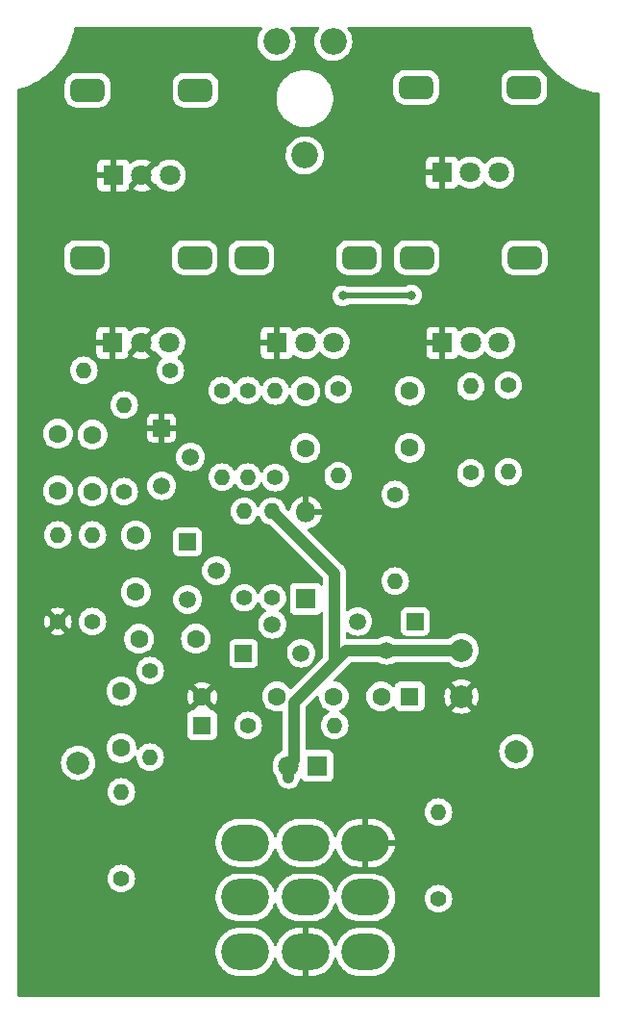
<source format=gbr>
%TF.GenerationSoftware,KiCad,Pcbnew,(6.0.5)*%
%TF.CreationDate,2023-03-15T03:11:22-03:00*%
%TF.ProjectId,Weslie,5765736c-6965-42e6-9b69-6361645f7063,rev?*%
%TF.SameCoordinates,Original*%
%TF.FileFunction,Copper,L2,Bot*%
%TF.FilePolarity,Positive*%
%FSLAX46Y46*%
G04 Gerber Fmt 4.6, Leading zero omitted, Abs format (unit mm)*
G04 Created by KiCad (PCBNEW (6.0.5)) date 2023-03-15 03:11:22*
%MOMM*%
%LPD*%
G01*
G04 APERTURE LIST*
G04 Aperture macros list*
%AMRoundRect*
0 Rectangle with rounded corners*
0 $1 Rounding radius*
0 $2 $3 $4 $5 $6 $7 $8 $9 X,Y pos of 4 corners*
0 Add a 4 corners polygon primitive as box body*
4,1,4,$2,$3,$4,$5,$6,$7,$8,$9,$2,$3,0*
0 Add four circle primitives for the rounded corners*
1,1,$1+$1,$2,$3*
1,1,$1+$1,$4,$5*
1,1,$1+$1,$6,$7*
1,1,$1+$1,$8,$9*
0 Add four rect primitives between the rounded corners*
20,1,$1+$1,$2,$3,$4,$5,0*
20,1,$1+$1,$4,$5,$6,$7,0*
20,1,$1+$1,$6,$7,$8,$9,0*
20,1,$1+$1,$8,$9,$2,$3,0*%
G04 Aperture macros list end*
%TA.AperFunction,ComponentPad*%
%ADD10C,1.600000*%
%TD*%
%TA.AperFunction,ComponentPad*%
%ADD11C,1.400000*%
%TD*%
%TA.AperFunction,ComponentPad*%
%ADD12O,1.400000X1.400000*%
%TD*%
%TA.AperFunction,ComponentPad*%
%ADD13R,1.500000X1.500000*%
%TD*%
%TA.AperFunction,ComponentPad*%
%ADD14C,1.500000*%
%TD*%
%TA.AperFunction,ComponentPad*%
%ADD15C,2.000000*%
%TD*%
%TA.AperFunction,ComponentPad*%
%ADD16R,1.800000X1.800000*%
%TD*%
%TA.AperFunction,ComponentPad*%
%ADD17C,1.800000*%
%TD*%
%TA.AperFunction,ComponentPad*%
%ADD18O,4.200000X3.200000*%
%TD*%
%TA.AperFunction,ComponentPad*%
%ADD19RoundRect,0.500000X1.000000X-0.500000X1.000000X0.500000X-1.000000X0.500000X-1.000000X-0.500000X0*%
%TD*%
%TA.AperFunction,ComponentPad*%
%ADD20O,1.800000X1.800000*%
%TD*%
%TA.AperFunction,ComponentPad*%
%ADD21C,2.340000*%
%TD*%
%TA.AperFunction,ComponentPad*%
%ADD22R,1.600000X1.600000*%
%TD*%
%TA.AperFunction,ViaPad*%
%ADD23C,0.800000*%
%TD*%
%TA.AperFunction,Conductor*%
%ADD24C,1.000000*%
%TD*%
%TA.AperFunction,Conductor*%
%ADD25C,0.500000*%
%TD*%
G04 APERTURE END LIST*
D10*
%TO.P,C2,1*%
%TO.N,Net-(C1-Pad1)*%
X65532000Y-77390000D03*
%TO.P,C2,2*%
%TO.N,Net-(C2-Pad2)*%
X65532000Y-72390000D03*
%TD*%
D11*
%TO.P,R1,1*%
%TO.N,Net-(C1-Pad2)*%
X82245200Y-68580000D03*
D12*
%TO.P,R1,2*%
%TO.N,+9V*%
X82245200Y-76200000D03*
%TD*%
D10*
%TO.P,C1,1*%
%TO.N,Net-(C1-Pad1)*%
X72390000Y-86320000D03*
%TO.P,C1,2*%
%TO.N,Net-(C1-Pad2)*%
X72390000Y-81320000D03*
%TD*%
D13*
%TO.P,Q4,1,E*%
%TO.N,Net-(C9-Pad1)*%
X97028000Y-88900000D03*
D14*
%TO.P,Q4,2,C*%
%TO.N,+9V*%
X94488000Y-91440000D03*
%TO.P,Q4,3,B*%
%TO.N,Net-(Q2-Pad2)*%
X91948000Y-88900000D03*
%TD*%
D15*
%TO.P,J4,1,Pin_1*%
%TO.N,GND*%
X101092000Y-95504000D03*
%TD*%
%TO.P,J1,1,Pin_1*%
%TO.N,/DRY*%
X105918000Y-100330000D03*
%TD*%
%TO.P,J2,1,Pin_1*%
%TO.N,Net-(SW1-Pad4)*%
X67310000Y-101346000D03*
%TD*%
%TO.P,J3,1,Pin_1*%
%TO.N,+9V*%
X101092000Y-91440000D03*
%TD*%
D10*
%TO.P,C7,1*%
%TO.N,Net-(C4-Pad2)*%
X72684000Y-90424000D03*
%TO.P,C7,2*%
%TO.N,Net-(C7-Pad2)*%
X77684000Y-90424000D03*
%TD*%
D16*
%TO.P,D2,1,K*%
%TO.N,Net-(D2-Pad1)*%
X88392000Y-101600000D03*
D17*
%TO.P,D2,2,A*%
%TO.N,+9V*%
X85852000Y-101600000D03*
%TD*%
D13*
%TO.P,Q1,1,E*%
%TO.N,GND*%
X74668000Y-71882000D03*
D14*
%TO.P,Q1,2,C*%
%TO.N,Net-(C1-Pad2)*%
X77208000Y-74422000D03*
%TO.P,Q1,3,B*%
%TO.N,Net-(C3-Pad2)*%
X74668000Y-76962000D03*
%TD*%
D18*
%TO.P,SW1,1,A*%
%TO.N,/EFFECT*%
X82025200Y-108382400D03*
%TO.P,SW1,2,A*%
%TO.N,/DRY*%
X87325200Y-108382400D03*
%TO.P,SW1,3,A*%
%TO.N,GND*%
X92625200Y-108382400D03*
%TO.P,SW1,4,B*%
%TO.N,Net-(SW1-Pad4)*%
X82025200Y-113182400D03*
%TO.P,SW1,5,B*%
%TO.N,Net-(R6-Pad1)*%
X87325200Y-113182400D03*
%TO.P,SW1,6,B*%
%TO.N,Net-(R17-Pad1)*%
X92625200Y-113182400D03*
%TO.P,SW1,7,C*%
%TO.N,/DRY*%
X82025200Y-117982400D03*
%TO.P,SW1,8,C*%
%TO.N,GND*%
X87325200Y-117982400D03*
%TO.P,SW1,9,C*%
%TO.N,unconnected-(SW1-Pad9)*%
X92625200Y-117982400D03*
%TD*%
D11*
%TO.P,R17,1*%
%TO.N,Net-(R17-Pad1)*%
X99060000Y-113284000D03*
D12*
%TO.P,R17,2*%
%TO.N,Net-(D2-Pad1)*%
X99060000Y-105664000D03*
%TD*%
D11*
%TO.P,R8,1*%
%TO.N,Net-(C4-Pad2)*%
X73660000Y-93218000D03*
D12*
%TO.P,R8,2*%
%TO.N,Net-(C6-Pad1)*%
X73660000Y-100838000D03*
%TD*%
D16*
%TO.P,RVTone1,1,1*%
%TO.N,GND*%
X99404800Y-64399000D03*
D17*
%TO.P,RVTone1,2,2*%
%TO.N,Net-(R12-Pad2)*%
X101904800Y-64399000D03*
%TO.P,RVTone1,3,3*%
%TO.N,Net-(RV1-Pad1)*%
X104404800Y-64399000D03*
D19*
%TO.P,RVTone1,MP*%
%TO.N,N/C*%
X106654800Y-56899000D03*
X97154800Y-56899000D03*
%TD*%
D16*
%TO.P,RVWeight1,1,1*%
%TO.N,GND*%
X84825200Y-64399000D03*
D17*
%TO.P,RVWeight1,2,2*%
%TO.N,Net-(C5-Pad1)*%
X87325200Y-64399000D03*
%TO.P,RVWeight1,3,3*%
%TO.N,Net-(R5-Pad1)*%
X89825200Y-64399000D03*
D19*
%TO.P,RVWeight1,MP*%
%TO.N,N/C*%
X82575200Y-56899000D03*
X92075200Y-56899000D03*
%TD*%
D11*
%TO.P,R12,1*%
%TO.N,Net-(Q3-Pad3)*%
X101904800Y-75844400D03*
D12*
%TO.P,R12,2*%
%TO.N,Net-(R12-Pad2)*%
X101904800Y-68224400D03*
%TD*%
D10*
%TO.P,C8,1*%
%TO.N,Net-(C7-Pad2)*%
X84836000Y-95504000D03*
%TO.P,C8,2*%
%TO.N,Net-(C8-Pad2)*%
X89836000Y-95504000D03*
%TD*%
D11*
%TO.P,R16,1*%
%TO.N,Net-(C10-Pad2)*%
X95250000Y-77724000D03*
D12*
%TO.P,R16,2*%
%TO.N,/EFFECT*%
X95250000Y-85344000D03*
%TD*%
D11*
%TO.P,R10,1*%
%TO.N,Net-(Q2-Pad2)*%
X81940400Y-86817200D03*
D12*
%TO.P,R10,2*%
%TO.N,+9V*%
X81940400Y-79197200D03*
%TD*%
D11*
%TO.P,R13,1*%
%TO.N,Net-(R13-Pad1)*%
X105206800Y-68122800D03*
D12*
%TO.P,R13,2*%
%TO.N,Net-(C9-Pad1)*%
X105206800Y-75742800D03*
%TD*%
D10*
%TO.P,C4,1*%
%TO.N,Net-(C4-Pad1)*%
X71120000Y-100036000D03*
%TO.P,C4,2*%
%TO.N,Net-(C4-Pad2)*%
X71120000Y-95036000D03*
%TD*%
%TO.P,C3,1*%
%TO.N,Net-(C2-Pad2)*%
X68580000Y-72470000D03*
%TO.P,C3,2*%
%TO.N,Net-(C3-Pad2)*%
X68580000Y-77470000D03*
%TD*%
D16*
%TO.P,RVVol1,1,1*%
%TO.N,GND*%
X99354000Y-49413000D03*
D17*
%TO.P,RVVol1,2,2*%
%TO.N,Net-(C10-Pad1)*%
X101854000Y-49413000D03*
%TO.P,RVVol1,3,3*%
%TO.N,Net-(R13-Pad1)*%
X104354000Y-49413000D03*
D19*
%TO.P,RVVol1,MP*%
%TO.N,N/C*%
X106604000Y-41913000D03*
X97104000Y-41913000D03*
%TD*%
D11*
%TO.P,R11,1*%
%TO.N,Net-(R11-Pad1)*%
X80010000Y-68580000D03*
D12*
%TO.P,R11,2*%
%TO.N,Net-(Q2-Pad1)*%
X80010000Y-76200000D03*
%TD*%
D11*
%TO.P,R3,1*%
%TO.N,Net-(R3-Pad1)*%
X75438000Y-66802000D03*
D12*
%TO.P,R3,2*%
%TO.N,Net-(C2-Pad2)*%
X67818000Y-66802000D03*
%TD*%
D10*
%TO.P,C5,1*%
%TO.N,Net-(C5-Pad1)*%
X87325200Y-68660000D03*
%TO.P,C5,2*%
%TO.N,Net-(C5-Pad2)*%
X87325200Y-73660000D03*
%TD*%
%TO.P,C10,1*%
%TO.N,Net-(C10-Pad1)*%
X96520000Y-68620000D03*
%TO.P,C10,2*%
%TO.N,Net-(C10-Pad2)*%
X96520000Y-73620000D03*
%TD*%
D13*
%TO.P,Q2,1,E*%
%TO.N,Net-(Q2-Pad1)*%
X76954000Y-81889600D03*
D14*
%TO.P,Q2,2,C*%
%TO.N,Net-(Q2-Pad2)*%
X79494000Y-84429600D03*
%TO.P,Q2,3,B*%
%TO.N,Net-(C4-Pad2)*%
X76954000Y-86969600D03*
%TD*%
D11*
%TO.P,R15,1*%
%TO.N,Net-(D1-Pad1)*%
X84429600Y-86817200D03*
D12*
%TO.P,R15,2*%
%TO.N,+9V*%
X84429600Y-79197200D03*
%TD*%
D16*
%TO.P,RVSpeed1,1,1*%
%TO.N,GND*%
X70347200Y-64399000D03*
D17*
%TO.P,RVSpeed1,2,2*%
X72847200Y-64399000D03*
%TO.P,RVSpeed1,3,3*%
%TO.N,Net-(R3-Pad1)*%
X75347200Y-64399000D03*
D19*
%TO.P,RVSpeed1,MP*%
%TO.N,N/C*%
X77597200Y-56899000D03*
X68097200Y-56899000D03*
%TD*%
D13*
%TO.P,Q3,1,D*%
%TO.N,Net-(C7-Pad2)*%
X81889600Y-91702000D03*
D14*
%TO.P,Q3,2,S*%
%TO.N,Net-(D1-Pad1)*%
X84429600Y-89162000D03*
%TO.P,Q3,3,G*%
%TO.N,Net-(Q3-Pad3)*%
X86969600Y-91702000D03*
%TD*%
D16*
%TO.P,D1,1,K*%
%TO.N,Net-(D1-Pad1)*%
X87376000Y-86918800D03*
D20*
%TO.P,D1,2,A*%
%TO.N,GND*%
X87376000Y-79298800D03*
%TD*%
D21*
%TO.P,RV1,1,1*%
%TO.N,Net-(RV1-Pad1)*%
X84785200Y-37896800D03*
%TO.P,RV1,2,2*%
%TO.N,Net-(D1-Pad1)*%
X87285200Y-47896800D03*
%TO.P,RV1,3,3*%
X89785200Y-37896800D03*
%TD*%
D11*
%TO.P,R4,1*%
%TO.N,Net-(C3-Pad2)*%
X71374000Y-77470000D03*
D12*
%TO.P,R4,2*%
%TO.N,Net-(C1-Pad2)*%
X71374000Y-69850000D03*
%TD*%
D22*
%TO.P,C9,1*%
%TO.N,Net-(C9-Pad1)*%
X96520000Y-95504000D03*
D10*
%TO.P,C9,2*%
%TO.N,Net-(C8-Pad2)*%
X94020000Y-95504000D03*
%TD*%
D11*
%TO.P,R7,1*%
%TO.N,Net-(C4-Pad2)*%
X68580000Y-88900000D03*
D12*
%TO.P,R7,2*%
%TO.N,Net-(Q2-Pad2)*%
X68580000Y-81280000D03*
%TD*%
D22*
%TO.P,C6,1*%
%TO.N,Net-(C6-Pad1)*%
X78232000Y-98044000D03*
D10*
%TO.P,C6,2*%
%TO.N,GND*%
X78232000Y-95544000D03*
%TD*%
D11*
%TO.P,R6,1*%
%TO.N,Net-(R6-Pad1)*%
X71120000Y-111506000D03*
D12*
%TO.P,R6,2*%
%TO.N,Net-(C4-Pad1)*%
X71120000Y-103886000D03*
%TD*%
D16*
%TO.P,RVAccent1,1,1*%
%TO.N,GND*%
X70398000Y-49667000D03*
D17*
%TO.P,RVAccent1,2,2*%
X72898000Y-49667000D03*
%TO.P,RVAccent1,3,3*%
%TO.N,Net-(R11-Pad1)*%
X75398000Y-49667000D03*
D19*
%TO.P,RVAccent1,MP*%
%TO.N,N/C*%
X68148000Y-42167000D03*
X77648000Y-42167000D03*
%TD*%
D11*
%TO.P,R5,1*%
%TO.N,Net-(R5-Pad1)*%
X84683600Y-76250800D03*
D12*
%TO.P,R5,2*%
%TO.N,Net-(C1-Pad2)*%
X84683600Y-68630800D03*
%TD*%
D11*
%TO.P,R9,1*%
%TO.N,Net-(C5-Pad2)*%
X90220800Y-68478400D03*
D12*
%TO.P,R9,2*%
%TO.N,Net-(Q3-Pad3)*%
X90220800Y-76098400D03*
%TD*%
D11*
%TO.P,R2,1*%
%TO.N,GND*%
X65532000Y-88900000D03*
D12*
%TO.P,R2,2*%
%TO.N,Net-(C1-Pad1)*%
X65532000Y-81280000D03*
%TD*%
D11*
%TO.P,R14,1*%
%TO.N,Net-(C6-Pad1)*%
X82296000Y-98044000D03*
D12*
%TO.P,R14,2*%
%TO.N,Net-(C8-Pad2)*%
X89916000Y-98044000D03*
%TD*%
D23*
%TO.N,Net-(RV1-Pad1)*%
X90627200Y-60248800D03*
X96672400Y-60198000D03*
%TD*%
D24*
%TO.N,+9V*%
X94488000Y-91440000D02*
X101092000Y-91440000D01*
X94488000Y-91440000D02*
X90932000Y-91440000D01*
X90932000Y-91440000D02*
X89916000Y-92456000D01*
X86360000Y-101092000D02*
X85852000Y-101600000D01*
X85852000Y-101600000D02*
X85852000Y-102616000D01*
X86360000Y-96012000D02*
X86360000Y-101092000D01*
X89916000Y-84683600D02*
X89916000Y-92456000D01*
X89916000Y-92456000D02*
X86360000Y-96012000D01*
X84429600Y-79197200D02*
X89916000Y-84683600D01*
D25*
%TO.N,Net-(RV1-Pad1)*%
X90678000Y-60198000D02*
X90627200Y-60248800D01*
X96672400Y-60198000D02*
X90678000Y-60198000D01*
%TD*%
%TA.AperFunction,Conductor*%
%TO.N,GND*%
G36*
X83499887Y-36596002D02*
G01*
X83546380Y-36649658D01*
X83556484Y-36719932D01*
X83528640Y-36782569D01*
X83414875Y-36919357D01*
X83285452Y-37132640D01*
X83188975Y-37362711D01*
X83187824Y-37367243D01*
X83187823Y-37367246D01*
X83178317Y-37404678D01*
X83127565Y-37604514D01*
X83102570Y-37852739D01*
X83114539Y-38101931D01*
X83163210Y-38346618D01*
X83247514Y-38581422D01*
X83365598Y-38801186D01*
X83514868Y-39001083D01*
X83692044Y-39176721D01*
X83695806Y-39179479D01*
X83695809Y-39179482D01*
X83830180Y-39278006D01*
X83893236Y-39324240D01*
X83897371Y-39326416D01*
X83897375Y-39326418D01*
X83967106Y-39363105D01*
X84114023Y-39440402D01*
X84349554Y-39522653D01*
X84354147Y-39523525D01*
X84590067Y-39568316D01*
X84590070Y-39568316D01*
X84594656Y-39569187D01*
X84719300Y-39574085D01*
X84839275Y-39578799D01*
X84839281Y-39578799D01*
X84843943Y-39578982D01*
X84941334Y-39568316D01*
X85087287Y-39552332D01*
X85087292Y-39552331D01*
X85091940Y-39551822D01*
X85096464Y-39550631D01*
X85328676Y-39489494D01*
X85328678Y-39489493D01*
X85333199Y-39488303D01*
X85337496Y-39486457D01*
X85558124Y-39391668D01*
X85558126Y-39391667D01*
X85562418Y-39389823D01*
X85739877Y-39280008D01*
X85770591Y-39261002D01*
X85770595Y-39260999D01*
X85774564Y-39258543D01*
X85964975Y-39097348D01*
X86046516Y-39004369D01*
X86126387Y-38913294D01*
X86126391Y-38913289D01*
X86129469Y-38909779D01*
X86163422Y-38856994D01*
X86261903Y-38703887D01*
X86264431Y-38699957D01*
X86366897Y-38472491D01*
X86382223Y-38418149D01*
X86433346Y-38236882D01*
X86433347Y-38236879D01*
X86434616Y-38232378D01*
X86466100Y-37984892D01*
X86466536Y-37968266D01*
X86468324Y-37899960D01*
X86468407Y-37896800D01*
X86449918Y-37648006D01*
X86394859Y-37404678D01*
X86393166Y-37400324D01*
X86306131Y-37176514D01*
X86306130Y-37176512D01*
X86304438Y-37172161D01*
X86180642Y-36955563D01*
X86100323Y-36853680D01*
X86042244Y-36780006D01*
X86015779Y-36714126D01*
X86029132Y-36644397D01*
X86078064Y-36592956D01*
X86141194Y-36576000D01*
X88431766Y-36576000D01*
X88499887Y-36596002D01*
X88546380Y-36649658D01*
X88556484Y-36719932D01*
X88528640Y-36782569D01*
X88414875Y-36919357D01*
X88285452Y-37132640D01*
X88188975Y-37362711D01*
X88187824Y-37367243D01*
X88187823Y-37367246D01*
X88178317Y-37404678D01*
X88127565Y-37604514D01*
X88102570Y-37852739D01*
X88114539Y-38101931D01*
X88163210Y-38346618D01*
X88247514Y-38581422D01*
X88365598Y-38801186D01*
X88514868Y-39001083D01*
X88692044Y-39176721D01*
X88695806Y-39179479D01*
X88695809Y-39179482D01*
X88830180Y-39278006D01*
X88893236Y-39324240D01*
X88897371Y-39326416D01*
X88897375Y-39326418D01*
X88967106Y-39363105D01*
X89114023Y-39440402D01*
X89349554Y-39522653D01*
X89354147Y-39523525D01*
X89590067Y-39568316D01*
X89590070Y-39568316D01*
X89594656Y-39569187D01*
X89719300Y-39574085D01*
X89839275Y-39578799D01*
X89839281Y-39578799D01*
X89843943Y-39578982D01*
X89941334Y-39568316D01*
X90087287Y-39552332D01*
X90087292Y-39552331D01*
X90091940Y-39551822D01*
X90096464Y-39550631D01*
X90328676Y-39489494D01*
X90328678Y-39489493D01*
X90333199Y-39488303D01*
X90337496Y-39486457D01*
X90558124Y-39391668D01*
X90558126Y-39391667D01*
X90562418Y-39389823D01*
X90739877Y-39280008D01*
X90770591Y-39261002D01*
X90770595Y-39260999D01*
X90774564Y-39258543D01*
X90964975Y-39097348D01*
X91046516Y-39004369D01*
X91126387Y-38913294D01*
X91126391Y-38913289D01*
X91129469Y-38909779D01*
X91163422Y-38856994D01*
X91261903Y-38703887D01*
X91264431Y-38699957D01*
X91366897Y-38472491D01*
X91382223Y-38418149D01*
X91433346Y-38236882D01*
X91433347Y-38236879D01*
X91434616Y-38232378D01*
X91466100Y-37984892D01*
X91466536Y-37968266D01*
X91468324Y-37899960D01*
X91468407Y-37896800D01*
X91449918Y-37648006D01*
X91394859Y-37404678D01*
X91393166Y-37400324D01*
X91306131Y-37176514D01*
X91306130Y-37176512D01*
X91304438Y-37172161D01*
X91180642Y-36955563D01*
X91100323Y-36853680D01*
X91042244Y-36780006D01*
X91015779Y-36714126D01*
X91029132Y-36644397D01*
X91078064Y-36592956D01*
X91141194Y-36576000D01*
X107136591Y-36576000D01*
X107204712Y-36596002D01*
X107251205Y-36649658D01*
X107260812Y-36680903D01*
X107301310Y-36919357D01*
X107323777Y-37051644D01*
X107324341Y-37053919D01*
X107324342Y-37053926D01*
X107411228Y-37404678D01*
X107444835Y-37540347D01*
X107601978Y-38018669D01*
X107794331Y-38483949D01*
X107795380Y-38486031D01*
X107795382Y-38486036D01*
X107837821Y-38570288D01*
X108020826Y-38933600D01*
X108280201Y-39365120D01*
X108571015Y-39776110D01*
X108572506Y-39777915D01*
X108572509Y-39777919D01*
X108858572Y-40124238D01*
X108891650Y-40164284D01*
X109003312Y-40280598D01*
X109238694Y-40525786D01*
X109238705Y-40525797D01*
X109240323Y-40527482D01*
X109615094Y-40863684D01*
X110013879Y-41171021D01*
X110015847Y-41172316D01*
X110432502Y-41446496D01*
X110432511Y-41446501D01*
X110434460Y-41447784D01*
X110874497Y-41692432D01*
X111331543Y-41903605D01*
X111803057Y-42080129D01*
X111805311Y-42080786D01*
X111805317Y-42080788D01*
X111953287Y-42123919D01*
X112286415Y-42221021D01*
X112288713Y-42221508D01*
X112288723Y-42221511D01*
X112776631Y-42325011D01*
X112776643Y-42325013D01*
X112778929Y-42325498D01*
X112781245Y-42325811D01*
X112781255Y-42325813D01*
X113047412Y-42361811D01*
X113174389Y-42378985D01*
X113239213Y-42407937D01*
X113278095Y-42467340D01*
X113283500Y-42503848D01*
X113283500Y-121793500D01*
X113263498Y-121861621D01*
X113209842Y-121908114D01*
X113157500Y-121919500D01*
X62102500Y-121919500D01*
X62034379Y-121899498D01*
X61987886Y-121845842D01*
X61976500Y-121793500D01*
X61976500Y-118115103D01*
X79415943Y-118115103D01*
X79453468Y-118400134D01*
X79529329Y-118677436D01*
X79642123Y-118941876D01*
X79656082Y-118965199D01*
X79787387Y-119184594D01*
X79789761Y-119188561D01*
X79969513Y-119412928D01*
X79986597Y-119429140D01*
X80174536Y-119607487D01*
X80178051Y-119610823D01*
X80411517Y-119778586D01*
X80415312Y-119780595D01*
X80415313Y-119780596D01*
X80437069Y-119792115D01*
X80665592Y-119913112D01*
X80935573Y-120011911D01*
X81216464Y-120073155D01*
X81245041Y-120075404D01*
X81439482Y-120090707D01*
X81439491Y-120090707D01*
X81441939Y-120090900D01*
X82597471Y-120090900D01*
X82599607Y-120090754D01*
X82599618Y-120090754D01*
X82807748Y-120076565D01*
X82807754Y-120076564D01*
X82812025Y-120076273D01*
X82816220Y-120075404D01*
X82816222Y-120075404D01*
X82952783Y-120047124D01*
X83093542Y-120017974D01*
X83364543Y-119922007D01*
X83620012Y-119790150D01*
X83623513Y-119787689D01*
X83623517Y-119787687D01*
X83737617Y-119707496D01*
X83855223Y-119624841D01*
X84065822Y-119429140D01*
X84247913Y-119206668D01*
X84398127Y-118961542D01*
X84513683Y-118698298D01*
X84520854Y-118673126D01*
X84554240Y-118555921D01*
X84592139Y-118495886D01*
X84656479Y-118465872D01*
X84726832Y-118475407D01*
X84780862Y-118521464D01*
X84796953Y-118557192D01*
X84828669Y-118673126D01*
X84831488Y-118681221D01*
X84940888Y-118937706D01*
X84944772Y-118945329D01*
X85087968Y-119184594D01*
X85092853Y-119191623D01*
X85267204Y-119409247D01*
X85272987Y-119415536D01*
X85475261Y-119607487D01*
X85481854Y-119612940D01*
X85708292Y-119775653D01*
X85715577Y-119780170D01*
X85961999Y-119910643D01*
X85969827Y-119914129D01*
X86231681Y-120009954D01*
X86239904Y-120012343D01*
X86512351Y-120071746D01*
X86520807Y-120072995D01*
X86739500Y-120090207D01*
X86744426Y-120090400D01*
X87053085Y-120090400D01*
X87068324Y-120085925D01*
X87069529Y-120084535D01*
X87071200Y-120076852D01*
X87071200Y-120072285D01*
X87579200Y-120072285D01*
X87583675Y-120087524D01*
X87585065Y-120088729D01*
X87592748Y-120090400D01*
X87895310Y-120090400D01*
X87899605Y-120090254D01*
X88107680Y-120076069D01*
X88116154Y-120074908D01*
X88389202Y-120018362D01*
X88397456Y-120016058D01*
X88660303Y-119922979D01*
X88668151Y-119919583D01*
X88915946Y-119791686D01*
X88923258Y-119787258D01*
X89151402Y-119626915D01*
X89158048Y-119621533D01*
X89362314Y-119431718D01*
X89368173Y-119425478D01*
X89544789Y-119209696D01*
X89549744Y-119202724D01*
X89695446Y-118964960D01*
X89699404Y-118957390D01*
X89811486Y-118702057D01*
X89814388Y-118693997D01*
X89853720Y-118555919D01*
X89891619Y-118495885D01*
X89955958Y-118465870D01*
X90026312Y-118475404D01*
X90080342Y-118521462D01*
X90096433Y-118557190D01*
X90096434Y-118557192D01*
X90129329Y-118677436D01*
X90242123Y-118941876D01*
X90256082Y-118965199D01*
X90387387Y-119184594D01*
X90389761Y-119188561D01*
X90569513Y-119412928D01*
X90586597Y-119429140D01*
X90774536Y-119607487D01*
X90778051Y-119610823D01*
X91011517Y-119778586D01*
X91015312Y-119780595D01*
X91015313Y-119780596D01*
X91037069Y-119792115D01*
X91265592Y-119913112D01*
X91535573Y-120011911D01*
X91816464Y-120073155D01*
X91845041Y-120075404D01*
X92039482Y-120090707D01*
X92039491Y-120090707D01*
X92041939Y-120090900D01*
X93197471Y-120090900D01*
X93199607Y-120090754D01*
X93199618Y-120090754D01*
X93407748Y-120076565D01*
X93407754Y-120076564D01*
X93412025Y-120076273D01*
X93416220Y-120075404D01*
X93416222Y-120075404D01*
X93552783Y-120047124D01*
X93693542Y-120017974D01*
X93964543Y-119922007D01*
X94220012Y-119790150D01*
X94223513Y-119787689D01*
X94223517Y-119787687D01*
X94337617Y-119707496D01*
X94455223Y-119624841D01*
X94665822Y-119429140D01*
X94847913Y-119206668D01*
X94998127Y-118961542D01*
X95113683Y-118698298D01*
X95120854Y-118673126D01*
X95191268Y-118425934D01*
X95192444Y-118421806D01*
X95232951Y-118137184D01*
X95233045Y-118119351D01*
X95234435Y-117853983D01*
X95234435Y-117853976D01*
X95234457Y-117849697D01*
X95196932Y-117564666D01*
X95121071Y-117287364D01*
X95008277Y-117022924D01*
X94933727Y-116898360D01*
X94862843Y-116779921D01*
X94862840Y-116779917D01*
X94860639Y-116776239D01*
X94680887Y-116551872D01*
X94557489Y-116434772D01*
X94475458Y-116356927D01*
X94475455Y-116356925D01*
X94472349Y-116353977D01*
X94238883Y-116186214D01*
X94222505Y-116177542D01*
X94193854Y-116162372D01*
X93984808Y-116051688D01*
X93714827Y-115952889D01*
X93433936Y-115891645D01*
X93396910Y-115888731D01*
X93210918Y-115874093D01*
X93210909Y-115874093D01*
X93208461Y-115873900D01*
X92052929Y-115873900D01*
X92050793Y-115874046D01*
X92050782Y-115874046D01*
X91842652Y-115888235D01*
X91842646Y-115888236D01*
X91838375Y-115888527D01*
X91834180Y-115889396D01*
X91834178Y-115889396D01*
X91697616Y-115917677D01*
X91556858Y-115946826D01*
X91285857Y-116042793D01*
X91030388Y-116174650D01*
X91026887Y-116177111D01*
X91026883Y-116177113D01*
X90912783Y-116257304D01*
X90795177Y-116339959D01*
X90584578Y-116535660D01*
X90402487Y-116758132D01*
X90252273Y-117003258D01*
X90136717Y-117266502D01*
X90135542Y-117270629D01*
X90135541Y-117270630D01*
X90096160Y-117408879D01*
X90058261Y-117468914D01*
X89993921Y-117498928D01*
X89923568Y-117489393D01*
X89869538Y-117443336D01*
X89853447Y-117407608D01*
X89821731Y-117291674D01*
X89818912Y-117283579D01*
X89709512Y-117027094D01*
X89705628Y-117019471D01*
X89562432Y-116780206D01*
X89557547Y-116773177D01*
X89383196Y-116555553D01*
X89377413Y-116549264D01*
X89175139Y-116357313D01*
X89168546Y-116351860D01*
X88942108Y-116189147D01*
X88934823Y-116184630D01*
X88688401Y-116054157D01*
X88680573Y-116050671D01*
X88418719Y-115954846D01*
X88410496Y-115952457D01*
X88138049Y-115893054D01*
X88129593Y-115891805D01*
X87910900Y-115874593D01*
X87905973Y-115874400D01*
X87597315Y-115874400D01*
X87582076Y-115878875D01*
X87580871Y-115880265D01*
X87579200Y-115887948D01*
X87579200Y-120072285D01*
X87071200Y-120072285D01*
X87071200Y-115892515D01*
X87066725Y-115877276D01*
X87065335Y-115876071D01*
X87057652Y-115874400D01*
X86755091Y-115874400D01*
X86750795Y-115874546D01*
X86542720Y-115888731D01*
X86534246Y-115889892D01*
X86261198Y-115946438D01*
X86252944Y-115948742D01*
X85990097Y-116041821D01*
X85982249Y-116045217D01*
X85734454Y-116173114D01*
X85727142Y-116177542D01*
X85498998Y-116337885D01*
X85492352Y-116343267D01*
X85288086Y-116533082D01*
X85282227Y-116539322D01*
X85105611Y-116755104D01*
X85100656Y-116762076D01*
X84954954Y-116999840D01*
X84950996Y-117007410D01*
X84838914Y-117262743D01*
X84836012Y-117270803D01*
X84796680Y-117408881D01*
X84758781Y-117468915D01*
X84694442Y-117498930D01*
X84624088Y-117489396D01*
X84570058Y-117443338D01*
X84553967Y-117407610D01*
X84522250Y-117291674D01*
X84521071Y-117287364D01*
X84408277Y-117022924D01*
X84333727Y-116898360D01*
X84262843Y-116779921D01*
X84262840Y-116779917D01*
X84260639Y-116776239D01*
X84080887Y-116551872D01*
X83957489Y-116434772D01*
X83875458Y-116356927D01*
X83875455Y-116356925D01*
X83872349Y-116353977D01*
X83638883Y-116186214D01*
X83622505Y-116177542D01*
X83593854Y-116162372D01*
X83384808Y-116051688D01*
X83114827Y-115952889D01*
X82833936Y-115891645D01*
X82796910Y-115888731D01*
X82610918Y-115874093D01*
X82610909Y-115874093D01*
X82608461Y-115873900D01*
X81452929Y-115873900D01*
X81450793Y-115874046D01*
X81450782Y-115874046D01*
X81242652Y-115888235D01*
X81242646Y-115888236D01*
X81238375Y-115888527D01*
X81234180Y-115889396D01*
X81234178Y-115889396D01*
X81097616Y-115917677D01*
X80956858Y-115946826D01*
X80685857Y-116042793D01*
X80430388Y-116174650D01*
X80426887Y-116177111D01*
X80426883Y-116177113D01*
X80312783Y-116257304D01*
X80195177Y-116339959D01*
X79984578Y-116535660D01*
X79802487Y-116758132D01*
X79652273Y-117003258D01*
X79536717Y-117266502D01*
X79535542Y-117270629D01*
X79535541Y-117270630D01*
X79497337Y-117404748D01*
X79457956Y-117542994D01*
X79417449Y-117827616D01*
X79417427Y-117831905D01*
X79417426Y-117831912D01*
X79415965Y-118110817D01*
X79415943Y-118115103D01*
X61976500Y-118115103D01*
X61976500Y-113315103D01*
X79415943Y-113315103D01*
X79453468Y-113600134D01*
X79529329Y-113877436D01*
X79531013Y-113881384D01*
X79610472Y-114067671D01*
X79642123Y-114141876D01*
X79653893Y-114161542D01*
X79758850Y-114336912D01*
X79789761Y-114388561D01*
X79969513Y-114612928D01*
X80178051Y-114810823D01*
X80411517Y-114978586D01*
X80415312Y-114980595D01*
X80415313Y-114980596D01*
X80437069Y-114992115D01*
X80665592Y-115113112D01*
X80935573Y-115211911D01*
X81216464Y-115273155D01*
X81245041Y-115275404D01*
X81439482Y-115290707D01*
X81439491Y-115290707D01*
X81441939Y-115290900D01*
X82597471Y-115290900D01*
X82599607Y-115290754D01*
X82599618Y-115290754D01*
X82807748Y-115276565D01*
X82807754Y-115276564D01*
X82812025Y-115276273D01*
X82816220Y-115275404D01*
X82816222Y-115275404D01*
X82952784Y-115247123D01*
X83093542Y-115217974D01*
X83364543Y-115122007D01*
X83620012Y-114990150D01*
X83623513Y-114987689D01*
X83623517Y-114987687D01*
X83737618Y-114907495D01*
X83855223Y-114824841D01*
X84065822Y-114629140D01*
X84247913Y-114406668D01*
X84398127Y-114161542D01*
X84439334Y-114067671D01*
X84511957Y-113902230D01*
X84513683Y-113898298D01*
X84553976Y-113756850D01*
X84591874Y-113696816D01*
X84656214Y-113666802D01*
X84726567Y-113676336D01*
X84780597Y-113722394D01*
X84796688Y-113758122D01*
X84829329Y-113877436D01*
X84831013Y-113881384D01*
X84910472Y-114067671D01*
X84942123Y-114141876D01*
X84953893Y-114161542D01*
X85058850Y-114336912D01*
X85089761Y-114388561D01*
X85269513Y-114612928D01*
X85478051Y-114810823D01*
X85711517Y-114978586D01*
X85715312Y-114980595D01*
X85715313Y-114980596D01*
X85737069Y-114992115D01*
X85965592Y-115113112D01*
X86235573Y-115211911D01*
X86516464Y-115273155D01*
X86545041Y-115275404D01*
X86739482Y-115290707D01*
X86739491Y-115290707D01*
X86741939Y-115290900D01*
X87897471Y-115290900D01*
X87899607Y-115290754D01*
X87899618Y-115290754D01*
X88107748Y-115276565D01*
X88107754Y-115276564D01*
X88112025Y-115276273D01*
X88116220Y-115275404D01*
X88116222Y-115275404D01*
X88252784Y-115247123D01*
X88393542Y-115217974D01*
X88664543Y-115122007D01*
X88920012Y-114990150D01*
X88923513Y-114987689D01*
X88923517Y-114987687D01*
X89037618Y-114907495D01*
X89155223Y-114824841D01*
X89365822Y-114629140D01*
X89547913Y-114406668D01*
X89698127Y-114161542D01*
X89739334Y-114067671D01*
X89811957Y-113902230D01*
X89813683Y-113898298D01*
X89853976Y-113756850D01*
X89891874Y-113696816D01*
X89956214Y-113666802D01*
X90026567Y-113676336D01*
X90080597Y-113722394D01*
X90096688Y-113758122D01*
X90129329Y-113877436D01*
X90131013Y-113881384D01*
X90210472Y-114067671D01*
X90242123Y-114141876D01*
X90253893Y-114161542D01*
X90358850Y-114336912D01*
X90389761Y-114388561D01*
X90569513Y-114612928D01*
X90778051Y-114810823D01*
X91011517Y-114978586D01*
X91015312Y-114980595D01*
X91015313Y-114980596D01*
X91037069Y-114992115D01*
X91265592Y-115113112D01*
X91535573Y-115211911D01*
X91816464Y-115273155D01*
X91845041Y-115275404D01*
X92039482Y-115290707D01*
X92039491Y-115290707D01*
X92041939Y-115290900D01*
X93197471Y-115290900D01*
X93199607Y-115290754D01*
X93199618Y-115290754D01*
X93407748Y-115276565D01*
X93407754Y-115276564D01*
X93412025Y-115276273D01*
X93416220Y-115275404D01*
X93416222Y-115275404D01*
X93552784Y-115247123D01*
X93693542Y-115217974D01*
X93964543Y-115122007D01*
X94220012Y-114990150D01*
X94223513Y-114987689D01*
X94223517Y-114987687D01*
X94337618Y-114907495D01*
X94455223Y-114824841D01*
X94665822Y-114629140D01*
X94847913Y-114406668D01*
X94998127Y-114161542D01*
X95039334Y-114067671D01*
X95111957Y-113902230D01*
X95113683Y-113898298D01*
X95192444Y-113621806D01*
X95232951Y-113337184D01*
X95233045Y-113319351D01*
X95233230Y-113284000D01*
X97846884Y-113284000D01*
X97865314Y-113494655D01*
X97866738Y-113499968D01*
X97866738Y-113499970D01*
X97911441Y-113666802D01*
X97920044Y-113698910D01*
X97922366Y-113703891D01*
X97922367Y-113703892D01*
X98001362Y-113873296D01*
X98009411Y-113890558D01*
X98130699Y-114063776D01*
X98280224Y-114213301D01*
X98453442Y-114334589D01*
X98458420Y-114336910D01*
X98458423Y-114336912D01*
X98615131Y-114409986D01*
X98645090Y-114423956D01*
X98650398Y-114425378D01*
X98650400Y-114425379D01*
X98844030Y-114477262D01*
X98844032Y-114477262D01*
X98849345Y-114478686D01*
X99060000Y-114497116D01*
X99270655Y-114478686D01*
X99275968Y-114477262D01*
X99275970Y-114477262D01*
X99469600Y-114425379D01*
X99469602Y-114425378D01*
X99474910Y-114423956D01*
X99504869Y-114409986D01*
X99661577Y-114336912D01*
X99661580Y-114336910D01*
X99666558Y-114334589D01*
X99839776Y-114213301D01*
X99989301Y-114063776D01*
X100110589Y-113890558D01*
X100118639Y-113873296D01*
X100197633Y-113703892D01*
X100197634Y-113703891D01*
X100199956Y-113698910D01*
X100208560Y-113666802D01*
X100253262Y-113499970D01*
X100253262Y-113499968D01*
X100254686Y-113494655D01*
X100273116Y-113284000D01*
X100254686Y-113073345D01*
X100199956Y-112869090D01*
X100143137Y-112747241D01*
X100112912Y-112682423D01*
X100112910Y-112682420D01*
X100110589Y-112677442D01*
X99989301Y-112504224D01*
X99839776Y-112354699D01*
X99666558Y-112233411D01*
X99661580Y-112231090D01*
X99661577Y-112231088D01*
X99479892Y-112146367D01*
X99479891Y-112146366D01*
X99474910Y-112144044D01*
X99469602Y-112142622D01*
X99469600Y-112142621D01*
X99275970Y-112090738D01*
X99275968Y-112090738D01*
X99270655Y-112089314D01*
X99060000Y-112070884D01*
X98849345Y-112089314D01*
X98844032Y-112090738D01*
X98844030Y-112090738D01*
X98650400Y-112142621D01*
X98650398Y-112142622D01*
X98645090Y-112144044D01*
X98640109Y-112146366D01*
X98640108Y-112146367D01*
X98458423Y-112231088D01*
X98458420Y-112231090D01*
X98453442Y-112233411D01*
X98280224Y-112354699D01*
X98130699Y-112504224D01*
X98009411Y-112677442D01*
X98007090Y-112682420D01*
X98007088Y-112682423D01*
X97976863Y-112747241D01*
X97920044Y-112869090D01*
X97865314Y-113073345D01*
X97846884Y-113284000D01*
X95233230Y-113284000D01*
X95234435Y-113053983D01*
X95234435Y-113053976D01*
X95234457Y-113049697D01*
X95196932Y-112764666D01*
X95121071Y-112487364D01*
X95035086Y-112285776D01*
X95009963Y-112226876D01*
X95009961Y-112226872D01*
X95008277Y-112222924D01*
X94860639Y-111976239D01*
X94680887Y-111751872D01*
X94472349Y-111553977D01*
X94238883Y-111386214D01*
X94217043Y-111374650D01*
X94077611Y-111300825D01*
X93984808Y-111251688D01*
X93714827Y-111152889D01*
X93433936Y-111091645D01*
X93402885Y-111089201D01*
X93210918Y-111074093D01*
X93210909Y-111074093D01*
X93208461Y-111073900D01*
X92052929Y-111073900D01*
X92050793Y-111074046D01*
X92050782Y-111074046D01*
X91842652Y-111088235D01*
X91842646Y-111088236D01*
X91838375Y-111088527D01*
X91834180Y-111089396D01*
X91834178Y-111089396D01*
X91800357Y-111096400D01*
X91556858Y-111146826D01*
X91285857Y-111242793D01*
X91030388Y-111374650D01*
X91026887Y-111377111D01*
X91026883Y-111377113D01*
X91016794Y-111384204D01*
X90795177Y-111539959D01*
X90780092Y-111553977D01*
X90605030Y-111716655D01*
X90584578Y-111735660D01*
X90402487Y-111958132D01*
X90252273Y-112203258D01*
X90136717Y-112466502D01*
X90135542Y-112470629D01*
X90135541Y-112470630D01*
X90096425Y-112607949D01*
X90058526Y-112667984D01*
X89994186Y-112697998D01*
X89923833Y-112688464D01*
X89869803Y-112642406D01*
X89853712Y-112606678D01*
X89839146Y-112553434D01*
X89821071Y-112487364D01*
X89735086Y-112285776D01*
X89709963Y-112226876D01*
X89709961Y-112226872D01*
X89708277Y-112222924D01*
X89560639Y-111976239D01*
X89380887Y-111751872D01*
X89172349Y-111553977D01*
X88938883Y-111386214D01*
X88917043Y-111374650D01*
X88777611Y-111300825D01*
X88684808Y-111251688D01*
X88414827Y-111152889D01*
X88133936Y-111091645D01*
X88102885Y-111089201D01*
X87910918Y-111074093D01*
X87910909Y-111074093D01*
X87908461Y-111073900D01*
X86752929Y-111073900D01*
X86750793Y-111074046D01*
X86750782Y-111074046D01*
X86542652Y-111088235D01*
X86542646Y-111088236D01*
X86538375Y-111088527D01*
X86534180Y-111089396D01*
X86534178Y-111089396D01*
X86500357Y-111096400D01*
X86256858Y-111146826D01*
X85985857Y-111242793D01*
X85730388Y-111374650D01*
X85726887Y-111377111D01*
X85726883Y-111377113D01*
X85716794Y-111384204D01*
X85495177Y-111539959D01*
X85480092Y-111553977D01*
X85305030Y-111716655D01*
X85284578Y-111735660D01*
X85102487Y-111958132D01*
X84952273Y-112203258D01*
X84836717Y-112466502D01*
X84835542Y-112470629D01*
X84835541Y-112470630D01*
X84796425Y-112607949D01*
X84758526Y-112667984D01*
X84694186Y-112697998D01*
X84623833Y-112688464D01*
X84569803Y-112642406D01*
X84553712Y-112606678D01*
X84539146Y-112553434D01*
X84521071Y-112487364D01*
X84435086Y-112285776D01*
X84409963Y-112226876D01*
X84409961Y-112226872D01*
X84408277Y-112222924D01*
X84260639Y-111976239D01*
X84080887Y-111751872D01*
X83872349Y-111553977D01*
X83638883Y-111386214D01*
X83617043Y-111374650D01*
X83477611Y-111300825D01*
X83384808Y-111251688D01*
X83114827Y-111152889D01*
X82833936Y-111091645D01*
X82802885Y-111089201D01*
X82610918Y-111074093D01*
X82610909Y-111074093D01*
X82608461Y-111073900D01*
X81452929Y-111073900D01*
X81450793Y-111074046D01*
X81450782Y-111074046D01*
X81242652Y-111088235D01*
X81242646Y-111088236D01*
X81238375Y-111088527D01*
X81234180Y-111089396D01*
X81234178Y-111089396D01*
X81200357Y-111096400D01*
X80956858Y-111146826D01*
X80685857Y-111242793D01*
X80430388Y-111374650D01*
X80426887Y-111377111D01*
X80426883Y-111377113D01*
X80416794Y-111384204D01*
X80195177Y-111539959D01*
X80180092Y-111553977D01*
X80005030Y-111716655D01*
X79984578Y-111735660D01*
X79802487Y-111958132D01*
X79652273Y-112203258D01*
X79536717Y-112466502D01*
X79457956Y-112742994D01*
X79417449Y-113027616D01*
X79417427Y-113031905D01*
X79417426Y-113031912D01*
X79416077Y-113289475D01*
X79415943Y-113315103D01*
X61976500Y-113315103D01*
X61976500Y-111506000D01*
X69906884Y-111506000D01*
X69925314Y-111716655D01*
X69980044Y-111920910D01*
X69982366Y-111925891D01*
X69982367Y-111925892D01*
X70058349Y-112088835D01*
X70069411Y-112112558D01*
X70190699Y-112285776D01*
X70340224Y-112435301D01*
X70513442Y-112556589D01*
X70518420Y-112558910D01*
X70518423Y-112558912D01*
X70697477Y-112642406D01*
X70705090Y-112645956D01*
X70710398Y-112647378D01*
X70710400Y-112647379D01*
X70904030Y-112699262D01*
X70904032Y-112699262D01*
X70909345Y-112700686D01*
X71120000Y-112719116D01*
X71330655Y-112700686D01*
X71335968Y-112699262D01*
X71335970Y-112699262D01*
X71529600Y-112647379D01*
X71529602Y-112647378D01*
X71534910Y-112645956D01*
X71542523Y-112642406D01*
X71721577Y-112558912D01*
X71721580Y-112558910D01*
X71726558Y-112556589D01*
X71899776Y-112435301D01*
X72049301Y-112285776D01*
X72170589Y-112112558D01*
X72181652Y-112088835D01*
X72257633Y-111925892D01*
X72257634Y-111925891D01*
X72259956Y-111920910D01*
X72314686Y-111716655D01*
X72333116Y-111506000D01*
X72314686Y-111295345D01*
X72275274Y-111148256D01*
X72261379Y-111096400D01*
X72261378Y-111096398D01*
X72259956Y-111091090D01*
X72170589Y-110899442D01*
X72049301Y-110726224D01*
X71899776Y-110576699D01*
X71726558Y-110455411D01*
X71721580Y-110453090D01*
X71721577Y-110453088D01*
X71539892Y-110368367D01*
X71539891Y-110368366D01*
X71534910Y-110366044D01*
X71529602Y-110364622D01*
X71529600Y-110364621D01*
X71335970Y-110312738D01*
X71335968Y-110312738D01*
X71330655Y-110311314D01*
X71120000Y-110292884D01*
X70909345Y-110311314D01*
X70904032Y-110312738D01*
X70904030Y-110312738D01*
X70710400Y-110364621D01*
X70710398Y-110364622D01*
X70705090Y-110366044D01*
X70700109Y-110368366D01*
X70700108Y-110368367D01*
X70518423Y-110453088D01*
X70518420Y-110453090D01*
X70513442Y-110455411D01*
X70340224Y-110576699D01*
X70190699Y-110726224D01*
X70069411Y-110899442D01*
X69980044Y-111091090D01*
X69978622Y-111096398D01*
X69978621Y-111096400D01*
X69964726Y-111148256D01*
X69925314Y-111295345D01*
X69906884Y-111506000D01*
X61976500Y-111506000D01*
X61976500Y-108515103D01*
X79415943Y-108515103D01*
X79453468Y-108800134D01*
X79529329Y-109077436D01*
X79642123Y-109341876D01*
X79656082Y-109365199D01*
X79787387Y-109584594D01*
X79789761Y-109588561D01*
X79969513Y-109812928D01*
X79986597Y-109829140D01*
X80174536Y-110007487D01*
X80178051Y-110010823D01*
X80411517Y-110178586D01*
X80415312Y-110180595D01*
X80415313Y-110180596D01*
X80437069Y-110192115D01*
X80665592Y-110313112D01*
X80689899Y-110322007D01*
X80810236Y-110366044D01*
X80935573Y-110411911D01*
X81216464Y-110473155D01*
X81245041Y-110475404D01*
X81439482Y-110490707D01*
X81439491Y-110490707D01*
X81441939Y-110490900D01*
X82597471Y-110490900D01*
X82599607Y-110490754D01*
X82599618Y-110490754D01*
X82807748Y-110476565D01*
X82807754Y-110476564D01*
X82812025Y-110476273D01*
X82816220Y-110475404D01*
X82816222Y-110475404D01*
X82952783Y-110447124D01*
X83093542Y-110417974D01*
X83364543Y-110322007D01*
X83620012Y-110190150D01*
X83623513Y-110187689D01*
X83623517Y-110187687D01*
X83737618Y-110107495D01*
X83855223Y-110024841D01*
X84065822Y-109829140D01*
X84247913Y-109606668D01*
X84398127Y-109361542D01*
X84513683Y-109098298D01*
X84553976Y-108956850D01*
X84591874Y-108896816D01*
X84656214Y-108866802D01*
X84726567Y-108876336D01*
X84780597Y-108922394D01*
X84796688Y-108958122D01*
X84829329Y-109077436D01*
X84942123Y-109341876D01*
X84956082Y-109365199D01*
X85087387Y-109584594D01*
X85089761Y-109588561D01*
X85269513Y-109812928D01*
X85286597Y-109829140D01*
X85474536Y-110007487D01*
X85478051Y-110010823D01*
X85711517Y-110178586D01*
X85715312Y-110180595D01*
X85715313Y-110180596D01*
X85737069Y-110192115D01*
X85965592Y-110313112D01*
X85989899Y-110322007D01*
X86110236Y-110366044D01*
X86235573Y-110411911D01*
X86516464Y-110473155D01*
X86545041Y-110475404D01*
X86739482Y-110490707D01*
X86739491Y-110490707D01*
X86741939Y-110490900D01*
X87897471Y-110490900D01*
X87899607Y-110490754D01*
X87899618Y-110490754D01*
X88107748Y-110476565D01*
X88107754Y-110476564D01*
X88112025Y-110476273D01*
X88116220Y-110475404D01*
X88116222Y-110475404D01*
X88252783Y-110447124D01*
X88393542Y-110417974D01*
X88664543Y-110322007D01*
X88920012Y-110190150D01*
X88923513Y-110187689D01*
X88923517Y-110187687D01*
X89037618Y-110107495D01*
X89155223Y-110024841D01*
X89365822Y-109829140D01*
X89547913Y-109606668D01*
X89698127Y-109361542D01*
X89813683Y-109098298D01*
X89820854Y-109073126D01*
X89854240Y-108955921D01*
X89892139Y-108895886D01*
X89956479Y-108865872D01*
X90026832Y-108875407D01*
X90080862Y-108921464D01*
X90096953Y-108957192D01*
X90128669Y-109073126D01*
X90131488Y-109081221D01*
X90240888Y-109337706D01*
X90244772Y-109345329D01*
X90387968Y-109584594D01*
X90392853Y-109591623D01*
X90567204Y-109809247D01*
X90572987Y-109815536D01*
X90775261Y-110007487D01*
X90781854Y-110012940D01*
X91008292Y-110175653D01*
X91015577Y-110180170D01*
X91261999Y-110310643D01*
X91269827Y-110314129D01*
X91531681Y-110409954D01*
X91539904Y-110412343D01*
X91812351Y-110471746D01*
X91820807Y-110472995D01*
X92039500Y-110490207D01*
X92044426Y-110490400D01*
X92353085Y-110490400D01*
X92368324Y-110485925D01*
X92369529Y-110484535D01*
X92371200Y-110476852D01*
X92371200Y-110472285D01*
X92879200Y-110472285D01*
X92883675Y-110487524D01*
X92885065Y-110488729D01*
X92892748Y-110490400D01*
X93195310Y-110490400D01*
X93199605Y-110490254D01*
X93407680Y-110476069D01*
X93416154Y-110474908D01*
X93689202Y-110418362D01*
X93697456Y-110416058D01*
X93960303Y-110322979D01*
X93968151Y-110319583D01*
X94215946Y-110191686D01*
X94223258Y-110187258D01*
X94451402Y-110026915D01*
X94458048Y-110021533D01*
X94662314Y-109831718D01*
X94668173Y-109825478D01*
X94844789Y-109609696D01*
X94849744Y-109602724D01*
X94995446Y-109364960D01*
X94999404Y-109357390D01*
X95111486Y-109102057D01*
X95114388Y-109093997D01*
X95190776Y-108825832D01*
X95192558Y-108817454D01*
X95215773Y-108654335D01*
X95213742Y-108640349D01*
X95200257Y-108636400D01*
X92897315Y-108636400D01*
X92882076Y-108640875D01*
X92880871Y-108642265D01*
X92879200Y-108649948D01*
X92879200Y-110472285D01*
X92371200Y-110472285D01*
X92371200Y-108110285D01*
X92879200Y-108110285D01*
X92883675Y-108125524D01*
X92885065Y-108126729D01*
X92892748Y-108128400D01*
X95199868Y-108128400D01*
X95213639Y-108124356D01*
X95215668Y-108110817D01*
X95197000Y-107969021D01*
X95195307Y-107960623D01*
X95121731Y-107691674D01*
X95118912Y-107683579D01*
X95009512Y-107427094D01*
X95005628Y-107419471D01*
X94862432Y-107180206D01*
X94857547Y-107173177D01*
X94683196Y-106955553D01*
X94677413Y-106949264D01*
X94475139Y-106757313D01*
X94468546Y-106751860D01*
X94242108Y-106589147D01*
X94234823Y-106584630D01*
X93988401Y-106454157D01*
X93980573Y-106450671D01*
X93718719Y-106354846D01*
X93710496Y-106352457D01*
X93438049Y-106293054D01*
X93429593Y-106291805D01*
X93210900Y-106274593D01*
X93205973Y-106274400D01*
X92897315Y-106274400D01*
X92882076Y-106278875D01*
X92880871Y-106280265D01*
X92879200Y-106287948D01*
X92879200Y-108110285D01*
X92371200Y-108110285D01*
X92371200Y-106292515D01*
X92366725Y-106277276D01*
X92365335Y-106276071D01*
X92357652Y-106274400D01*
X92055091Y-106274400D01*
X92050795Y-106274546D01*
X91842720Y-106288731D01*
X91834246Y-106289892D01*
X91561198Y-106346438D01*
X91552944Y-106348742D01*
X91290097Y-106441821D01*
X91282249Y-106445217D01*
X91034454Y-106573114D01*
X91027142Y-106577542D01*
X90798998Y-106737885D01*
X90792352Y-106743267D01*
X90588086Y-106933082D01*
X90582227Y-106939322D01*
X90405611Y-107155104D01*
X90400656Y-107162076D01*
X90254954Y-107399840D01*
X90250996Y-107407410D01*
X90138914Y-107662743D01*
X90136012Y-107670803D01*
X90096680Y-107808881D01*
X90058781Y-107868915D01*
X89994442Y-107898930D01*
X89924088Y-107889396D01*
X89870058Y-107843338D01*
X89853967Y-107807610D01*
X89822250Y-107691674D01*
X89821071Y-107687364D01*
X89708277Y-107422924D01*
X89633727Y-107298360D01*
X89562843Y-107179921D01*
X89562840Y-107179917D01*
X89560639Y-107176239D01*
X89380887Y-106951872D01*
X89257489Y-106834772D01*
X89175458Y-106756927D01*
X89175455Y-106756925D01*
X89172349Y-106753977D01*
X88938883Y-106586214D01*
X88922505Y-106577542D01*
X88893854Y-106562372D01*
X88684808Y-106451688D01*
X88414827Y-106352889D01*
X88133936Y-106291645D01*
X88096910Y-106288731D01*
X87910918Y-106274093D01*
X87910909Y-106274093D01*
X87908461Y-106273900D01*
X86752929Y-106273900D01*
X86750793Y-106274046D01*
X86750782Y-106274046D01*
X86542652Y-106288235D01*
X86542646Y-106288236D01*
X86538375Y-106288527D01*
X86534180Y-106289396D01*
X86534178Y-106289396D01*
X86397617Y-106317676D01*
X86256858Y-106346826D01*
X85985857Y-106442793D01*
X85730388Y-106574650D01*
X85726887Y-106577111D01*
X85726883Y-106577113D01*
X85709392Y-106589406D01*
X85495177Y-106739959D01*
X85284578Y-106935660D01*
X85102487Y-107158132D01*
X84952273Y-107403258D01*
X84836717Y-107666502D01*
X84796522Y-107807610D01*
X84796425Y-107807949D01*
X84758526Y-107867984D01*
X84694186Y-107897998D01*
X84623833Y-107888464D01*
X84569803Y-107842406D01*
X84553712Y-107806678D01*
X84522250Y-107691674D01*
X84521071Y-107687364D01*
X84408277Y-107422924D01*
X84333727Y-107298360D01*
X84262843Y-107179921D01*
X84262840Y-107179917D01*
X84260639Y-107176239D01*
X84080887Y-106951872D01*
X83957489Y-106834772D01*
X83875458Y-106756927D01*
X83875455Y-106756925D01*
X83872349Y-106753977D01*
X83638883Y-106586214D01*
X83622505Y-106577542D01*
X83593854Y-106562372D01*
X83384808Y-106451688D01*
X83114827Y-106352889D01*
X82833936Y-106291645D01*
X82796910Y-106288731D01*
X82610918Y-106274093D01*
X82610909Y-106274093D01*
X82608461Y-106273900D01*
X81452929Y-106273900D01*
X81450793Y-106274046D01*
X81450782Y-106274046D01*
X81242652Y-106288235D01*
X81242646Y-106288236D01*
X81238375Y-106288527D01*
X81234180Y-106289396D01*
X81234178Y-106289396D01*
X81097617Y-106317676D01*
X80956858Y-106346826D01*
X80685857Y-106442793D01*
X80430388Y-106574650D01*
X80426887Y-106577111D01*
X80426883Y-106577113D01*
X80409392Y-106589406D01*
X80195177Y-106739959D01*
X79984578Y-106935660D01*
X79802487Y-107158132D01*
X79652273Y-107403258D01*
X79536717Y-107666502D01*
X79535542Y-107670629D01*
X79535541Y-107670630D01*
X79497337Y-107804748D01*
X79457956Y-107942994D01*
X79417449Y-108227616D01*
X79415943Y-108515103D01*
X61976500Y-108515103D01*
X61976500Y-105664000D01*
X97846884Y-105664000D01*
X97865314Y-105874655D01*
X97920044Y-106078910D01*
X98009411Y-106270558D01*
X98130699Y-106443776D01*
X98280224Y-106593301D01*
X98453442Y-106714589D01*
X98458420Y-106716910D01*
X98458423Y-106716912D01*
X98640108Y-106801633D01*
X98645090Y-106803956D01*
X98650398Y-106805378D01*
X98650400Y-106805379D01*
X98844030Y-106857262D01*
X98844032Y-106857262D01*
X98849345Y-106858686D01*
X99060000Y-106877116D01*
X99270655Y-106858686D01*
X99275968Y-106857262D01*
X99275970Y-106857262D01*
X99469600Y-106805379D01*
X99469602Y-106805378D01*
X99474910Y-106803956D01*
X99479892Y-106801633D01*
X99661577Y-106716912D01*
X99661580Y-106716910D01*
X99666558Y-106714589D01*
X99839776Y-106593301D01*
X99989301Y-106443776D01*
X100110589Y-106270558D01*
X100199956Y-106078910D01*
X100254686Y-105874655D01*
X100273116Y-105664000D01*
X100254686Y-105453345D01*
X100199956Y-105249090D01*
X100129799Y-105098637D01*
X100112912Y-105062423D01*
X100112910Y-105062420D01*
X100110589Y-105057442D01*
X99989301Y-104884224D01*
X99839776Y-104734699D01*
X99666558Y-104613411D01*
X99661580Y-104611090D01*
X99661577Y-104611088D01*
X99479892Y-104526367D01*
X99479891Y-104526366D01*
X99474910Y-104524044D01*
X99469602Y-104522622D01*
X99469600Y-104522621D01*
X99275970Y-104470738D01*
X99275968Y-104470738D01*
X99270655Y-104469314D01*
X99060000Y-104450884D01*
X98849345Y-104469314D01*
X98844032Y-104470738D01*
X98844030Y-104470738D01*
X98650400Y-104522621D01*
X98650398Y-104522622D01*
X98645090Y-104524044D01*
X98640109Y-104526366D01*
X98640108Y-104526367D01*
X98458423Y-104611088D01*
X98458420Y-104611090D01*
X98453442Y-104613411D01*
X98280224Y-104734699D01*
X98130699Y-104884224D01*
X98009411Y-105057442D01*
X98007090Y-105062420D01*
X98007088Y-105062423D01*
X97990201Y-105098637D01*
X97920044Y-105249090D01*
X97865314Y-105453345D01*
X97846884Y-105664000D01*
X61976500Y-105664000D01*
X61976500Y-103886000D01*
X69906884Y-103886000D01*
X69925314Y-104096655D01*
X69980044Y-104300910D01*
X69982366Y-104305891D01*
X69982367Y-104305892D01*
X70058349Y-104468835D01*
X70069411Y-104492558D01*
X70190699Y-104665776D01*
X70340224Y-104815301D01*
X70513442Y-104936589D01*
X70518420Y-104938910D01*
X70518423Y-104938912D01*
X70700108Y-105023633D01*
X70705090Y-105025956D01*
X70710398Y-105027378D01*
X70710400Y-105027379D01*
X70904030Y-105079262D01*
X70904032Y-105079262D01*
X70909345Y-105080686D01*
X71120000Y-105099116D01*
X71330655Y-105080686D01*
X71335968Y-105079262D01*
X71335970Y-105079262D01*
X71529600Y-105027379D01*
X71529602Y-105027378D01*
X71534910Y-105025956D01*
X71539892Y-105023633D01*
X71721577Y-104938912D01*
X71721580Y-104938910D01*
X71726558Y-104936589D01*
X71899776Y-104815301D01*
X72049301Y-104665776D01*
X72170589Y-104492558D01*
X72181652Y-104468835D01*
X72257633Y-104305892D01*
X72257634Y-104305891D01*
X72259956Y-104300910D01*
X72314686Y-104096655D01*
X72333116Y-103886000D01*
X72314686Y-103675345D01*
X72302213Y-103628796D01*
X72261379Y-103476400D01*
X72261378Y-103476398D01*
X72259956Y-103471090D01*
X72251148Y-103452201D01*
X72172912Y-103284423D01*
X72172910Y-103284420D01*
X72170589Y-103279442D01*
X72049301Y-103106224D01*
X71899776Y-102956699D01*
X71726558Y-102835411D01*
X71721580Y-102833090D01*
X71721577Y-102833088D01*
X71539892Y-102748367D01*
X71539891Y-102748366D01*
X71534910Y-102746044D01*
X71529602Y-102744622D01*
X71529600Y-102744621D01*
X71335970Y-102692738D01*
X71335968Y-102692738D01*
X71330655Y-102691314D01*
X71120000Y-102672884D01*
X70909345Y-102691314D01*
X70904032Y-102692738D01*
X70904030Y-102692738D01*
X70710400Y-102744621D01*
X70710398Y-102744622D01*
X70705090Y-102746044D01*
X70700109Y-102748366D01*
X70700108Y-102748367D01*
X70518423Y-102833088D01*
X70518420Y-102833090D01*
X70513442Y-102835411D01*
X70340224Y-102956699D01*
X70190699Y-103106224D01*
X70069411Y-103279442D01*
X70067090Y-103284420D01*
X70067088Y-103284423D01*
X69988852Y-103452201D01*
X69980044Y-103471090D01*
X69978622Y-103476398D01*
X69978621Y-103476400D01*
X69937787Y-103628796D01*
X69925314Y-103675345D01*
X69906884Y-103886000D01*
X61976500Y-103886000D01*
X61976500Y-101346000D01*
X65796835Y-101346000D01*
X65815465Y-101582711D01*
X65816619Y-101587518D01*
X65816620Y-101587524D01*
X65838399Y-101678240D01*
X65870895Y-101813594D01*
X65872788Y-101818165D01*
X65872789Y-101818167D01*
X65938976Y-101977956D01*
X65961760Y-102032963D01*
X65964346Y-102037183D01*
X66083241Y-102231202D01*
X66083245Y-102231208D01*
X66085824Y-102235416D01*
X66240031Y-102415969D01*
X66243787Y-102419177D01*
X66261984Y-102434719D01*
X66420584Y-102570176D01*
X66424792Y-102572755D01*
X66424798Y-102572759D01*
X66571547Y-102662687D01*
X66623037Y-102694240D01*
X66627607Y-102696133D01*
X66627611Y-102696135D01*
X66829545Y-102779778D01*
X66842406Y-102785105D01*
X66922609Y-102804360D01*
X67068476Y-102839380D01*
X67068482Y-102839381D01*
X67073289Y-102840535D01*
X67310000Y-102859165D01*
X67546711Y-102840535D01*
X67551518Y-102839381D01*
X67551524Y-102839380D01*
X67697391Y-102804360D01*
X67777594Y-102785105D01*
X67790455Y-102779778D01*
X67992389Y-102696135D01*
X67992393Y-102696133D01*
X67996963Y-102694240D01*
X68048453Y-102662687D01*
X68195202Y-102572759D01*
X68195208Y-102572755D01*
X68199416Y-102570176D01*
X68358016Y-102434719D01*
X68376213Y-102419177D01*
X68379969Y-102415969D01*
X68534176Y-102235416D01*
X68536755Y-102231208D01*
X68536759Y-102231202D01*
X68655654Y-102037183D01*
X68658240Y-102032963D01*
X68681025Y-101977956D01*
X68747211Y-101818167D01*
X68747212Y-101818165D01*
X68749105Y-101813594D01*
X68781601Y-101678240D01*
X68803380Y-101587524D01*
X68803381Y-101587518D01*
X68804535Y-101582711D01*
X68823165Y-101346000D01*
X68804535Y-101109289D01*
X68789187Y-101045357D01*
X68768360Y-100958609D01*
X68749105Y-100878406D01*
X68734636Y-100843475D01*
X68660135Y-100663611D01*
X68660133Y-100663607D01*
X68658240Y-100659037D01*
X68635562Y-100622030D01*
X68536759Y-100460798D01*
X68536755Y-100460792D01*
X68534176Y-100456584D01*
X68379969Y-100276031D01*
X68372208Y-100269402D01*
X68322487Y-100226937D01*
X68199416Y-100121824D01*
X68195208Y-100119245D01*
X68195202Y-100119241D01*
X68059365Y-100036000D01*
X69806502Y-100036000D01*
X69826457Y-100264087D01*
X69827881Y-100269400D01*
X69827881Y-100269402D01*
X69877030Y-100452825D01*
X69885716Y-100485243D01*
X69888039Y-100490224D01*
X69888039Y-100490225D01*
X69980151Y-100687762D01*
X69980154Y-100687767D01*
X69982477Y-100692749D01*
X70021274Y-100748156D01*
X70109274Y-100873833D01*
X70113802Y-100880300D01*
X70275700Y-101042198D01*
X70280208Y-101045355D01*
X70280211Y-101045357D01*
X70292512Y-101053970D01*
X70463251Y-101173523D01*
X70468233Y-101175846D01*
X70468238Y-101175849D01*
X70633498Y-101252910D01*
X70670757Y-101270284D01*
X70676065Y-101271706D01*
X70676067Y-101271707D01*
X70886598Y-101328119D01*
X70886600Y-101328119D01*
X70891913Y-101329543D01*
X71120000Y-101349498D01*
X71348087Y-101329543D01*
X71353400Y-101328119D01*
X71353402Y-101328119D01*
X71563933Y-101271707D01*
X71563935Y-101271706D01*
X71569243Y-101270284D01*
X71606502Y-101252910D01*
X71771762Y-101175849D01*
X71771767Y-101175846D01*
X71776749Y-101173523D01*
X71947488Y-101053970D01*
X71959789Y-101045357D01*
X71959792Y-101045355D01*
X71964300Y-101042198D01*
X72126198Y-100880300D01*
X72129357Y-100875789D01*
X72218727Y-100748156D01*
X72274184Y-100703828D01*
X72344804Y-100696519D01*
X72408164Y-100728550D01*
X72444149Y-100789751D01*
X72447111Y-100827018D01*
X72447363Y-100827018D01*
X72447363Y-100830194D01*
X72447460Y-100831415D01*
X72446884Y-100838000D01*
X72465314Y-101048655D01*
X72466738Y-101053968D01*
X72466738Y-101053970D01*
X72512077Y-101223175D01*
X72520044Y-101252910D01*
X72522366Y-101257891D01*
X72522367Y-101257892D01*
X72590115Y-101403177D01*
X72609411Y-101444558D01*
X72730699Y-101617776D01*
X72880224Y-101767301D01*
X73053442Y-101888589D01*
X73058420Y-101890910D01*
X73058423Y-101890912D01*
X73240108Y-101975633D01*
X73245090Y-101977956D01*
X73250398Y-101979378D01*
X73250400Y-101979379D01*
X73444030Y-102031262D01*
X73444032Y-102031262D01*
X73449345Y-102032686D01*
X73660000Y-102051116D01*
X73870655Y-102032686D01*
X73875968Y-102031262D01*
X73875970Y-102031262D01*
X74069600Y-101979379D01*
X74069602Y-101979378D01*
X74074910Y-101977956D01*
X74079892Y-101975633D01*
X74261577Y-101890912D01*
X74261580Y-101890910D01*
X74266558Y-101888589D01*
X74439776Y-101767301D01*
X74589301Y-101617776D01*
X74710589Y-101444558D01*
X74729886Y-101403177D01*
X74797633Y-101257892D01*
X74797634Y-101257891D01*
X74799956Y-101252910D01*
X74807924Y-101223175D01*
X74853262Y-101053970D01*
X74853262Y-101053968D01*
X74854686Y-101048655D01*
X74873116Y-100838000D01*
X74854686Y-100627345D01*
X74815187Y-100479933D01*
X74801379Y-100428400D01*
X74801378Y-100428398D01*
X74799956Y-100423090D01*
X74792526Y-100407157D01*
X74712912Y-100236423D01*
X74712910Y-100236420D01*
X74710589Y-100231442D01*
X74589301Y-100058224D01*
X74439776Y-99908699D01*
X74266558Y-99787411D01*
X74261580Y-99785090D01*
X74261577Y-99785088D01*
X74079892Y-99700367D01*
X74079891Y-99700366D01*
X74074910Y-99698044D01*
X74069602Y-99696622D01*
X74069600Y-99696621D01*
X73875970Y-99644738D01*
X73875968Y-99644738D01*
X73870655Y-99643314D01*
X73660000Y-99624884D01*
X73449345Y-99643314D01*
X73444032Y-99644738D01*
X73444030Y-99644738D01*
X73250400Y-99696621D01*
X73250398Y-99696622D01*
X73245090Y-99698044D01*
X73240109Y-99700366D01*
X73240108Y-99700367D01*
X73058423Y-99785088D01*
X73058420Y-99785090D01*
X73053442Y-99787411D01*
X72880224Y-99908699D01*
X72730699Y-100058224D01*
X72687975Y-100119241D01*
X72658557Y-100161254D01*
X72603100Y-100205582D01*
X72532480Y-100212891D01*
X72469120Y-100180860D01*
X72433135Y-100119659D01*
X72429824Y-100078000D01*
X72433019Y-100041485D01*
X72433019Y-100041475D01*
X72433498Y-100036000D01*
X72413543Y-99807913D01*
X72408895Y-99790566D01*
X72355707Y-99592067D01*
X72355706Y-99592065D01*
X72354284Y-99586757D01*
X72284370Y-99436825D01*
X72259849Y-99384238D01*
X72259846Y-99384233D01*
X72257523Y-99379251D01*
X72171668Y-99256637D01*
X72129357Y-99196211D01*
X72129355Y-99196208D01*
X72126198Y-99191700D01*
X71964300Y-99029802D01*
X71959792Y-99026645D01*
X71959789Y-99026643D01*
X71856495Y-98954316D01*
X71776749Y-98898477D01*
X71771767Y-98896154D01*
X71771762Y-98896151D01*
X71763147Y-98892134D01*
X76923500Y-98892134D01*
X76930255Y-98954316D01*
X76981385Y-99090705D01*
X77068739Y-99207261D01*
X77185295Y-99294615D01*
X77321684Y-99345745D01*
X77383866Y-99352500D01*
X79080134Y-99352500D01*
X79142316Y-99345745D01*
X79278705Y-99294615D01*
X79395261Y-99207261D01*
X79482615Y-99090705D01*
X79533745Y-98954316D01*
X79540500Y-98892134D01*
X79540500Y-98044000D01*
X81082884Y-98044000D01*
X81101314Y-98254655D01*
X81156044Y-98458910D01*
X81245411Y-98650558D01*
X81366699Y-98823776D01*
X81516224Y-98973301D01*
X81689442Y-99094589D01*
X81694420Y-99096910D01*
X81694423Y-99096912D01*
X81876108Y-99181633D01*
X81881090Y-99183956D01*
X81886398Y-99185378D01*
X81886400Y-99185379D01*
X82080030Y-99237262D01*
X82080032Y-99237262D01*
X82085345Y-99238686D01*
X82296000Y-99257116D01*
X82506655Y-99238686D01*
X82511968Y-99237262D01*
X82511970Y-99237262D01*
X82705600Y-99185379D01*
X82705602Y-99185378D01*
X82710910Y-99183956D01*
X82715892Y-99181633D01*
X82897577Y-99096912D01*
X82897580Y-99096910D01*
X82902558Y-99094589D01*
X83075776Y-98973301D01*
X83225301Y-98823776D01*
X83346589Y-98650558D01*
X83435956Y-98458910D01*
X83490686Y-98254655D01*
X83509116Y-98044000D01*
X83490686Y-97833345D01*
X83435956Y-97629090D01*
X83346589Y-97437442D01*
X83225301Y-97264224D01*
X83075776Y-97114699D01*
X82902558Y-96993411D01*
X82897580Y-96991090D01*
X82897577Y-96991088D01*
X82715892Y-96906367D01*
X82715891Y-96906366D01*
X82710910Y-96904044D01*
X82705602Y-96902622D01*
X82705600Y-96902621D01*
X82511970Y-96850738D01*
X82511968Y-96850738D01*
X82506655Y-96849314D01*
X82296000Y-96830884D01*
X82085345Y-96849314D01*
X82080032Y-96850738D01*
X82080030Y-96850738D01*
X81886400Y-96902621D01*
X81886398Y-96902622D01*
X81881090Y-96904044D01*
X81876109Y-96906366D01*
X81876108Y-96906367D01*
X81694423Y-96991088D01*
X81694420Y-96991090D01*
X81689442Y-96993411D01*
X81516224Y-97114699D01*
X81366699Y-97264224D01*
X81245411Y-97437442D01*
X81156044Y-97629090D01*
X81101314Y-97833345D01*
X81082884Y-98044000D01*
X79540500Y-98044000D01*
X79540500Y-97195866D01*
X79533745Y-97133684D01*
X79482615Y-96997295D01*
X79395261Y-96880739D01*
X79278705Y-96793385D01*
X79142316Y-96742255D01*
X79098748Y-96737522D01*
X79083514Y-96735867D01*
X79083511Y-96735867D01*
X79080134Y-96735500D01*
X79076815Y-96735500D01*
X79009890Y-96711847D01*
X78974196Y-96665844D01*
X78972266Y-96666859D01*
X78966558Y-96656000D01*
X78966368Y-96655755D01*
X78966347Y-96655597D01*
X78946356Y-96617566D01*
X78244812Y-95916022D01*
X78230868Y-95908408D01*
X78229035Y-95908539D01*
X78222420Y-95912790D01*
X77516923Y-96618287D01*
X77494129Y-96660029D01*
X77491953Y-96670029D01*
X77441747Y-96720227D01*
X77388186Y-96735451D01*
X77387281Y-96735500D01*
X77383866Y-96735500D01*
X77380470Y-96735869D01*
X77380468Y-96735869D01*
X77368121Y-96737210D01*
X77321684Y-96742255D01*
X77185295Y-96793385D01*
X77068739Y-96880739D01*
X76981385Y-96997295D01*
X76930255Y-97133684D01*
X76923500Y-97195866D01*
X76923500Y-98892134D01*
X71763147Y-98892134D01*
X71574225Y-98804039D01*
X71574224Y-98804039D01*
X71569243Y-98801716D01*
X71563935Y-98800294D01*
X71563933Y-98800293D01*
X71353402Y-98743881D01*
X71353400Y-98743881D01*
X71348087Y-98742457D01*
X71120000Y-98722502D01*
X70891913Y-98742457D01*
X70886600Y-98743881D01*
X70886598Y-98743881D01*
X70676067Y-98800293D01*
X70676065Y-98800294D01*
X70670757Y-98801716D01*
X70665776Y-98804039D01*
X70665775Y-98804039D01*
X70468238Y-98896151D01*
X70468233Y-98896154D01*
X70463251Y-98898477D01*
X70383505Y-98954316D01*
X70280211Y-99026643D01*
X70280208Y-99026645D01*
X70275700Y-99029802D01*
X70113802Y-99191700D01*
X70110645Y-99196208D01*
X70110643Y-99196211D01*
X70068332Y-99256637D01*
X69982477Y-99379251D01*
X69980154Y-99384233D01*
X69980151Y-99384238D01*
X69955630Y-99436825D01*
X69885716Y-99586757D01*
X69884294Y-99592065D01*
X69884293Y-99592067D01*
X69831105Y-99790566D01*
X69826457Y-99807913D01*
X69806502Y-100036000D01*
X68059365Y-100036000D01*
X68001183Y-100000346D01*
X67996963Y-99997760D01*
X67992393Y-99995867D01*
X67992389Y-99995865D01*
X67782167Y-99908789D01*
X67782165Y-99908788D01*
X67777594Y-99906895D01*
X67697391Y-99887640D01*
X67551524Y-99852620D01*
X67551518Y-99852619D01*
X67546711Y-99851465D01*
X67310000Y-99832835D01*
X67073289Y-99851465D01*
X67068482Y-99852619D01*
X67068476Y-99852620D01*
X66922609Y-99887640D01*
X66842406Y-99906895D01*
X66837835Y-99908788D01*
X66837833Y-99908789D01*
X66627611Y-99995865D01*
X66627607Y-99995867D01*
X66623037Y-99997760D01*
X66618817Y-100000346D01*
X66424798Y-100119241D01*
X66424792Y-100119245D01*
X66420584Y-100121824D01*
X66297513Y-100226937D01*
X66247793Y-100269402D01*
X66240031Y-100276031D01*
X66085824Y-100456584D01*
X66083245Y-100460792D01*
X66083241Y-100460798D01*
X65984438Y-100622030D01*
X65961760Y-100659037D01*
X65959867Y-100663607D01*
X65959865Y-100663611D01*
X65885364Y-100843475D01*
X65870895Y-100878406D01*
X65851640Y-100958609D01*
X65830814Y-101045357D01*
X65815465Y-101109289D01*
X65796835Y-101346000D01*
X61976500Y-101346000D01*
X61976500Y-95036000D01*
X69806502Y-95036000D01*
X69826457Y-95264087D01*
X69827881Y-95269400D01*
X69827881Y-95269402D01*
X69828202Y-95270598D01*
X69885716Y-95485243D01*
X69888039Y-95490224D01*
X69888039Y-95490225D01*
X69980151Y-95687762D01*
X69980154Y-95687767D01*
X69982477Y-95692749D01*
X70113802Y-95880300D01*
X70275700Y-96042198D01*
X70280208Y-96045355D01*
X70280211Y-96045357D01*
X70358389Y-96100098D01*
X70463251Y-96173523D01*
X70468233Y-96175846D01*
X70468238Y-96175849D01*
X70665775Y-96267961D01*
X70670757Y-96270284D01*
X70676065Y-96271706D01*
X70676067Y-96271707D01*
X70886598Y-96328119D01*
X70886600Y-96328119D01*
X70891913Y-96329543D01*
X71120000Y-96349498D01*
X71348087Y-96329543D01*
X71353400Y-96328119D01*
X71353402Y-96328119D01*
X71563933Y-96271707D01*
X71563935Y-96271706D01*
X71569243Y-96270284D01*
X71574225Y-96267961D01*
X71771762Y-96175849D01*
X71771767Y-96175846D01*
X71776749Y-96173523D01*
X71881611Y-96100098D01*
X71959789Y-96045357D01*
X71959792Y-96045355D01*
X71964300Y-96042198D01*
X72126198Y-95880300D01*
X72257523Y-95692749D01*
X72259846Y-95687767D01*
X72259849Y-95687762D01*
X72324333Y-95549475D01*
X76919483Y-95549475D01*
X76938472Y-95766519D01*
X76940375Y-95777312D01*
X76996764Y-95987761D01*
X77000510Y-95998053D01*
X77092586Y-96195511D01*
X77098069Y-96205006D01*
X77134509Y-96257048D01*
X77144988Y-96265424D01*
X77158434Y-96258356D01*
X77859978Y-95556812D01*
X77866356Y-95545132D01*
X78596408Y-95545132D01*
X78596539Y-95546965D01*
X78600790Y-95553580D01*
X79306287Y-96259077D01*
X79318062Y-96265507D01*
X79330077Y-96256211D01*
X79365931Y-96205006D01*
X79371414Y-96195511D01*
X79463490Y-95998053D01*
X79467236Y-95987761D01*
X79523625Y-95777312D01*
X79525528Y-95766519D01*
X79544517Y-95549475D01*
X79544517Y-95538525D01*
X79525528Y-95321481D01*
X79523625Y-95310688D01*
X79467236Y-95100239D01*
X79463490Y-95089947D01*
X79371414Y-94892489D01*
X79365931Y-94882994D01*
X79329491Y-94830952D01*
X79319012Y-94822576D01*
X79305566Y-94829644D01*
X78604022Y-95531188D01*
X78596408Y-95545132D01*
X77866356Y-95545132D01*
X77867592Y-95542868D01*
X77867461Y-95541035D01*
X77863210Y-95534420D01*
X77157713Y-94828923D01*
X77145938Y-94822493D01*
X77133923Y-94831789D01*
X77098069Y-94882994D01*
X77092586Y-94892489D01*
X77000510Y-95089947D01*
X76996764Y-95100239D01*
X76940375Y-95310688D01*
X76938472Y-95321481D01*
X76919483Y-95538525D01*
X76919483Y-95549475D01*
X72324333Y-95549475D01*
X72351961Y-95490225D01*
X72351961Y-95490224D01*
X72354284Y-95485243D01*
X72411799Y-95270598D01*
X72412119Y-95269402D01*
X72412119Y-95269400D01*
X72413543Y-95264087D01*
X72433498Y-95036000D01*
X72413543Y-94807913D01*
X72378738Y-94678021D01*
X72355707Y-94592067D01*
X72355706Y-94592065D01*
X72354284Y-94586757D01*
X72294215Y-94457938D01*
X72293772Y-94456988D01*
X77510576Y-94456988D01*
X77517644Y-94470434D01*
X78219188Y-95171978D01*
X78233132Y-95179592D01*
X78234965Y-95179461D01*
X78241580Y-95175210D01*
X78947077Y-94469713D01*
X78953507Y-94457938D01*
X78944211Y-94445923D01*
X78893006Y-94410069D01*
X78883511Y-94404586D01*
X78686053Y-94312510D01*
X78675761Y-94308764D01*
X78465312Y-94252375D01*
X78454519Y-94250472D01*
X78237475Y-94231483D01*
X78226525Y-94231483D01*
X78009481Y-94250472D01*
X77998688Y-94252375D01*
X77788239Y-94308764D01*
X77777947Y-94312510D01*
X77580489Y-94404586D01*
X77570994Y-94410069D01*
X77518952Y-94446509D01*
X77510576Y-94456988D01*
X72293772Y-94456988D01*
X72259849Y-94384238D01*
X72259846Y-94384233D01*
X72257523Y-94379251D01*
X72173162Y-94258771D01*
X72129357Y-94196211D01*
X72129355Y-94196208D01*
X72126198Y-94191700D01*
X71964300Y-94029802D01*
X71959792Y-94026645D01*
X71959789Y-94026643D01*
X71881611Y-93971902D01*
X71776749Y-93898477D01*
X71771767Y-93896154D01*
X71771762Y-93896151D01*
X71574225Y-93804039D01*
X71574224Y-93804039D01*
X71569243Y-93801716D01*
X71563935Y-93800294D01*
X71563933Y-93800293D01*
X71353402Y-93743881D01*
X71353400Y-93743881D01*
X71348087Y-93742457D01*
X71120000Y-93722502D01*
X70891913Y-93742457D01*
X70886600Y-93743881D01*
X70886598Y-93743881D01*
X70676067Y-93800293D01*
X70676065Y-93800294D01*
X70670757Y-93801716D01*
X70665776Y-93804039D01*
X70665775Y-93804039D01*
X70468238Y-93896151D01*
X70468233Y-93896154D01*
X70463251Y-93898477D01*
X70358389Y-93971902D01*
X70280211Y-94026643D01*
X70280208Y-94026645D01*
X70275700Y-94029802D01*
X70113802Y-94191700D01*
X70110645Y-94196208D01*
X70110643Y-94196211D01*
X70066838Y-94258771D01*
X69982477Y-94379251D01*
X69980154Y-94384233D01*
X69980151Y-94384238D01*
X69945785Y-94457938D01*
X69885716Y-94586757D01*
X69884294Y-94592065D01*
X69884293Y-94592067D01*
X69861262Y-94678021D01*
X69826457Y-94807913D01*
X69806502Y-95036000D01*
X61976500Y-95036000D01*
X61976500Y-93218000D01*
X72446884Y-93218000D01*
X72465314Y-93428655D01*
X72520044Y-93632910D01*
X72522366Y-93637891D01*
X72522367Y-93637892D01*
X72598760Y-93801716D01*
X72609411Y-93824558D01*
X72730699Y-93997776D01*
X72880224Y-94147301D01*
X73053442Y-94268589D01*
X73058420Y-94270910D01*
X73058423Y-94270912D01*
X73240108Y-94355633D01*
X73245090Y-94357956D01*
X73250398Y-94359378D01*
X73250400Y-94359379D01*
X73444030Y-94411262D01*
X73444032Y-94411262D01*
X73449345Y-94412686D01*
X73660000Y-94431116D01*
X73870655Y-94412686D01*
X73875968Y-94411262D01*
X73875970Y-94411262D01*
X74069600Y-94359379D01*
X74069602Y-94359378D01*
X74074910Y-94357956D01*
X74079892Y-94355633D01*
X74261577Y-94270912D01*
X74261580Y-94270910D01*
X74266558Y-94268589D01*
X74439776Y-94147301D01*
X74589301Y-93997776D01*
X74710589Y-93824558D01*
X74721241Y-93801716D01*
X74797633Y-93637892D01*
X74797634Y-93637891D01*
X74799956Y-93632910D01*
X74854686Y-93428655D01*
X74873116Y-93218000D01*
X74854686Y-93007345D01*
X74842035Y-92960131D01*
X74801379Y-92808400D01*
X74801378Y-92808398D01*
X74799956Y-92803090D01*
X74793031Y-92788240D01*
X74712912Y-92616423D01*
X74712910Y-92616420D01*
X74710589Y-92611442D01*
X74632651Y-92500134D01*
X80631100Y-92500134D01*
X80637855Y-92562316D01*
X80688985Y-92698705D01*
X80776339Y-92815261D01*
X80892895Y-92902615D01*
X81029284Y-92953745D01*
X81091466Y-92960500D01*
X82687734Y-92960500D01*
X82749916Y-92953745D01*
X82886305Y-92902615D01*
X83002861Y-92815261D01*
X83090215Y-92698705D01*
X83141345Y-92562316D01*
X83148100Y-92500134D01*
X83148100Y-91702000D01*
X85706293Y-91702000D01*
X85725485Y-91921371D01*
X85782480Y-92134076D01*
X85799496Y-92170566D01*
X85873218Y-92328666D01*
X85873221Y-92328671D01*
X85875544Y-92333653D01*
X85878700Y-92338160D01*
X85878701Y-92338162D01*
X85989723Y-92496717D01*
X86001851Y-92514038D01*
X86157562Y-92669749D01*
X86162071Y-92672906D01*
X86162073Y-92672908D01*
X86209178Y-92705891D01*
X86337946Y-92796056D01*
X86537524Y-92889120D01*
X86750229Y-92946115D01*
X86969600Y-92965307D01*
X87188971Y-92946115D01*
X87401676Y-92889120D01*
X87601254Y-92796056D01*
X87730022Y-92705891D01*
X87777127Y-92672908D01*
X87777129Y-92672906D01*
X87781638Y-92669749D01*
X87937349Y-92514038D01*
X87949478Y-92496717D01*
X88060499Y-92338162D01*
X88060500Y-92338160D01*
X88063656Y-92333653D01*
X88065979Y-92328671D01*
X88065982Y-92328666D01*
X88139704Y-92170566D01*
X88156720Y-92134076D01*
X88213715Y-91921371D01*
X88232907Y-91702000D01*
X88213715Y-91482629D01*
X88156720Y-91269924D01*
X88068507Y-91080749D01*
X88065982Y-91075334D01*
X88065979Y-91075329D01*
X88063656Y-91070347D01*
X88060499Y-91065838D01*
X87940508Y-90894473D01*
X87940506Y-90894470D01*
X87937349Y-90889962D01*
X87781638Y-90734251D01*
X87601254Y-90607944D01*
X87401676Y-90514880D01*
X87188971Y-90457885D01*
X86969600Y-90438693D01*
X86750229Y-90457885D01*
X86537524Y-90514880D01*
X86469018Y-90546825D01*
X86342934Y-90605618D01*
X86342929Y-90605621D01*
X86337947Y-90607944D01*
X86333440Y-90611100D01*
X86333438Y-90611101D01*
X86162073Y-90731092D01*
X86162070Y-90731094D01*
X86157562Y-90734251D01*
X86001851Y-90889962D01*
X85998694Y-90894470D01*
X85998692Y-90894473D01*
X85878701Y-91065838D01*
X85875544Y-91070347D01*
X85873221Y-91075329D01*
X85873218Y-91075334D01*
X85870693Y-91080749D01*
X85782480Y-91269924D01*
X85725485Y-91482629D01*
X85706293Y-91702000D01*
X83148100Y-91702000D01*
X83148100Y-90903866D01*
X83141345Y-90841684D01*
X83090215Y-90705295D01*
X83002861Y-90588739D01*
X82886305Y-90501385D01*
X82749916Y-90450255D01*
X82687734Y-90443500D01*
X81091466Y-90443500D01*
X81029284Y-90450255D01*
X80892895Y-90501385D01*
X80776339Y-90588739D01*
X80688985Y-90705295D01*
X80637855Y-90841684D01*
X80631100Y-90903866D01*
X80631100Y-92500134D01*
X74632651Y-92500134D01*
X74589301Y-92438224D01*
X74439776Y-92288699D01*
X74266558Y-92167411D01*
X74261580Y-92165090D01*
X74261577Y-92165088D01*
X74079892Y-92080367D01*
X74079891Y-92080366D01*
X74074910Y-92078044D01*
X74069602Y-92076622D01*
X74069600Y-92076621D01*
X73875970Y-92024738D01*
X73875968Y-92024738D01*
X73870655Y-92023314D01*
X73660000Y-92004884D01*
X73449345Y-92023314D01*
X73444032Y-92024738D01*
X73444030Y-92024738D01*
X73250400Y-92076621D01*
X73250398Y-92076622D01*
X73245090Y-92078044D01*
X73240109Y-92080366D01*
X73240108Y-92080367D01*
X73058423Y-92165088D01*
X73058420Y-92165090D01*
X73053442Y-92167411D01*
X72880224Y-92288699D01*
X72730699Y-92438224D01*
X72609411Y-92611442D01*
X72607090Y-92616420D01*
X72607088Y-92616423D01*
X72526969Y-92788240D01*
X72520044Y-92803090D01*
X72518622Y-92808398D01*
X72518621Y-92808400D01*
X72477965Y-92960131D01*
X72465314Y-93007345D01*
X72446884Y-93218000D01*
X61976500Y-93218000D01*
X61976500Y-90424000D01*
X71370502Y-90424000D01*
X71390457Y-90652087D01*
X71391881Y-90657400D01*
X71391881Y-90657402D01*
X71417507Y-90753037D01*
X71449716Y-90873243D01*
X71452039Y-90878224D01*
X71452039Y-90878225D01*
X71544151Y-91075762D01*
X71544154Y-91075767D01*
X71546477Y-91080749D01*
X71549634Y-91085257D01*
X71635736Y-91208223D01*
X71677802Y-91268300D01*
X71839700Y-91430198D01*
X71844208Y-91433355D01*
X71844211Y-91433357D01*
X71914579Y-91482629D01*
X72027251Y-91561523D01*
X72032233Y-91563846D01*
X72032238Y-91563849D01*
X72229775Y-91655961D01*
X72234757Y-91658284D01*
X72240065Y-91659706D01*
X72240067Y-91659707D01*
X72450598Y-91716119D01*
X72450600Y-91716119D01*
X72455913Y-91717543D01*
X72684000Y-91737498D01*
X72912087Y-91717543D01*
X72917400Y-91716119D01*
X72917402Y-91716119D01*
X73127933Y-91659707D01*
X73127935Y-91659706D01*
X73133243Y-91658284D01*
X73138225Y-91655961D01*
X73335762Y-91563849D01*
X73335767Y-91563846D01*
X73340749Y-91561523D01*
X73453421Y-91482629D01*
X73523789Y-91433357D01*
X73523792Y-91433355D01*
X73528300Y-91430198D01*
X73690198Y-91268300D01*
X73732265Y-91208223D01*
X73818366Y-91085257D01*
X73821523Y-91080749D01*
X73823846Y-91075767D01*
X73823849Y-91075762D01*
X73915961Y-90878225D01*
X73915961Y-90878224D01*
X73918284Y-90873243D01*
X73950494Y-90753037D01*
X73976119Y-90657402D01*
X73976119Y-90657400D01*
X73977543Y-90652087D01*
X73997498Y-90424000D01*
X76370502Y-90424000D01*
X76390457Y-90652087D01*
X76391881Y-90657400D01*
X76391881Y-90657402D01*
X76417507Y-90753037D01*
X76449716Y-90873243D01*
X76452039Y-90878224D01*
X76452039Y-90878225D01*
X76544151Y-91075762D01*
X76544154Y-91075767D01*
X76546477Y-91080749D01*
X76549634Y-91085257D01*
X76635736Y-91208223D01*
X76677802Y-91268300D01*
X76839700Y-91430198D01*
X76844208Y-91433355D01*
X76844211Y-91433357D01*
X76914579Y-91482629D01*
X77027251Y-91561523D01*
X77032233Y-91563846D01*
X77032238Y-91563849D01*
X77229775Y-91655961D01*
X77234757Y-91658284D01*
X77240065Y-91659706D01*
X77240067Y-91659707D01*
X77450598Y-91716119D01*
X77450600Y-91716119D01*
X77455913Y-91717543D01*
X77684000Y-91737498D01*
X77912087Y-91717543D01*
X77917400Y-91716119D01*
X77917402Y-91716119D01*
X78127933Y-91659707D01*
X78127935Y-91659706D01*
X78133243Y-91658284D01*
X78138225Y-91655961D01*
X78335762Y-91563849D01*
X78335767Y-91563846D01*
X78340749Y-91561523D01*
X78453421Y-91482629D01*
X78523789Y-91433357D01*
X78523792Y-91433355D01*
X78528300Y-91430198D01*
X78690198Y-91268300D01*
X78732265Y-91208223D01*
X78818366Y-91085257D01*
X78821523Y-91080749D01*
X78823846Y-91075767D01*
X78823849Y-91075762D01*
X78915961Y-90878225D01*
X78915961Y-90878224D01*
X78918284Y-90873243D01*
X78950494Y-90753037D01*
X78976119Y-90657402D01*
X78976119Y-90657400D01*
X78977543Y-90652087D01*
X78997498Y-90424000D01*
X78977543Y-90195913D01*
X78963664Y-90144115D01*
X78919707Y-89980067D01*
X78919706Y-89980065D01*
X78918284Y-89974757D01*
X78907896Y-89952479D01*
X78823849Y-89772238D01*
X78823846Y-89772233D01*
X78821523Y-89767251D01*
X78703755Y-89599061D01*
X78693357Y-89584211D01*
X78693355Y-89584208D01*
X78690198Y-89579700D01*
X78528300Y-89417802D01*
X78523792Y-89414645D01*
X78523789Y-89414643D01*
X78373772Y-89309600D01*
X78340749Y-89286477D01*
X78335767Y-89284154D01*
X78335762Y-89284151D01*
X78138225Y-89192039D01*
X78138224Y-89192039D01*
X78133243Y-89189716D01*
X78127935Y-89188294D01*
X78127933Y-89188293D01*
X77917402Y-89131881D01*
X77917400Y-89131881D01*
X77912087Y-89130457D01*
X77684000Y-89110502D01*
X77455913Y-89130457D01*
X77450600Y-89131881D01*
X77450598Y-89131881D01*
X77240067Y-89188293D01*
X77240065Y-89188294D01*
X77234757Y-89189716D01*
X77229776Y-89192039D01*
X77229775Y-89192039D01*
X77032238Y-89284151D01*
X77032233Y-89284154D01*
X77027251Y-89286477D01*
X76994228Y-89309600D01*
X76844211Y-89414643D01*
X76844208Y-89414645D01*
X76839700Y-89417802D01*
X76677802Y-89579700D01*
X76674645Y-89584208D01*
X76674643Y-89584211D01*
X76664245Y-89599061D01*
X76546477Y-89767251D01*
X76544154Y-89772233D01*
X76544151Y-89772238D01*
X76460104Y-89952479D01*
X76449716Y-89974757D01*
X76448294Y-89980065D01*
X76448293Y-89980067D01*
X76404336Y-90144115D01*
X76390457Y-90195913D01*
X76370502Y-90424000D01*
X73997498Y-90424000D01*
X73977543Y-90195913D01*
X73963664Y-90144115D01*
X73919707Y-89980067D01*
X73919706Y-89980065D01*
X73918284Y-89974757D01*
X73907896Y-89952479D01*
X73823849Y-89772238D01*
X73823846Y-89772233D01*
X73821523Y-89767251D01*
X73703755Y-89599061D01*
X73693357Y-89584211D01*
X73693355Y-89584208D01*
X73690198Y-89579700D01*
X73528300Y-89417802D01*
X73523792Y-89414645D01*
X73523789Y-89414643D01*
X73373772Y-89309600D01*
X73340749Y-89286477D01*
X73335767Y-89284154D01*
X73335762Y-89284151D01*
X73138225Y-89192039D01*
X73138224Y-89192039D01*
X73133243Y-89189716D01*
X73127935Y-89188294D01*
X73127933Y-89188293D01*
X72917402Y-89131881D01*
X72917400Y-89131881D01*
X72912087Y-89130457D01*
X72684000Y-89110502D01*
X72455913Y-89130457D01*
X72450600Y-89131881D01*
X72450598Y-89131881D01*
X72240067Y-89188293D01*
X72240065Y-89188294D01*
X72234757Y-89189716D01*
X72229776Y-89192039D01*
X72229775Y-89192039D01*
X72032238Y-89284151D01*
X72032233Y-89284154D01*
X72027251Y-89286477D01*
X71994228Y-89309600D01*
X71844211Y-89414643D01*
X71844208Y-89414645D01*
X71839700Y-89417802D01*
X71677802Y-89579700D01*
X71674645Y-89584208D01*
X71674643Y-89584211D01*
X71664245Y-89599061D01*
X71546477Y-89767251D01*
X71544154Y-89772233D01*
X71544151Y-89772238D01*
X71460104Y-89952479D01*
X71449716Y-89974757D01*
X71448294Y-89980065D01*
X71448293Y-89980067D01*
X71404336Y-90144115D01*
X71390457Y-90195913D01*
X71370502Y-90424000D01*
X61976500Y-90424000D01*
X61976500Y-89914261D01*
X64882294Y-89914261D01*
X64891590Y-89926276D01*
X64921189Y-89947001D01*
X64930677Y-89952479D01*
X65112277Y-90037159D01*
X65122571Y-90040907D01*
X65316122Y-90092769D01*
X65326909Y-90094671D01*
X65526525Y-90112135D01*
X65537475Y-90112135D01*
X65737091Y-90094671D01*
X65747878Y-90092769D01*
X65941429Y-90040907D01*
X65951723Y-90037159D01*
X66133323Y-89952479D01*
X66142811Y-89947001D01*
X66173248Y-89925689D01*
X66181623Y-89915212D01*
X66174554Y-89901764D01*
X65544812Y-89272022D01*
X65530868Y-89264408D01*
X65529035Y-89264539D01*
X65522420Y-89268790D01*
X64888724Y-89902486D01*
X64882294Y-89914261D01*
X61976500Y-89914261D01*
X61976500Y-88905475D01*
X64319865Y-88905475D01*
X64337329Y-89105091D01*
X64339231Y-89115878D01*
X64391093Y-89309429D01*
X64394841Y-89319723D01*
X64479521Y-89501323D01*
X64484999Y-89510811D01*
X64506311Y-89541248D01*
X64516788Y-89549623D01*
X64530236Y-89542554D01*
X65159978Y-88912812D01*
X65166356Y-88901132D01*
X65896408Y-88901132D01*
X65896539Y-88902965D01*
X65900790Y-88909580D01*
X66534486Y-89543276D01*
X66546261Y-89549706D01*
X66558276Y-89540410D01*
X66579001Y-89510811D01*
X66584479Y-89501323D01*
X66669159Y-89319723D01*
X66672907Y-89309429D01*
X66724769Y-89115878D01*
X66726671Y-89105091D01*
X66744135Y-88905475D01*
X66744135Y-88900000D01*
X67366884Y-88900000D01*
X67385314Y-89110655D01*
X67386738Y-89115968D01*
X67386738Y-89115970D01*
X67390492Y-89129978D01*
X67440044Y-89314910D01*
X67442366Y-89319891D01*
X67442367Y-89319892D01*
X67489841Y-89421699D01*
X67529411Y-89506558D01*
X67650699Y-89679776D01*
X67800224Y-89829301D01*
X67973442Y-89950589D01*
X67978420Y-89952910D01*
X67978423Y-89952912D01*
X68107842Y-90013261D01*
X68165090Y-90039956D01*
X68170398Y-90041378D01*
X68170400Y-90041379D01*
X68364030Y-90093262D01*
X68364032Y-90093262D01*
X68369345Y-90094686D01*
X68580000Y-90113116D01*
X68790655Y-90094686D01*
X68795968Y-90093262D01*
X68795970Y-90093262D01*
X68989600Y-90041379D01*
X68989602Y-90041378D01*
X68994910Y-90039956D01*
X69052158Y-90013261D01*
X69181577Y-89952912D01*
X69181580Y-89952910D01*
X69186558Y-89950589D01*
X69359776Y-89829301D01*
X69509301Y-89679776D01*
X69630589Y-89506558D01*
X69670160Y-89421699D01*
X69717633Y-89319892D01*
X69717634Y-89319891D01*
X69719956Y-89314910D01*
X69769509Y-89129978D01*
X69773262Y-89115970D01*
X69773262Y-89115968D01*
X69774686Y-89110655D01*
X69793116Y-88900000D01*
X69774686Y-88689345D01*
X69731448Y-88527978D01*
X69721379Y-88490400D01*
X69721378Y-88490398D01*
X69719956Y-88485090D01*
X69714428Y-88473235D01*
X69632912Y-88298423D01*
X69632910Y-88298420D01*
X69630589Y-88293442D01*
X69509301Y-88120224D01*
X69359776Y-87970699D01*
X69186558Y-87849411D01*
X69181580Y-87847090D01*
X69181577Y-87847088D01*
X68999892Y-87762367D01*
X68999891Y-87762366D01*
X68994910Y-87760044D01*
X68989602Y-87758622D01*
X68989600Y-87758621D01*
X68795970Y-87706738D01*
X68795968Y-87706738D01*
X68790655Y-87705314D01*
X68580000Y-87686884D01*
X68369345Y-87705314D01*
X68364032Y-87706738D01*
X68364030Y-87706738D01*
X68170400Y-87758621D01*
X68170398Y-87758622D01*
X68165090Y-87760044D01*
X68160109Y-87762366D01*
X68160108Y-87762367D01*
X67978423Y-87847088D01*
X67978420Y-87847090D01*
X67973442Y-87849411D01*
X67800224Y-87970699D01*
X67650699Y-88120224D01*
X67529411Y-88293442D01*
X67527090Y-88298420D01*
X67527088Y-88298423D01*
X67445572Y-88473235D01*
X67440044Y-88485090D01*
X67438622Y-88490398D01*
X67438621Y-88490400D01*
X67428552Y-88527978D01*
X67385314Y-88689345D01*
X67366884Y-88900000D01*
X66744135Y-88900000D01*
X66744135Y-88894525D01*
X66726671Y-88694909D01*
X66724769Y-88684122D01*
X66672907Y-88490571D01*
X66669159Y-88480277D01*
X66584479Y-88298677D01*
X66579001Y-88289189D01*
X66557689Y-88258752D01*
X66547212Y-88250377D01*
X66533764Y-88257446D01*
X65904022Y-88887188D01*
X65896408Y-88901132D01*
X65166356Y-88901132D01*
X65167592Y-88898868D01*
X65167461Y-88897035D01*
X65163210Y-88890420D01*
X64529514Y-88256724D01*
X64517739Y-88250294D01*
X64505724Y-88259590D01*
X64484999Y-88289189D01*
X64479521Y-88298677D01*
X64394841Y-88480277D01*
X64391093Y-88490571D01*
X64339231Y-88684122D01*
X64337329Y-88694909D01*
X64319865Y-88894525D01*
X64319865Y-88905475D01*
X61976500Y-88905475D01*
X61976500Y-87884788D01*
X64882377Y-87884788D01*
X64889446Y-87898236D01*
X65519188Y-88527978D01*
X65533132Y-88535592D01*
X65534965Y-88535461D01*
X65541580Y-88531210D01*
X66175276Y-87897514D01*
X66181706Y-87885739D01*
X66172410Y-87873724D01*
X66142811Y-87852999D01*
X66133323Y-87847521D01*
X65951723Y-87762841D01*
X65941429Y-87759093D01*
X65747878Y-87707231D01*
X65737091Y-87705329D01*
X65537475Y-87687865D01*
X65526525Y-87687865D01*
X65326909Y-87705329D01*
X65316122Y-87707231D01*
X65122571Y-87759093D01*
X65112277Y-87762841D01*
X64930677Y-87847521D01*
X64921189Y-87852999D01*
X64890752Y-87874311D01*
X64882377Y-87884788D01*
X61976500Y-87884788D01*
X61976500Y-86320000D01*
X71076502Y-86320000D01*
X71096457Y-86548087D01*
X71155716Y-86769243D01*
X71158039Y-86774224D01*
X71158039Y-86774225D01*
X71250151Y-86971762D01*
X71250154Y-86971767D01*
X71252477Y-86976749D01*
X71383802Y-87164300D01*
X71545700Y-87326198D01*
X71550208Y-87329355D01*
X71550211Y-87329357D01*
X71628389Y-87384098D01*
X71733251Y-87457523D01*
X71738233Y-87459846D01*
X71738238Y-87459849D01*
X71935775Y-87551961D01*
X71940757Y-87554284D01*
X71946065Y-87555706D01*
X71946067Y-87555707D01*
X72156598Y-87612119D01*
X72156600Y-87612119D01*
X72161913Y-87613543D01*
X72390000Y-87633498D01*
X72618087Y-87613543D01*
X72623400Y-87612119D01*
X72623402Y-87612119D01*
X72833933Y-87555707D01*
X72833935Y-87555706D01*
X72839243Y-87554284D01*
X72844225Y-87551961D01*
X73041762Y-87459849D01*
X73041767Y-87459846D01*
X73046749Y-87457523D01*
X73151611Y-87384098D01*
X73229789Y-87329357D01*
X73229792Y-87329355D01*
X73234300Y-87326198D01*
X73396198Y-87164300D01*
X73527523Y-86976749D01*
X73529846Y-86971767D01*
X73529849Y-86971762D01*
X73530857Y-86969600D01*
X75690693Y-86969600D01*
X75709885Y-87188971D01*
X75766880Y-87401676D01*
X75810415Y-87495038D01*
X75857618Y-87596266D01*
X75857621Y-87596271D01*
X75859944Y-87601253D01*
X75863100Y-87605760D01*
X75863101Y-87605762D01*
X75971131Y-87760044D01*
X75986251Y-87781638D01*
X76141962Y-87937349D01*
X76146471Y-87940506D01*
X76146473Y-87940508D01*
X76181584Y-87965093D01*
X76322346Y-88063656D01*
X76521924Y-88156720D01*
X76734629Y-88213715D01*
X76954000Y-88232907D01*
X77173371Y-88213715D01*
X77386076Y-88156720D01*
X77585654Y-88063656D01*
X77726416Y-87965093D01*
X77761527Y-87940508D01*
X77761529Y-87940506D01*
X77766038Y-87937349D01*
X77921749Y-87781638D01*
X77936870Y-87760044D01*
X78044899Y-87605762D01*
X78044900Y-87605760D01*
X78048056Y-87601253D01*
X78050379Y-87596271D01*
X78050382Y-87596266D01*
X78097585Y-87495038D01*
X78141120Y-87401676D01*
X78198115Y-87188971D01*
X78217307Y-86969600D01*
X78203974Y-86817200D01*
X80727284Y-86817200D01*
X80745714Y-87027855D01*
X80747138Y-87033168D01*
X80747138Y-87033170D01*
X80783319Y-87168197D01*
X80800444Y-87232110D01*
X80802766Y-87237091D01*
X80802767Y-87237092D01*
X80881839Y-87406661D01*
X80889811Y-87423758D01*
X81011099Y-87596976D01*
X81160624Y-87746501D01*
X81333842Y-87867789D01*
X81338820Y-87870110D01*
X81338823Y-87870112D01*
X81489788Y-87940508D01*
X81525490Y-87957156D01*
X81530798Y-87958578D01*
X81530800Y-87958579D01*
X81724430Y-88010462D01*
X81724432Y-88010462D01*
X81729745Y-88011886D01*
X81940400Y-88030316D01*
X82151055Y-88011886D01*
X82156368Y-88010462D01*
X82156370Y-88010462D01*
X82350000Y-87958579D01*
X82350002Y-87958578D01*
X82355310Y-87957156D01*
X82391012Y-87940508D01*
X82541977Y-87870112D01*
X82541980Y-87870110D01*
X82546958Y-87867789D01*
X82720176Y-87746501D01*
X82869701Y-87596976D01*
X82990989Y-87423758D01*
X82998962Y-87406661D01*
X83070805Y-87252592D01*
X83117722Y-87199307D01*
X83186000Y-87179846D01*
X83253959Y-87200388D01*
X83299195Y-87252592D01*
X83371039Y-87406661D01*
X83379011Y-87423758D01*
X83500299Y-87596976D01*
X83649824Y-87746501D01*
X83806794Y-87856412D01*
X83851121Y-87911868D01*
X83858430Y-87982487D01*
X83826399Y-88045848D01*
X83799360Y-88067285D01*
X83797947Y-88067944D01*
X83733139Y-88113323D01*
X83622073Y-88191092D01*
X83622070Y-88191094D01*
X83617562Y-88194251D01*
X83461851Y-88349962D01*
X83458694Y-88354470D01*
X83458692Y-88354473D01*
X83370603Y-88480277D01*
X83335544Y-88530347D01*
X83333221Y-88535329D01*
X83333218Y-88535334D01*
X83333159Y-88535461D01*
X83242480Y-88729924D01*
X83185485Y-88942629D01*
X83166293Y-89162000D01*
X83185485Y-89381371D01*
X83242480Y-89594076D01*
X83282442Y-89679776D01*
X83333218Y-89788666D01*
X83333221Y-89788671D01*
X83335544Y-89793653D01*
X83338700Y-89798160D01*
X83338701Y-89798162D01*
X83451947Y-89959893D01*
X83461851Y-89974038D01*
X83617562Y-90129749D01*
X83622071Y-90132906D01*
X83622073Y-90132908D01*
X83685289Y-90177172D01*
X83797946Y-90256056D01*
X83997524Y-90349120D01*
X84210229Y-90406115D01*
X84429600Y-90425307D01*
X84648971Y-90406115D01*
X84861676Y-90349120D01*
X85061254Y-90256056D01*
X85173911Y-90177172D01*
X85237127Y-90132908D01*
X85237129Y-90132906D01*
X85241638Y-90129749D01*
X85397349Y-89974038D01*
X85407254Y-89959893D01*
X85520499Y-89798162D01*
X85520500Y-89798160D01*
X85523656Y-89793653D01*
X85525979Y-89788671D01*
X85525982Y-89788666D01*
X85576758Y-89679776D01*
X85616720Y-89594076D01*
X85673715Y-89381371D01*
X85692907Y-89162000D01*
X85673715Y-88942629D01*
X85616720Y-88729924D01*
X85526041Y-88535461D01*
X85525982Y-88535334D01*
X85525979Y-88535329D01*
X85523656Y-88530347D01*
X85488597Y-88480277D01*
X85400508Y-88354473D01*
X85400506Y-88354470D01*
X85397349Y-88349962D01*
X85241638Y-88194251D01*
X85213974Y-88174880D01*
X85065759Y-88071098D01*
X85065755Y-88071096D01*
X85061254Y-88067944D01*
X85060646Y-88067660D01*
X85012684Y-88017358D01*
X84999249Y-87947644D01*
X85025637Y-87881733D01*
X85052401Y-87856415D01*
X85209376Y-87746501D01*
X85358901Y-87596976D01*
X85480189Y-87423758D01*
X85488162Y-87406661D01*
X85567233Y-87237092D01*
X85567234Y-87237091D01*
X85569556Y-87232110D01*
X85586682Y-87168197D01*
X85622862Y-87033170D01*
X85622862Y-87033168D01*
X85624286Y-87027855D01*
X85642716Y-86817200D01*
X85624286Y-86606545D01*
X85610913Y-86556637D01*
X85570979Y-86407600D01*
X85570978Y-86407598D01*
X85569556Y-86402290D01*
X85541878Y-86342934D01*
X85482512Y-86215623D01*
X85482510Y-86215620D01*
X85480189Y-86210642D01*
X85358901Y-86037424D01*
X85209376Y-85887899D01*
X85036158Y-85766611D01*
X85031180Y-85764290D01*
X85031177Y-85764288D01*
X84849492Y-85679567D01*
X84849491Y-85679566D01*
X84844510Y-85677244D01*
X84839202Y-85675822D01*
X84839200Y-85675821D01*
X84645570Y-85623938D01*
X84645568Y-85623938D01*
X84640255Y-85622514D01*
X84429600Y-85604084D01*
X84218945Y-85622514D01*
X84213632Y-85623938D01*
X84213630Y-85623938D01*
X84020000Y-85675821D01*
X84019998Y-85675822D01*
X84014690Y-85677244D01*
X84009709Y-85679566D01*
X84009708Y-85679567D01*
X83828023Y-85764288D01*
X83828020Y-85764290D01*
X83823042Y-85766611D01*
X83649824Y-85887899D01*
X83500299Y-86037424D01*
X83379011Y-86210642D01*
X83376690Y-86215620D01*
X83376688Y-86215623D01*
X83299195Y-86381808D01*
X83252278Y-86435093D01*
X83184000Y-86454554D01*
X83116041Y-86434012D01*
X83070805Y-86381808D01*
X82993312Y-86215623D01*
X82993310Y-86215620D01*
X82990989Y-86210642D01*
X82869701Y-86037424D01*
X82720176Y-85887899D01*
X82546958Y-85766611D01*
X82541980Y-85764290D01*
X82541977Y-85764288D01*
X82360292Y-85679567D01*
X82360291Y-85679566D01*
X82355310Y-85677244D01*
X82350002Y-85675822D01*
X82350000Y-85675821D01*
X82156370Y-85623938D01*
X82156368Y-85623938D01*
X82151055Y-85622514D01*
X81940400Y-85604084D01*
X81729745Y-85622514D01*
X81724432Y-85623938D01*
X81724430Y-85623938D01*
X81530800Y-85675821D01*
X81530798Y-85675822D01*
X81525490Y-85677244D01*
X81520509Y-85679566D01*
X81520508Y-85679567D01*
X81338823Y-85764288D01*
X81338820Y-85764290D01*
X81333842Y-85766611D01*
X81160624Y-85887899D01*
X81011099Y-86037424D01*
X80889811Y-86210642D01*
X80887490Y-86215620D01*
X80887488Y-86215623D01*
X80828122Y-86342934D01*
X80800444Y-86402290D01*
X80799022Y-86407598D01*
X80799021Y-86407600D01*
X80759087Y-86556637D01*
X80745714Y-86606545D01*
X80727284Y-86817200D01*
X78203974Y-86817200D01*
X78198115Y-86750229D01*
X78141120Y-86537524D01*
X78078060Y-86402290D01*
X78050382Y-86342934D01*
X78050379Y-86342929D01*
X78048056Y-86337947D01*
X78039323Y-86325475D01*
X77924908Y-86162073D01*
X77924906Y-86162070D01*
X77921749Y-86157562D01*
X77766038Y-86001851D01*
X77726382Y-85974083D01*
X77608861Y-85891794D01*
X77585654Y-85875544D01*
X77386076Y-85782480D01*
X77173371Y-85725485D01*
X76954000Y-85706293D01*
X76734629Y-85725485D01*
X76521924Y-85782480D01*
X76428562Y-85826015D01*
X76327334Y-85873218D01*
X76327329Y-85873221D01*
X76322347Y-85875544D01*
X76317840Y-85878700D01*
X76317838Y-85878701D01*
X76146473Y-85998692D01*
X76146470Y-85998694D01*
X76141962Y-86001851D01*
X75986251Y-86157562D01*
X75983094Y-86162070D01*
X75983092Y-86162073D01*
X75868677Y-86325475D01*
X75859944Y-86337947D01*
X75857621Y-86342929D01*
X75857618Y-86342934D01*
X75829940Y-86402290D01*
X75766880Y-86537524D01*
X75709885Y-86750229D01*
X75690693Y-86969600D01*
X73530857Y-86969600D01*
X73621961Y-86774225D01*
X73621961Y-86774224D01*
X73624284Y-86769243D01*
X73683543Y-86548087D01*
X73703498Y-86320000D01*
X73683543Y-86091913D01*
X73651055Y-85970666D01*
X73625707Y-85876067D01*
X73625706Y-85876065D01*
X73624284Y-85870757D01*
X73583120Y-85782480D01*
X73529849Y-85668238D01*
X73529846Y-85668233D01*
X73527523Y-85663251D01*
X73396198Y-85475700D01*
X73234300Y-85313802D01*
X73229792Y-85310645D01*
X73229789Y-85310643D01*
X73124797Y-85237127D01*
X73046749Y-85182477D01*
X73041767Y-85180154D01*
X73041762Y-85180151D01*
X72844225Y-85088039D01*
X72844224Y-85088039D01*
X72839243Y-85085716D01*
X72833935Y-85084294D01*
X72833933Y-85084293D01*
X72623402Y-85027881D01*
X72623400Y-85027881D01*
X72618087Y-85026457D01*
X72390000Y-85006502D01*
X72161913Y-85026457D01*
X72156600Y-85027881D01*
X72156598Y-85027881D01*
X71946067Y-85084293D01*
X71946065Y-85084294D01*
X71940757Y-85085716D01*
X71935776Y-85088039D01*
X71935775Y-85088039D01*
X71738238Y-85180151D01*
X71738233Y-85180154D01*
X71733251Y-85182477D01*
X71655203Y-85237127D01*
X71550211Y-85310643D01*
X71550208Y-85310645D01*
X71545700Y-85313802D01*
X71383802Y-85475700D01*
X71252477Y-85663251D01*
X71250154Y-85668233D01*
X71250151Y-85668238D01*
X71196880Y-85782480D01*
X71155716Y-85870757D01*
X71154294Y-85876065D01*
X71154293Y-85876067D01*
X71128945Y-85970666D01*
X71096457Y-86091913D01*
X71076502Y-86320000D01*
X61976500Y-86320000D01*
X61976500Y-84429600D01*
X78230693Y-84429600D01*
X78249885Y-84648971D01*
X78306880Y-84861676D01*
X78338316Y-84929090D01*
X78397618Y-85056266D01*
X78397621Y-85056271D01*
X78399944Y-85061253D01*
X78403100Y-85065760D01*
X78403101Y-85065762D01*
X78487037Y-85185634D01*
X78526251Y-85241638D01*
X78681962Y-85397349D01*
X78862346Y-85523656D01*
X79061924Y-85616720D01*
X79274629Y-85673715D01*
X79494000Y-85692907D01*
X79713371Y-85673715D01*
X79926076Y-85616720D01*
X80125654Y-85523656D01*
X80306038Y-85397349D01*
X80461749Y-85241638D01*
X80500964Y-85185634D01*
X80584899Y-85065762D01*
X80584900Y-85065760D01*
X80588056Y-85061253D01*
X80590379Y-85056271D01*
X80590382Y-85056266D01*
X80649684Y-84929090D01*
X80681120Y-84861676D01*
X80738115Y-84648971D01*
X80757307Y-84429600D01*
X80738115Y-84210229D01*
X80681120Y-83997524D01*
X80637585Y-83904162D01*
X80590382Y-83802934D01*
X80590379Y-83802929D01*
X80588056Y-83797947D01*
X80461749Y-83617562D01*
X80306038Y-83461851D01*
X80125654Y-83335544D01*
X79926076Y-83242480D01*
X79713371Y-83185485D01*
X79494000Y-83166293D01*
X79274629Y-83185485D01*
X79061924Y-83242480D01*
X78968562Y-83286015D01*
X78867334Y-83333218D01*
X78867329Y-83333221D01*
X78862347Y-83335544D01*
X78857840Y-83338700D01*
X78857838Y-83338701D01*
X78686473Y-83458692D01*
X78686470Y-83458694D01*
X78681962Y-83461851D01*
X78526251Y-83617562D01*
X78399944Y-83797947D01*
X78397621Y-83802929D01*
X78397618Y-83802934D01*
X78350415Y-83904162D01*
X78306880Y-83997524D01*
X78249885Y-84210229D01*
X78230693Y-84429600D01*
X61976500Y-84429600D01*
X61976500Y-82687734D01*
X75695500Y-82687734D01*
X75702255Y-82749916D01*
X75753385Y-82886305D01*
X75840739Y-83002861D01*
X75957295Y-83090215D01*
X76093684Y-83141345D01*
X76155866Y-83148100D01*
X77752134Y-83148100D01*
X77814316Y-83141345D01*
X77950705Y-83090215D01*
X78067261Y-83002861D01*
X78154615Y-82886305D01*
X78205745Y-82749916D01*
X78212500Y-82687734D01*
X78212500Y-81091466D01*
X78205745Y-81029284D01*
X78154615Y-80892895D01*
X78067261Y-80776339D01*
X77950705Y-80688985D01*
X77814316Y-80637855D01*
X77752134Y-80631100D01*
X76155866Y-80631100D01*
X76093684Y-80637855D01*
X75957295Y-80688985D01*
X75840739Y-80776339D01*
X75753385Y-80892895D01*
X75702255Y-81029284D01*
X75695500Y-81091466D01*
X75695500Y-82687734D01*
X61976500Y-82687734D01*
X61976500Y-81280000D01*
X64318884Y-81280000D01*
X64337314Y-81490655D01*
X64338738Y-81495968D01*
X64338738Y-81495970D01*
X64351235Y-81542607D01*
X64392044Y-81694910D01*
X64481411Y-81886558D01*
X64602699Y-82059776D01*
X64752224Y-82209301D01*
X64925442Y-82330589D01*
X64930420Y-82332910D01*
X64930423Y-82332912D01*
X65112108Y-82417633D01*
X65117090Y-82419956D01*
X65122398Y-82421378D01*
X65122400Y-82421379D01*
X65316030Y-82473262D01*
X65316032Y-82473262D01*
X65321345Y-82474686D01*
X65532000Y-82493116D01*
X65742655Y-82474686D01*
X65747968Y-82473262D01*
X65747970Y-82473262D01*
X65941600Y-82421379D01*
X65941602Y-82421378D01*
X65946910Y-82419956D01*
X65951892Y-82417633D01*
X66133577Y-82332912D01*
X66133580Y-82332910D01*
X66138558Y-82330589D01*
X66311776Y-82209301D01*
X66461301Y-82059776D01*
X66582589Y-81886558D01*
X66671956Y-81694910D01*
X66712766Y-81542607D01*
X66725262Y-81495970D01*
X66725262Y-81495968D01*
X66726686Y-81490655D01*
X66745116Y-81280000D01*
X67366884Y-81280000D01*
X67385314Y-81490655D01*
X67386738Y-81495968D01*
X67386738Y-81495970D01*
X67399235Y-81542607D01*
X67440044Y-81694910D01*
X67529411Y-81886558D01*
X67650699Y-82059776D01*
X67800224Y-82209301D01*
X67973442Y-82330589D01*
X67978420Y-82332910D01*
X67978423Y-82332912D01*
X68160108Y-82417633D01*
X68165090Y-82419956D01*
X68170398Y-82421378D01*
X68170400Y-82421379D01*
X68364030Y-82473262D01*
X68364032Y-82473262D01*
X68369345Y-82474686D01*
X68580000Y-82493116D01*
X68790655Y-82474686D01*
X68795968Y-82473262D01*
X68795970Y-82473262D01*
X68989600Y-82421379D01*
X68989602Y-82421378D01*
X68994910Y-82419956D01*
X68999892Y-82417633D01*
X69181577Y-82332912D01*
X69181580Y-82332910D01*
X69186558Y-82330589D01*
X69359776Y-82209301D01*
X69509301Y-82059776D01*
X69630589Y-81886558D01*
X69719956Y-81694910D01*
X69760766Y-81542607D01*
X69773262Y-81495970D01*
X69773262Y-81495968D01*
X69774686Y-81490655D01*
X69789616Y-81320000D01*
X71076502Y-81320000D01*
X71096457Y-81548087D01*
X71097881Y-81553400D01*
X71097881Y-81553402D01*
X71134376Y-81689600D01*
X71155716Y-81769243D01*
X71158039Y-81774224D01*
X71158039Y-81774225D01*
X71250151Y-81971762D01*
X71250154Y-81971767D01*
X71252477Y-81976749D01*
X71383802Y-82164300D01*
X71545700Y-82326198D01*
X71550208Y-82329355D01*
X71550211Y-82329357D01*
X71628389Y-82384098D01*
X71733251Y-82457523D01*
X71738233Y-82459846D01*
X71738238Y-82459849D01*
X71935775Y-82551961D01*
X71940757Y-82554284D01*
X71946065Y-82555706D01*
X71946067Y-82555707D01*
X72156598Y-82612119D01*
X72156600Y-82612119D01*
X72161913Y-82613543D01*
X72390000Y-82633498D01*
X72618087Y-82613543D01*
X72623400Y-82612119D01*
X72623402Y-82612119D01*
X72833933Y-82555707D01*
X72833935Y-82555706D01*
X72839243Y-82554284D01*
X72844225Y-82551961D01*
X73041762Y-82459849D01*
X73041767Y-82459846D01*
X73046749Y-82457523D01*
X73151611Y-82384098D01*
X73229789Y-82329357D01*
X73229792Y-82329355D01*
X73234300Y-82326198D01*
X73396198Y-82164300D01*
X73527523Y-81976749D01*
X73529846Y-81971767D01*
X73529849Y-81971762D01*
X73621961Y-81774225D01*
X73621961Y-81774224D01*
X73624284Y-81769243D01*
X73645625Y-81689600D01*
X73682119Y-81553402D01*
X73682119Y-81553400D01*
X73683543Y-81548087D01*
X73703498Y-81320000D01*
X73683543Y-81091913D01*
X73668867Y-81037140D01*
X73625707Y-80876067D01*
X73625706Y-80876065D01*
X73624284Y-80870757D01*
X73621961Y-80865775D01*
X73529849Y-80668238D01*
X73529846Y-80668233D01*
X73527523Y-80663251D01*
X73423463Y-80514638D01*
X73399357Y-80480211D01*
X73399355Y-80480208D01*
X73396198Y-80475700D01*
X73234300Y-80313802D01*
X73229792Y-80310645D01*
X73229789Y-80310643D01*
X73151611Y-80255902D01*
X73046749Y-80182477D01*
X73041767Y-80180154D01*
X73041762Y-80180151D01*
X72844225Y-80088039D01*
X72844224Y-80088039D01*
X72839243Y-80085716D01*
X72833935Y-80084294D01*
X72833933Y-80084293D01*
X72623402Y-80027881D01*
X72623400Y-80027881D01*
X72618087Y-80026457D01*
X72390000Y-80006502D01*
X72161913Y-80026457D01*
X72156600Y-80027881D01*
X72156598Y-80027881D01*
X71946067Y-80084293D01*
X71946065Y-80084294D01*
X71940757Y-80085716D01*
X71935776Y-80088039D01*
X71935775Y-80088039D01*
X71738238Y-80180151D01*
X71738233Y-80180154D01*
X71733251Y-80182477D01*
X71628389Y-80255902D01*
X71550211Y-80310643D01*
X71550208Y-80310645D01*
X71545700Y-80313802D01*
X71383802Y-80475700D01*
X71380645Y-80480208D01*
X71380643Y-80480211D01*
X71356537Y-80514638D01*
X71252477Y-80663251D01*
X71250154Y-80668233D01*
X71250151Y-80668238D01*
X71158039Y-80865775D01*
X71155716Y-80870757D01*
X71154294Y-80876065D01*
X71154293Y-80876067D01*
X71111133Y-81037140D01*
X71096457Y-81091913D01*
X71076502Y-81320000D01*
X69789616Y-81320000D01*
X69793116Y-81280000D01*
X69774686Y-81069345D01*
X69729238Y-80899732D01*
X69721379Y-80870400D01*
X69721378Y-80870398D01*
X69719956Y-80865090D01*
X69678571Y-80776339D01*
X69632912Y-80678423D01*
X69632910Y-80678420D01*
X69630589Y-80673442D01*
X69509301Y-80500224D01*
X69359776Y-80350699D01*
X69186558Y-80229411D01*
X69181580Y-80227090D01*
X69181577Y-80227088D01*
X68999892Y-80142367D01*
X68999891Y-80142366D01*
X68994910Y-80140044D01*
X68989602Y-80138622D01*
X68989600Y-80138621D01*
X68795970Y-80086738D01*
X68795968Y-80086738D01*
X68790655Y-80085314D01*
X68580000Y-80066884D01*
X68369345Y-80085314D01*
X68364032Y-80086738D01*
X68364030Y-80086738D01*
X68170400Y-80138621D01*
X68170398Y-80138622D01*
X68165090Y-80140044D01*
X68160109Y-80142366D01*
X68160108Y-80142367D01*
X67978423Y-80227088D01*
X67978420Y-80227090D01*
X67973442Y-80229411D01*
X67800224Y-80350699D01*
X67650699Y-80500224D01*
X67529411Y-80673442D01*
X67527090Y-80678420D01*
X67527088Y-80678423D01*
X67481429Y-80776339D01*
X67440044Y-80865090D01*
X67438622Y-80870398D01*
X67438621Y-80870400D01*
X67430762Y-80899732D01*
X67385314Y-81069345D01*
X67366884Y-81280000D01*
X66745116Y-81280000D01*
X66726686Y-81069345D01*
X66681238Y-80899732D01*
X66673379Y-80870400D01*
X66673378Y-80870398D01*
X66671956Y-80865090D01*
X66630571Y-80776339D01*
X66584912Y-80678423D01*
X66584910Y-80678420D01*
X66582589Y-80673442D01*
X66461301Y-80500224D01*
X66311776Y-80350699D01*
X66138558Y-80229411D01*
X66133580Y-80227090D01*
X66133577Y-80227088D01*
X65951892Y-80142367D01*
X65951891Y-80142366D01*
X65946910Y-80140044D01*
X65941602Y-80138622D01*
X65941600Y-80138621D01*
X65747970Y-80086738D01*
X65747968Y-80086738D01*
X65742655Y-80085314D01*
X65532000Y-80066884D01*
X65321345Y-80085314D01*
X65316032Y-80086738D01*
X65316030Y-80086738D01*
X65122400Y-80138621D01*
X65122398Y-80138622D01*
X65117090Y-80140044D01*
X65112109Y-80142366D01*
X65112108Y-80142367D01*
X64930423Y-80227088D01*
X64930420Y-80227090D01*
X64925442Y-80229411D01*
X64752224Y-80350699D01*
X64602699Y-80500224D01*
X64481411Y-80673442D01*
X64479090Y-80678420D01*
X64479088Y-80678423D01*
X64433429Y-80776339D01*
X64392044Y-80865090D01*
X64390622Y-80870398D01*
X64390621Y-80870400D01*
X64382762Y-80899732D01*
X64337314Y-81069345D01*
X64318884Y-81280000D01*
X61976500Y-81280000D01*
X61976500Y-79197200D01*
X80727284Y-79197200D01*
X80745714Y-79407855D01*
X80747138Y-79413168D01*
X80747138Y-79413170D01*
X80785565Y-79556579D01*
X80800444Y-79612110D01*
X80889811Y-79803758D01*
X81011099Y-79976976D01*
X81160624Y-80126501D01*
X81333842Y-80247789D01*
X81338820Y-80250110D01*
X81338823Y-80250112D01*
X81475407Y-80313802D01*
X81525490Y-80337156D01*
X81530798Y-80338578D01*
X81530800Y-80338579D01*
X81724430Y-80390462D01*
X81724432Y-80390462D01*
X81729745Y-80391886D01*
X81940400Y-80410316D01*
X82151055Y-80391886D01*
X82156368Y-80390462D01*
X82156370Y-80390462D01*
X82350000Y-80338579D01*
X82350002Y-80338578D01*
X82355310Y-80337156D01*
X82405393Y-80313802D01*
X82541977Y-80250112D01*
X82541980Y-80250110D01*
X82546958Y-80247789D01*
X82720176Y-80126501D01*
X82869701Y-79976976D01*
X82990989Y-79803758D01*
X83070805Y-79632592D01*
X83117722Y-79579307D01*
X83186000Y-79559846D01*
X83253959Y-79580388D01*
X83299195Y-79632592D01*
X83379011Y-79803758D01*
X83500299Y-79976976D01*
X83649824Y-80126501D01*
X83823042Y-80247789D01*
X83828020Y-80250110D01*
X83828023Y-80250112D01*
X83964607Y-80313802D01*
X84014690Y-80337156D01*
X84019998Y-80338578D01*
X84020000Y-80338579D01*
X84065233Y-80350699D01*
X84157794Y-80375500D01*
X84214277Y-80408112D01*
X86548226Y-82742060D01*
X88870595Y-85064429D01*
X88904621Y-85126741D01*
X88907500Y-85153524D01*
X88907500Y-85635231D01*
X88887498Y-85703352D01*
X88833842Y-85749845D01*
X88763568Y-85759949D01*
X88698988Y-85730455D01*
X88680674Y-85710796D01*
X88644643Y-85662720D01*
X88644642Y-85662719D01*
X88639261Y-85655539D01*
X88522705Y-85568185D01*
X88386316Y-85517055D01*
X88324134Y-85510300D01*
X86427866Y-85510300D01*
X86365684Y-85517055D01*
X86229295Y-85568185D01*
X86112739Y-85655539D01*
X86025385Y-85772095D01*
X85974255Y-85908484D01*
X85967500Y-85970666D01*
X85967500Y-87866934D01*
X85974255Y-87929116D01*
X86025385Y-88065505D01*
X86112739Y-88182061D01*
X86229295Y-88269415D01*
X86365684Y-88320545D01*
X86427866Y-88327300D01*
X88324134Y-88327300D01*
X88386316Y-88320545D01*
X88522705Y-88269415D01*
X88639261Y-88182061D01*
X88680674Y-88126804D01*
X88737533Y-88084289D01*
X88808352Y-88079263D01*
X88870645Y-88113323D01*
X88904635Y-88175654D01*
X88907500Y-88202369D01*
X88907500Y-91986076D01*
X88887498Y-92054197D01*
X88870595Y-92075171D01*
X86131179Y-94814587D01*
X86068867Y-94848613D01*
X85998052Y-94843548D01*
X85938871Y-94797763D01*
X85845357Y-94664211D01*
X85845355Y-94664208D01*
X85842198Y-94659700D01*
X85680300Y-94497802D01*
X85675792Y-94494645D01*
X85675789Y-94494643D01*
X85556708Y-94411262D01*
X85492749Y-94366477D01*
X85487767Y-94364154D01*
X85487762Y-94364151D01*
X85290225Y-94272039D01*
X85290224Y-94272039D01*
X85285243Y-94269716D01*
X85279935Y-94268294D01*
X85279933Y-94268293D01*
X85069402Y-94211881D01*
X85069400Y-94211881D01*
X85064087Y-94210457D01*
X84836000Y-94190502D01*
X84607913Y-94210457D01*
X84602600Y-94211881D01*
X84602598Y-94211881D01*
X84392067Y-94268293D01*
X84392065Y-94268294D01*
X84386757Y-94269716D01*
X84381776Y-94272039D01*
X84381775Y-94272039D01*
X84184238Y-94364151D01*
X84184233Y-94364154D01*
X84179251Y-94366477D01*
X84115292Y-94411262D01*
X83996211Y-94494643D01*
X83996208Y-94494645D01*
X83991700Y-94497802D01*
X83829802Y-94659700D01*
X83826645Y-94664208D01*
X83826643Y-94664211D01*
X83816973Y-94678021D01*
X83698477Y-94847251D01*
X83696154Y-94852233D01*
X83696151Y-94852238D01*
X83644500Y-94963006D01*
X83601716Y-95054757D01*
X83600294Y-95060065D01*
X83600293Y-95060067D01*
X83543881Y-95270598D01*
X83542457Y-95275913D01*
X83522502Y-95504000D01*
X83542457Y-95732087D01*
X83543881Y-95737400D01*
X83543881Y-95737402D01*
X83591743Y-95916022D01*
X83601716Y-95953243D01*
X83604039Y-95958224D01*
X83604039Y-95958225D01*
X83696151Y-96155762D01*
X83696154Y-96155767D01*
X83698477Y-96160749D01*
X83766822Y-96258356D01*
X83817319Y-96330472D01*
X83829802Y-96348300D01*
X83991700Y-96510198D01*
X83996208Y-96513355D01*
X83996211Y-96513357D01*
X84037542Y-96542297D01*
X84179251Y-96641523D01*
X84184233Y-96643846D01*
X84184238Y-96643849D01*
X84381578Y-96735869D01*
X84386757Y-96738284D01*
X84392065Y-96739706D01*
X84392067Y-96739707D01*
X84602598Y-96796119D01*
X84602600Y-96796119D01*
X84607913Y-96797543D01*
X84836000Y-96817498D01*
X85064087Y-96797543D01*
X85192890Y-96763030D01*
X85263865Y-96764720D01*
X85322661Y-96804514D01*
X85350609Y-96869778D01*
X85351500Y-96884737D01*
X85351500Y-100196084D01*
X85331498Y-100264205D01*
X85283680Y-100307847D01*
X85103461Y-100401663D01*
X85098872Y-100404052D01*
X85094739Y-100407155D01*
X85094736Y-100407157D01*
X84984100Y-100490225D01*
X84913655Y-100543117D01*
X84753639Y-100710564D01*
X84623119Y-100901899D01*
X84525602Y-101111981D01*
X84463707Y-101335169D01*
X84439095Y-101565469D01*
X84439392Y-101570622D01*
X84439392Y-101570625D01*
X84450727Y-101767211D01*
X84452427Y-101796697D01*
X84453564Y-101801743D01*
X84453565Y-101801749D01*
X84462899Y-101843165D01*
X84503346Y-102022642D01*
X84505288Y-102027424D01*
X84505289Y-102027428D01*
X84514908Y-102051116D01*
X84590484Y-102237237D01*
X84711501Y-102434719D01*
X84714882Y-102438622D01*
X84714887Y-102438629D01*
X84812737Y-102551590D01*
X84842220Y-102616175D01*
X84843500Y-102634087D01*
X84843500Y-102665769D01*
X84843800Y-102668825D01*
X84843800Y-102668832D01*
X84846477Y-102696135D01*
X84857920Y-102812833D01*
X84915084Y-103002169D01*
X85007934Y-103176796D01*
X85078291Y-103263062D01*
X85129040Y-103325287D01*
X85129043Y-103325290D01*
X85132935Y-103330062D01*
X85137682Y-103333989D01*
X85137684Y-103333991D01*
X85280575Y-103452201D01*
X85280579Y-103452203D01*
X85285325Y-103456130D01*
X85459299Y-103550198D01*
X85648232Y-103608682D01*
X85654357Y-103609326D01*
X85654358Y-103609326D01*
X85838796Y-103628711D01*
X85838798Y-103628711D01*
X85844925Y-103629355D01*
X85927424Y-103621847D01*
X86035749Y-103611989D01*
X86035752Y-103611988D01*
X86041888Y-103611430D01*
X86047794Y-103609692D01*
X86047798Y-103609691D01*
X86152924Y-103578751D01*
X86231619Y-103555590D01*
X86237077Y-103552737D01*
X86237081Y-103552735D01*
X86327853Y-103505280D01*
X86406890Y-103463960D01*
X86561025Y-103340032D01*
X86688154Y-103188526D01*
X86691121Y-103183128D01*
X86691125Y-103183123D01*
X86780467Y-103020608D01*
X86783433Y-103015213D01*
X86785295Y-103009344D01*
X86841372Y-102832568D01*
X86841373Y-102832565D01*
X86843235Y-102826694D01*
X86843394Y-102826745D01*
X86875831Y-102766670D01*
X86937981Y-102732350D01*
X87008820Y-102737081D01*
X87066172Y-102779778D01*
X87128739Y-102863261D01*
X87245295Y-102950615D01*
X87381684Y-103001745D01*
X87443866Y-103008500D01*
X89340134Y-103008500D01*
X89402316Y-103001745D01*
X89538705Y-102950615D01*
X89655261Y-102863261D01*
X89742615Y-102746705D01*
X89793745Y-102610316D01*
X89800500Y-102548134D01*
X89800500Y-100651866D01*
X89793745Y-100589684D01*
X89742615Y-100453295D01*
X89655261Y-100336739D01*
X89646269Y-100330000D01*
X104404835Y-100330000D01*
X104423465Y-100566711D01*
X104424619Y-100571518D01*
X104424620Y-100571524D01*
X104452527Y-100687762D01*
X104478895Y-100797594D01*
X104480788Y-100802165D01*
X104480789Y-100802167D01*
X104513153Y-100880300D01*
X104569760Y-101016963D01*
X104572346Y-101021183D01*
X104691241Y-101215202D01*
X104691245Y-101215208D01*
X104693824Y-101219416D01*
X104848031Y-101399969D01*
X105028584Y-101554176D01*
X105032792Y-101556755D01*
X105032798Y-101556759D01*
X105125006Y-101613264D01*
X105231037Y-101678240D01*
X105235607Y-101680133D01*
X105235611Y-101680135D01*
X105436647Y-101763406D01*
X105450406Y-101769105D01*
X105530609Y-101788360D01*
X105676476Y-101823380D01*
X105676482Y-101823381D01*
X105681289Y-101824535D01*
X105918000Y-101843165D01*
X106154711Y-101824535D01*
X106159518Y-101823381D01*
X106159524Y-101823380D01*
X106305391Y-101788360D01*
X106385594Y-101769105D01*
X106399353Y-101763406D01*
X106600389Y-101680135D01*
X106600393Y-101680133D01*
X106604963Y-101678240D01*
X106710994Y-101613264D01*
X106803202Y-101556759D01*
X106803208Y-101556755D01*
X106807416Y-101554176D01*
X106987969Y-101399969D01*
X107142176Y-101219416D01*
X107144755Y-101215208D01*
X107144759Y-101215202D01*
X107263654Y-101021183D01*
X107266240Y-101016963D01*
X107322848Y-100880300D01*
X107355211Y-100802167D01*
X107355212Y-100802165D01*
X107357105Y-100797594D01*
X107383473Y-100687762D01*
X107411380Y-100571524D01*
X107411381Y-100571518D01*
X107412535Y-100566711D01*
X107431165Y-100330000D01*
X107412535Y-100093289D01*
X107408865Y-100078000D01*
X107369154Y-99912594D01*
X107357105Y-99862406D01*
X107352573Y-99851465D01*
X107268135Y-99647611D01*
X107268133Y-99647607D01*
X107266240Y-99643037D01*
X107255116Y-99624884D01*
X107144759Y-99444798D01*
X107144755Y-99444792D01*
X107142176Y-99440584D01*
X106987969Y-99260031D01*
X106807416Y-99105824D01*
X106803208Y-99103245D01*
X106803202Y-99103241D01*
X106609183Y-98984346D01*
X106604963Y-98981760D01*
X106600393Y-98979867D01*
X106600389Y-98979865D01*
X106390167Y-98892789D01*
X106390165Y-98892788D01*
X106385594Y-98890895D01*
X106305391Y-98871640D01*
X106159524Y-98836620D01*
X106159518Y-98836619D01*
X106154711Y-98835465D01*
X105918000Y-98816835D01*
X105681289Y-98835465D01*
X105676482Y-98836619D01*
X105676476Y-98836620D01*
X105530609Y-98871640D01*
X105450406Y-98890895D01*
X105445835Y-98892788D01*
X105445833Y-98892789D01*
X105235611Y-98979865D01*
X105235607Y-98979867D01*
X105231037Y-98981760D01*
X105226817Y-98984346D01*
X105032798Y-99103241D01*
X105032792Y-99103245D01*
X105028584Y-99105824D01*
X104848031Y-99260031D01*
X104693824Y-99440584D01*
X104691245Y-99444792D01*
X104691241Y-99444798D01*
X104580884Y-99624884D01*
X104569760Y-99643037D01*
X104567867Y-99647607D01*
X104567865Y-99647611D01*
X104483427Y-99851465D01*
X104478895Y-99862406D01*
X104466846Y-99912594D01*
X104427136Y-100078000D01*
X104423465Y-100093289D01*
X104404835Y-100330000D01*
X89646269Y-100330000D01*
X89538705Y-100249385D01*
X89402316Y-100198255D01*
X89340134Y-100191500D01*
X87494500Y-100191500D01*
X87426379Y-100171498D01*
X87379886Y-100117842D01*
X87368500Y-100065500D01*
X87368500Y-96481925D01*
X87388502Y-96413804D01*
X87405400Y-96392835D01*
X88313074Y-95485161D01*
X88375384Y-95451137D01*
X88446199Y-95456201D01*
X88503035Y-95498748D01*
X88527688Y-95563275D01*
X88542457Y-95732087D01*
X88543881Y-95737400D01*
X88543881Y-95737402D01*
X88591743Y-95916022D01*
X88601716Y-95953243D01*
X88604039Y-95958224D01*
X88604039Y-95958225D01*
X88696151Y-96155762D01*
X88696154Y-96155767D01*
X88698477Y-96160749D01*
X88766822Y-96258356D01*
X88817319Y-96330472D01*
X88829802Y-96348300D01*
X88991700Y-96510198D01*
X88996208Y-96513355D01*
X88996211Y-96513357D01*
X89037542Y-96542297D01*
X89179251Y-96641523D01*
X89184233Y-96643846D01*
X89184238Y-96643849D01*
X89320500Y-96707388D01*
X89363275Y-96727334D01*
X89376768Y-96733626D01*
X89430053Y-96780543D01*
X89449514Y-96848820D01*
X89428972Y-96916780D01*
X89376768Y-96962016D01*
X89314423Y-96991088D01*
X89314420Y-96991090D01*
X89309442Y-96993411D01*
X89136224Y-97114699D01*
X88986699Y-97264224D01*
X88865411Y-97437442D01*
X88776044Y-97629090D01*
X88721314Y-97833345D01*
X88702884Y-98044000D01*
X88721314Y-98254655D01*
X88776044Y-98458910D01*
X88865411Y-98650558D01*
X88986699Y-98823776D01*
X89136224Y-98973301D01*
X89309442Y-99094589D01*
X89314420Y-99096910D01*
X89314423Y-99096912D01*
X89496108Y-99181633D01*
X89501090Y-99183956D01*
X89506398Y-99185378D01*
X89506400Y-99185379D01*
X89700030Y-99237262D01*
X89700032Y-99237262D01*
X89705345Y-99238686D01*
X89916000Y-99257116D01*
X90126655Y-99238686D01*
X90131968Y-99237262D01*
X90131970Y-99237262D01*
X90325600Y-99185379D01*
X90325602Y-99185378D01*
X90330910Y-99183956D01*
X90335892Y-99181633D01*
X90517577Y-99096912D01*
X90517580Y-99096910D01*
X90522558Y-99094589D01*
X90695776Y-98973301D01*
X90845301Y-98823776D01*
X90966589Y-98650558D01*
X91055956Y-98458910D01*
X91110686Y-98254655D01*
X91129116Y-98044000D01*
X91110686Y-97833345D01*
X91055956Y-97629090D01*
X90966589Y-97437442D01*
X90845301Y-97264224D01*
X90695776Y-97114699D01*
X90522558Y-96993411D01*
X90517580Y-96991090D01*
X90517577Y-96991088D01*
X90409592Y-96940734D01*
X90375231Y-96924711D01*
X90321947Y-96877795D01*
X90302486Y-96809518D01*
X90323028Y-96741558D01*
X90375232Y-96696322D01*
X90487762Y-96643849D01*
X90487767Y-96643846D01*
X90492749Y-96641523D01*
X90634458Y-96542297D01*
X90675789Y-96513357D01*
X90675792Y-96513355D01*
X90680300Y-96510198D01*
X90842198Y-96348300D01*
X90854682Y-96330472D01*
X90905178Y-96258356D01*
X90973523Y-96160749D01*
X90975846Y-96155767D01*
X90975849Y-96155762D01*
X91067961Y-95958225D01*
X91067961Y-95958224D01*
X91070284Y-95953243D01*
X91080258Y-95916022D01*
X91128119Y-95737402D01*
X91128119Y-95737400D01*
X91129543Y-95732087D01*
X91149498Y-95504000D01*
X92706502Y-95504000D01*
X92726457Y-95732087D01*
X92727881Y-95737400D01*
X92727881Y-95737402D01*
X92775743Y-95916022D01*
X92785716Y-95953243D01*
X92788039Y-95958224D01*
X92788039Y-95958225D01*
X92880151Y-96155762D01*
X92880154Y-96155767D01*
X92882477Y-96160749D01*
X92950822Y-96258356D01*
X93001319Y-96330472D01*
X93013802Y-96348300D01*
X93175700Y-96510198D01*
X93180208Y-96513355D01*
X93180211Y-96513357D01*
X93221542Y-96542297D01*
X93363251Y-96641523D01*
X93368233Y-96643846D01*
X93368238Y-96643849D01*
X93565578Y-96735869D01*
X93570757Y-96738284D01*
X93576065Y-96739706D01*
X93576067Y-96739707D01*
X93786598Y-96796119D01*
X93786600Y-96796119D01*
X93791913Y-96797543D01*
X94020000Y-96817498D01*
X94248087Y-96797543D01*
X94253400Y-96796119D01*
X94253402Y-96796119D01*
X94463933Y-96739707D01*
X94463935Y-96739706D01*
X94469243Y-96738284D01*
X94474422Y-96735869D01*
X94671762Y-96643849D01*
X94671767Y-96643846D01*
X94676749Y-96641523D01*
X94818458Y-96542297D01*
X94859789Y-96513357D01*
X94859792Y-96513355D01*
X94864300Y-96510198D01*
X95010000Y-96364498D01*
X95072312Y-96330472D01*
X95143127Y-96335537D01*
X95199963Y-96378084D01*
X95217132Y-96414737D01*
X95218255Y-96414316D01*
X95269385Y-96550705D01*
X95356739Y-96667261D01*
X95473295Y-96754615D01*
X95609684Y-96805745D01*
X95671866Y-96812500D01*
X97368134Y-96812500D01*
X97430316Y-96805745D01*
X97566705Y-96754615D01*
X97590649Y-96736670D01*
X100224160Y-96736670D01*
X100229887Y-96744320D01*
X100401042Y-96849205D01*
X100409837Y-96853687D01*
X100619988Y-96940734D01*
X100629373Y-96943783D01*
X100850554Y-96996885D01*
X100860301Y-96998428D01*
X101087070Y-97016275D01*
X101096930Y-97016275D01*
X101323699Y-96998428D01*
X101333446Y-96996885D01*
X101554627Y-96943783D01*
X101564012Y-96940734D01*
X101774163Y-96853687D01*
X101782958Y-96849205D01*
X101950445Y-96746568D01*
X101959907Y-96736110D01*
X101956124Y-96727334D01*
X101104812Y-95876022D01*
X101090868Y-95868408D01*
X101089035Y-95868539D01*
X101082420Y-95872790D01*
X100230920Y-96724290D01*
X100224160Y-96736670D01*
X97590649Y-96736670D01*
X97683261Y-96667261D01*
X97770615Y-96550705D01*
X97821745Y-96414316D01*
X97828500Y-96352134D01*
X97828500Y-95508930D01*
X99579725Y-95508930D01*
X99597572Y-95735699D01*
X99599115Y-95745446D01*
X99652217Y-95966627D01*
X99655266Y-95976012D01*
X99742313Y-96186163D01*
X99746795Y-96194958D01*
X99849432Y-96362445D01*
X99859890Y-96371907D01*
X99868666Y-96368124D01*
X100719978Y-95516812D01*
X100726356Y-95505132D01*
X101456408Y-95505132D01*
X101456539Y-95506965D01*
X101460790Y-95513580D01*
X102312290Y-96365080D01*
X102324670Y-96371840D01*
X102332320Y-96366113D01*
X102437205Y-96194958D01*
X102441687Y-96186163D01*
X102528734Y-95976012D01*
X102531783Y-95966627D01*
X102584885Y-95745446D01*
X102586428Y-95735699D01*
X102604275Y-95508930D01*
X102604275Y-95499070D01*
X102586428Y-95272301D01*
X102584885Y-95262554D01*
X102531783Y-95041373D01*
X102528734Y-95031988D01*
X102441687Y-94821837D01*
X102437205Y-94813042D01*
X102334568Y-94645555D01*
X102324110Y-94636093D01*
X102315334Y-94639876D01*
X101464022Y-95491188D01*
X101456408Y-95505132D01*
X100726356Y-95505132D01*
X100727592Y-95502868D01*
X100727461Y-95501035D01*
X100723210Y-95494420D01*
X99871710Y-94642920D01*
X99859330Y-94636160D01*
X99851680Y-94641887D01*
X99746795Y-94813042D01*
X99742313Y-94821837D01*
X99655266Y-95031988D01*
X99652217Y-95041373D01*
X99599115Y-95262554D01*
X99597572Y-95272301D01*
X99579725Y-95499070D01*
X99579725Y-95508930D01*
X97828500Y-95508930D01*
X97828500Y-94655866D01*
X97821745Y-94593684D01*
X97770615Y-94457295D01*
X97683261Y-94340739D01*
X97591396Y-94271890D01*
X100224093Y-94271890D01*
X100227876Y-94280666D01*
X101079188Y-95131978D01*
X101093132Y-95139592D01*
X101094965Y-95139461D01*
X101101580Y-95135210D01*
X101953080Y-94283710D01*
X101959840Y-94271330D01*
X101954113Y-94263680D01*
X101782958Y-94158795D01*
X101774163Y-94154313D01*
X101564012Y-94067266D01*
X101554627Y-94064217D01*
X101333446Y-94011115D01*
X101323699Y-94009572D01*
X101096930Y-93991725D01*
X101087070Y-93991725D01*
X100860301Y-94009572D01*
X100850554Y-94011115D01*
X100629373Y-94064217D01*
X100619988Y-94067266D01*
X100409837Y-94154313D01*
X100401042Y-94158795D01*
X100233555Y-94261432D01*
X100224093Y-94271890D01*
X97591396Y-94271890D01*
X97566705Y-94253385D01*
X97430316Y-94202255D01*
X97368134Y-94195500D01*
X95671866Y-94195500D01*
X95609684Y-94202255D01*
X95473295Y-94253385D01*
X95356739Y-94340739D01*
X95269385Y-94457295D01*
X95218255Y-94593684D01*
X95216309Y-94592954D01*
X95186455Y-94645205D01*
X95123497Y-94678021D01*
X95052793Y-94671591D01*
X95010000Y-94643502D01*
X94864300Y-94497802D01*
X94859792Y-94494645D01*
X94859789Y-94494643D01*
X94740708Y-94411262D01*
X94676749Y-94366477D01*
X94671767Y-94364154D01*
X94671762Y-94364151D01*
X94474225Y-94272039D01*
X94474224Y-94272039D01*
X94469243Y-94269716D01*
X94463935Y-94268294D01*
X94463933Y-94268293D01*
X94253402Y-94211881D01*
X94253400Y-94211881D01*
X94248087Y-94210457D01*
X94020000Y-94190502D01*
X93791913Y-94210457D01*
X93786600Y-94211881D01*
X93786598Y-94211881D01*
X93576067Y-94268293D01*
X93576065Y-94268294D01*
X93570757Y-94269716D01*
X93565776Y-94272039D01*
X93565775Y-94272039D01*
X93368238Y-94364151D01*
X93368233Y-94364154D01*
X93363251Y-94366477D01*
X93299292Y-94411262D01*
X93180211Y-94494643D01*
X93180208Y-94494645D01*
X93175700Y-94497802D01*
X93013802Y-94659700D01*
X93010645Y-94664208D01*
X93010643Y-94664211D01*
X93000973Y-94678021D01*
X92882477Y-94847251D01*
X92880154Y-94852233D01*
X92880151Y-94852238D01*
X92828500Y-94963006D01*
X92785716Y-95054757D01*
X92784294Y-95060065D01*
X92784293Y-95060067D01*
X92727881Y-95270598D01*
X92726457Y-95275913D01*
X92706502Y-95504000D01*
X91149498Y-95504000D01*
X91129543Y-95275913D01*
X91128119Y-95270598D01*
X91071707Y-95060067D01*
X91071706Y-95060065D01*
X91070284Y-95054757D01*
X91027500Y-94963006D01*
X90975849Y-94852238D01*
X90975846Y-94852233D01*
X90973523Y-94847251D01*
X90855027Y-94678021D01*
X90845357Y-94664211D01*
X90845355Y-94664208D01*
X90842198Y-94659700D01*
X90680300Y-94497802D01*
X90675792Y-94494645D01*
X90675789Y-94494643D01*
X90556708Y-94411262D01*
X90492749Y-94366477D01*
X90487767Y-94364154D01*
X90487762Y-94364151D01*
X90290225Y-94272039D01*
X90290224Y-94272039D01*
X90285243Y-94269716D01*
X90279935Y-94268294D01*
X90279933Y-94268293D01*
X90069402Y-94211881D01*
X90069400Y-94211881D01*
X90064087Y-94210457D01*
X89895275Y-94195688D01*
X89829157Y-94169825D01*
X89787518Y-94112321D01*
X89783577Y-94041434D01*
X89817162Y-93981072D01*
X90585379Y-93212855D01*
X90595522Y-93203753D01*
X90620218Y-93183897D01*
X90625025Y-93180032D01*
X90657072Y-93141840D01*
X90664487Y-93133748D01*
X90982974Y-92815261D01*
X91312829Y-92485405D01*
X91375142Y-92451380D01*
X91401925Y-92448500D01*
X93694432Y-92448500D01*
X93766703Y-92471287D01*
X93856346Y-92534056D01*
X94055924Y-92627120D01*
X94268629Y-92684115D01*
X94488000Y-92703307D01*
X94707371Y-92684115D01*
X94920076Y-92627120D01*
X95119654Y-92534056D01*
X95209297Y-92471287D01*
X95281568Y-92448500D01*
X99911444Y-92448500D01*
X99979565Y-92468502D01*
X100007254Y-92492668D01*
X100013631Y-92500134D01*
X100022031Y-92509969D01*
X100202584Y-92664176D01*
X100206792Y-92666755D01*
X100206798Y-92666759D01*
X100270656Y-92705891D01*
X100405037Y-92788240D01*
X100409607Y-92790133D01*
X100409611Y-92790135D01*
X100619833Y-92877211D01*
X100624406Y-92879105D01*
X100666122Y-92889120D01*
X100850476Y-92933380D01*
X100850482Y-92933381D01*
X100855289Y-92934535D01*
X101092000Y-92953165D01*
X101328711Y-92934535D01*
X101333518Y-92933381D01*
X101333524Y-92933380D01*
X101517878Y-92889120D01*
X101559594Y-92879105D01*
X101564167Y-92877211D01*
X101774389Y-92790135D01*
X101774393Y-92790133D01*
X101778963Y-92788240D01*
X101913344Y-92705891D01*
X101977202Y-92666759D01*
X101977208Y-92666755D01*
X101981416Y-92664176D01*
X102161969Y-92509969D01*
X102316176Y-92329416D01*
X102318755Y-92325208D01*
X102318759Y-92325202D01*
X102437654Y-92131183D01*
X102440240Y-92126963D01*
X102461093Y-92076621D01*
X102529211Y-91912167D01*
X102529212Y-91912165D01*
X102531105Y-91907594D01*
X102550360Y-91827391D01*
X102585380Y-91681524D01*
X102585381Y-91681518D01*
X102586535Y-91676711D01*
X102605165Y-91440000D01*
X102586535Y-91203289D01*
X102531105Y-90972406D01*
X102529211Y-90967833D01*
X102442135Y-90757611D01*
X102442133Y-90757607D01*
X102440240Y-90753037D01*
X102406580Y-90698109D01*
X102318759Y-90554798D01*
X102318755Y-90554792D01*
X102316176Y-90550584D01*
X102161969Y-90370031D01*
X101981416Y-90215824D01*
X101977208Y-90213245D01*
X101977202Y-90213241D01*
X101783183Y-90094346D01*
X101778963Y-90091760D01*
X101774393Y-90089867D01*
X101774389Y-90089865D01*
X101564167Y-90002789D01*
X101564165Y-90002788D01*
X101559594Y-90000895D01*
X101463959Y-89977935D01*
X101333524Y-89946620D01*
X101333518Y-89946619D01*
X101328711Y-89945465D01*
X101092000Y-89926835D01*
X100855289Y-89945465D01*
X100850482Y-89946619D01*
X100850476Y-89946620D01*
X100720041Y-89977935D01*
X100624406Y-90000895D01*
X100619835Y-90002788D01*
X100619833Y-90002789D01*
X100409611Y-90089865D01*
X100409607Y-90089867D01*
X100405037Y-90091760D01*
X100400817Y-90094346D01*
X100206798Y-90213241D01*
X100206792Y-90213245D01*
X100202584Y-90215824D01*
X100022031Y-90370031D01*
X100018823Y-90373787D01*
X100018822Y-90373788D01*
X100007254Y-90387332D01*
X99947803Y-90426140D01*
X99911444Y-90431500D01*
X95281568Y-90431500D01*
X95209297Y-90408713D01*
X95159419Y-90373788D01*
X95119654Y-90345944D01*
X94920076Y-90252880D01*
X94707371Y-90195885D01*
X94488000Y-90176693D01*
X94268629Y-90195885D01*
X94055924Y-90252880D01*
X93943080Y-90305500D01*
X93861328Y-90343621D01*
X93861325Y-90343623D01*
X93856347Y-90345944D01*
X93816583Y-90373787D01*
X93766703Y-90408713D01*
X93694433Y-90431500D01*
X91050500Y-90431500D01*
X90982379Y-90411498D01*
X90935886Y-90357842D01*
X90924500Y-90305500D01*
X90924500Y-89959893D01*
X90944502Y-89891772D01*
X90998158Y-89845279D01*
X91068432Y-89835175D01*
X91131493Y-89863373D01*
X91132071Y-89863858D01*
X91135962Y-89867749D01*
X91316346Y-89994056D01*
X91515924Y-90087120D01*
X91728629Y-90144115D01*
X91948000Y-90163307D01*
X92167371Y-90144115D01*
X92380076Y-90087120D01*
X92579654Y-89994056D01*
X92760038Y-89867749D01*
X92915749Y-89712038D01*
X92925485Y-89698134D01*
X95769500Y-89698134D01*
X95776255Y-89760316D01*
X95827385Y-89896705D01*
X95914739Y-90013261D01*
X96031295Y-90100615D01*
X96167684Y-90151745D01*
X96229866Y-90158500D01*
X97826134Y-90158500D01*
X97888316Y-90151745D01*
X98024705Y-90100615D01*
X98141261Y-90013261D01*
X98228615Y-89896705D01*
X98279745Y-89760316D01*
X98286500Y-89698134D01*
X98286500Y-88101866D01*
X98279745Y-88039684D01*
X98228615Y-87903295D01*
X98141261Y-87786739D01*
X98024705Y-87699385D01*
X97888316Y-87648255D01*
X97826134Y-87641500D01*
X96229866Y-87641500D01*
X96167684Y-87648255D01*
X96031295Y-87699385D01*
X95914739Y-87786739D01*
X95827385Y-87903295D01*
X95776255Y-88039684D01*
X95769500Y-88101866D01*
X95769500Y-89698134D01*
X92925485Y-89698134D01*
X92927878Y-89694717D01*
X93038899Y-89536162D01*
X93038900Y-89536160D01*
X93042056Y-89531653D01*
X93044379Y-89526671D01*
X93044382Y-89526666D01*
X93132795Y-89337061D01*
X93135120Y-89332076D01*
X93192115Y-89119371D01*
X93211307Y-88900000D01*
X93192115Y-88680629D01*
X93135120Y-88467924D01*
X93080114Y-88349962D01*
X93044382Y-88273334D01*
X93044379Y-88273329D01*
X93042056Y-88268347D01*
X93038899Y-88263838D01*
X92918908Y-88092473D01*
X92918906Y-88092470D01*
X92915749Y-88087962D01*
X92760038Y-87932251D01*
X92744342Y-87921260D01*
X92646855Y-87852999D01*
X92579654Y-87805944D01*
X92380076Y-87712880D01*
X92167371Y-87655885D01*
X91948000Y-87636693D01*
X91728629Y-87655885D01*
X91515924Y-87712880D01*
X91437049Y-87749660D01*
X91321334Y-87803618D01*
X91321329Y-87803621D01*
X91316347Y-87805944D01*
X91311840Y-87809100D01*
X91311838Y-87809101D01*
X91140467Y-87929096D01*
X91140463Y-87929099D01*
X91135962Y-87932251D01*
X91132071Y-87936142D01*
X91131493Y-87936627D01*
X91066453Y-87965093D01*
X90996348Y-87953877D01*
X90943436Y-87906539D01*
X90924500Y-87840107D01*
X90924500Y-85344000D01*
X94036884Y-85344000D01*
X94055314Y-85554655D01*
X94056738Y-85559968D01*
X94056738Y-85559970D01*
X94102420Y-85730455D01*
X94110044Y-85758910D01*
X94112366Y-85763891D01*
X94112367Y-85763892D01*
X94179792Y-85908484D01*
X94199411Y-85950558D01*
X94320699Y-86123776D01*
X94470224Y-86273301D01*
X94643442Y-86394589D01*
X94648420Y-86396910D01*
X94648423Y-86396912D01*
X94730303Y-86435093D01*
X94835090Y-86483956D01*
X94840398Y-86485378D01*
X94840400Y-86485379D01*
X95034030Y-86537262D01*
X95034032Y-86537262D01*
X95039345Y-86538686D01*
X95250000Y-86557116D01*
X95460655Y-86538686D01*
X95465968Y-86537262D01*
X95465970Y-86537262D01*
X95659600Y-86485379D01*
X95659602Y-86485378D01*
X95664910Y-86483956D01*
X95769697Y-86435093D01*
X95851577Y-86396912D01*
X95851580Y-86396910D01*
X95856558Y-86394589D01*
X96029776Y-86273301D01*
X96179301Y-86123776D01*
X96300589Y-85950558D01*
X96320209Y-85908484D01*
X96387633Y-85763892D01*
X96387634Y-85763891D01*
X96389956Y-85758910D01*
X96397581Y-85730455D01*
X96443262Y-85559970D01*
X96443262Y-85559968D01*
X96444686Y-85554655D01*
X96463116Y-85344000D01*
X96444686Y-85133345D01*
X96443262Y-85128030D01*
X96391379Y-84934400D01*
X96391378Y-84934398D01*
X96389956Y-84929090D01*
X96360845Y-84866661D01*
X96302912Y-84742423D01*
X96302910Y-84742420D01*
X96300589Y-84737442D01*
X96179301Y-84564224D01*
X96029776Y-84414699D01*
X95856558Y-84293411D01*
X95851580Y-84291090D01*
X95851577Y-84291088D01*
X95669892Y-84206367D01*
X95669891Y-84206366D01*
X95664910Y-84204044D01*
X95659602Y-84202622D01*
X95659600Y-84202621D01*
X95465970Y-84150738D01*
X95465968Y-84150738D01*
X95460655Y-84149314D01*
X95250000Y-84130884D01*
X95039345Y-84149314D01*
X95034032Y-84150738D01*
X95034030Y-84150738D01*
X94840400Y-84202621D01*
X94840398Y-84202622D01*
X94835090Y-84204044D01*
X94830109Y-84206366D01*
X94830108Y-84206367D01*
X94648423Y-84291088D01*
X94648420Y-84291090D01*
X94643442Y-84293411D01*
X94470224Y-84414699D01*
X94320699Y-84564224D01*
X94199411Y-84737442D01*
X94197090Y-84742420D01*
X94197088Y-84742423D01*
X94139155Y-84866661D01*
X94110044Y-84929090D01*
X94108622Y-84934398D01*
X94108621Y-84934400D01*
X94056738Y-85128030D01*
X94055314Y-85133345D01*
X94036884Y-85344000D01*
X90924500Y-85344000D01*
X90924500Y-84745442D01*
X90925237Y-84731835D01*
X90928659Y-84700337D01*
X90928659Y-84700332D01*
X90929324Y-84694211D01*
X90925831Y-84654281D01*
X90924950Y-84644209D01*
X90924621Y-84639384D01*
X90924500Y-84636913D01*
X90924500Y-84633831D01*
X90920309Y-84591089D01*
X90920187Y-84589774D01*
X90912623Y-84503319D01*
X90912087Y-84497187D01*
X90910600Y-84492068D01*
X90910080Y-84486767D01*
X90883218Y-84397794D01*
X90882862Y-84396594D01*
X90856909Y-84307263D01*
X90854455Y-84302529D01*
X90852916Y-84297431D01*
X90850021Y-84291986D01*
X90809316Y-84215431D01*
X90808702Y-84214263D01*
X90768726Y-84137141D01*
X90768725Y-84137140D01*
X90765892Y-84131674D01*
X90762569Y-84127511D01*
X90760066Y-84122804D01*
X90701245Y-84050682D01*
X90700554Y-84049826D01*
X90669262Y-84010627D01*
X90666758Y-84008123D01*
X90666116Y-84007405D01*
X90662415Y-84003072D01*
X90635065Y-83969538D01*
X90599737Y-83940312D01*
X90590958Y-83932323D01*
X87558367Y-80899732D01*
X87524341Y-80837420D01*
X87529406Y-80766605D01*
X87571953Y-80709769D01*
X87631450Y-80685659D01*
X87664612Y-80681410D01*
X87674688Y-80679268D01*
X87886557Y-80615705D01*
X87896152Y-80611944D01*
X88094778Y-80514638D01*
X88103636Y-80509359D01*
X88283716Y-80380909D01*
X88291578Y-80374265D01*
X88448260Y-80218129D01*
X88454937Y-80210284D01*
X88584010Y-80030659D01*
X88589321Y-80021820D01*
X88687318Y-79823537D01*
X88691117Y-79813942D01*
X88755415Y-79602317D01*
X88757594Y-79592236D01*
X88760422Y-79570760D01*
X88758210Y-79556579D01*
X88745052Y-79552800D01*
X87248000Y-79552800D01*
X87179879Y-79532798D01*
X87133386Y-79479142D01*
X87122000Y-79426800D01*
X87122000Y-79026685D01*
X87630000Y-79026685D01*
X87634475Y-79041924D01*
X87635865Y-79043129D01*
X87643548Y-79044800D01*
X88745900Y-79044800D01*
X88759431Y-79040827D01*
X88760736Y-79031747D01*
X88714710Y-78848508D01*
X88711389Y-78838753D01*
X88623193Y-78635918D01*
X88618315Y-78626820D01*
X88498177Y-78441115D01*
X88491885Y-78432944D01*
X88343023Y-78269347D01*
X88335490Y-78262321D01*
X88161901Y-78125229D01*
X88153323Y-78119530D01*
X87959678Y-78012633D01*
X87950272Y-78008406D01*
X87741772Y-77934572D01*
X87731809Y-77931940D01*
X87647836Y-77916982D01*
X87634541Y-77918441D01*
X87630000Y-77932999D01*
X87630000Y-79026685D01*
X87122000Y-79026685D01*
X87122000Y-77931317D01*
X87118082Y-77917973D01*
X87103806Y-77915986D01*
X87053694Y-77923655D01*
X87043666Y-77926044D01*
X86833426Y-77994761D01*
X86823916Y-77998758D01*
X86627728Y-78100887D01*
X86619003Y-78106381D01*
X86442123Y-78239186D01*
X86434416Y-78246029D01*
X86281600Y-78405943D01*
X86275113Y-78413953D01*
X86150474Y-78596667D01*
X86145376Y-78605641D01*
X86052252Y-78806259D01*
X86048689Y-78815946D01*
X85989581Y-79029080D01*
X85986679Y-79044289D01*
X85985560Y-79044076D01*
X85960541Y-79104571D01*
X85902246Y-79145094D01*
X85831296Y-79147667D01*
X85773294Y-79114659D01*
X85640513Y-78981878D01*
X85607901Y-78925394D01*
X85570980Y-78787604D01*
X85570979Y-78787600D01*
X85569556Y-78782290D01*
X85514052Y-78663262D01*
X85482512Y-78595623D01*
X85482510Y-78595620D01*
X85480189Y-78590642D01*
X85358901Y-78417424D01*
X85209376Y-78267899D01*
X85036158Y-78146611D01*
X85031180Y-78144290D01*
X85031177Y-78144288D01*
X84849492Y-78059567D01*
X84849491Y-78059566D01*
X84844510Y-78057244D01*
X84839202Y-78055822D01*
X84839200Y-78055821D01*
X84645570Y-78003938D01*
X84645568Y-78003938D01*
X84640255Y-78002514D01*
X84429600Y-77984084D01*
X84218945Y-78002514D01*
X84213632Y-78003938D01*
X84213630Y-78003938D01*
X84020000Y-78055821D01*
X84019998Y-78055822D01*
X84014690Y-78057244D01*
X84009709Y-78059566D01*
X84009708Y-78059567D01*
X83828023Y-78144288D01*
X83828020Y-78144290D01*
X83823042Y-78146611D01*
X83649824Y-78267899D01*
X83500299Y-78417424D01*
X83379011Y-78590642D01*
X83376690Y-78595620D01*
X83376688Y-78595623D01*
X83299195Y-78761808D01*
X83252278Y-78815093D01*
X83184000Y-78834554D01*
X83116041Y-78814012D01*
X83070805Y-78761808D01*
X82993312Y-78595623D01*
X82993310Y-78595620D01*
X82990989Y-78590642D01*
X82869701Y-78417424D01*
X82720176Y-78267899D01*
X82546958Y-78146611D01*
X82541980Y-78144290D01*
X82541977Y-78144288D01*
X82360292Y-78059567D01*
X82360291Y-78059566D01*
X82355310Y-78057244D01*
X82350002Y-78055822D01*
X82350000Y-78055821D01*
X82156370Y-78003938D01*
X82156368Y-78003938D01*
X82151055Y-78002514D01*
X81940400Y-77984084D01*
X81729745Y-78002514D01*
X81724432Y-78003938D01*
X81724430Y-78003938D01*
X81530800Y-78055821D01*
X81530798Y-78055822D01*
X81525490Y-78057244D01*
X81520509Y-78059566D01*
X81520508Y-78059567D01*
X81338823Y-78144288D01*
X81338820Y-78144290D01*
X81333842Y-78146611D01*
X81160624Y-78267899D01*
X81011099Y-78417424D01*
X80889811Y-78590642D01*
X80887490Y-78595620D01*
X80887488Y-78595623D01*
X80802767Y-78777308D01*
X80800444Y-78782290D01*
X80799022Y-78787598D01*
X80799021Y-78787600D01*
X80747138Y-78981230D01*
X80745714Y-78986545D01*
X80727284Y-79197200D01*
X61976500Y-79197200D01*
X61976500Y-77390000D01*
X64218502Y-77390000D01*
X64238457Y-77618087D01*
X64239881Y-77623400D01*
X64239881Y-77623402D01*
X64279036Y-77769527D01*
X64297716Y-77839243D01*
X64300039Y-77844224D01*
X64300039Y-77844225D01*
X64392151Y-78041762D01*
X64392154Y-78041767D01*
X64394477Y-78046749D01*
X64450494Y-78126749D01*
X64519170Y-78224828D01*
X64525802Y-78234300D01*
X64687700Y-78396198D01*
X64692208Y-78399355D01*
X64692211Y-78399357D01*
X64751848Y-78441115D01*
X64875251Y-78527523D01*
X64880233Y-78529846D01*
X64880238Y-78529849D01*
X65052030Y-78609956D01*
X65082757Y-78624284D01*
X65088065Y-78625706D01*
X65088067Y-78625707D01*
X65298598Y-78682119D01*
X65298600Y-78682119D01*
X65303913Y-78683543D01*
X65532000Y-78703498D01*
X65760087Y-78683543D01*
X65765400Y-78682119D01*
X65765402Y-78682119D01*
X65975933Y-78625707D01*
X65975935Y-78625706D01*
X65981243Y-78624284D01*
X66011970Y-78609956D01*
X66183762Y-78529849D01*
X66183767Y-78529846D01*
X66188749Y-78527523D01*
X66312152Y-78441115D01*
X66371789Y-78399357D01*
X66371792Y-78399355D01*
X66376300Y-78396198D01*
X66538198Y-78234300D01*
X66544831Y-78224828D01*
X66613506Y-78126749D01*
X66669523Y-78046749D01*
X66671846Y-78041767D01*
X66671849Y-78041762D01*
X66763961Y-77844225D01*
X66763961Y-77844224D01*
X66766284Y-77839243D01*
X66784965Y-77769527D01*
X66824119Y-77623402D01*
X66824119Y-77623400D01*
X66825543Y-77618087D01*
X66838499Y-77470000D01*
X67266502Y-77470000D01*
X67286457Y-77698087D01*
X67287881Y-77703400D01*
X67287881Y-77703402D01*
X67335094Y-77879600D01*
X67345716Y-77919243D01*
X67348039Y-77924224D01*
X67348039Y-77924225D01*
X67440151Y-78121762D01*
X67440154Y-78121767D01*
X67442477Y-78126749D01*
X67498050Y-78206115D01*
X67541312Y-78267899D01*
X67573802Y-78314300D01*
X67735700Y-78476198D01*
X67740208Y-78479355D01*
X67740211Y-78479357D01*
X67775085Y-78503776D01*
X67923251Y-78607523D01*
X67928233Y-78609846D01*
X67928238Y-78609849D01*
X68125775Y-78701961D01*
X68130757Y-78704284D01*
X68136065Y-78705706D01*
X68136067Y-78705707D01*
X68346598Y-78762119D01*
X68346600Y-78762119D01*
X68351913Y-78763543D01*
X68580000Y-78783498D01*
X68808087Y-78763543D01*
X68813400Y-78762119D01*
X68813402Y-78762119D01*
X69023933Y-78705707D01*
X69023935Y-78705706D01*
X69029243Y-78704284D01*
X69034225Y-78701961D01*
X69231762Y-78609849D01*
X69231767Y-78609846D01*
X69236749Y-78607523D01*
X69384915Y-78503776D01*
X69419789Y-78479357D01*
X69419792Y-78479355D01*
X69424300Y-78476198D01*
X69586198Y-78314300D01*
X69618689Y-78267899D01*
X69661950Y-78206115D01*
X69717523Y-78126749D01*
X69719846Y-78121767D01*
X69719849Y-78121762D01*
X69811961Y-77924225D01*
X69811961Y-77924224D01*
X69814284Y-77919243D01*
X69824907Y-77879600D01*
X69872119Y-77703402D01*
X69872119Y-77703400D01*
X69873543Y-77698087D01*
X69893498Y-77470000D01*
X70160884Y-77470000D01*
X70179314Y-77680655D01*
X70180738Y-77685968D01*
X70180738Y-77685970D01*
X70221808Y-77839243D01*
X70234044Y-77884910D01*
X70236366Y-77889891D01*
X70236367Y-77889892D01*
X70314405Y-78057244D01*
X70323411Y-78076558D01*
X70444699Y-78249776D01*
X70594224Y-78399301D01*
X70767442Y-78520589D01*
X70772420Y-78522910D01*
X70772423Y-78522912D01*
X70947102Y-78604366D01*
X70959090Y-78609956D01*
X70964398Y-78611378D01*
X70964400Y-78611379D01*
X71158030Y-78663262D01*
X71158032Y-78663262D01*
X71163345Y-78664686D01*
X71374000Y-78683116D01*
X71584655Y-78664686D01*
X71589968Y-78663262D01*
X71589970Y-78663262D01*
X71783600Y-78611379D01*
X71783602Y-78611378D01*
X71788910Y-78609956D01*
X71800898Y-78604366D01*
X71975577Y-78522912D01*
X71975580Y-78522910D01*
X71980558Y-78520589D01*
X72153776Y-78399301D01*
X72303301Y-78249776D01*
X72424589Y-78076558D01*
X72433596Y-78057244D01*
X72511633Y-77889892D01*
X72511634Y-77889891D01*
X72513956Y-77884910D01*
X72526193Y-77839243D01*
X72567262Y-77685970D01*
X72567262Y-77685968D01*
X72568686Y-77680655D01*
X72587116Y-77470000D01*
X72568686Y-77259345D01*
X72566340Y-77250589D01*
X72515379Y-77060400D01*
X72515378Y-77060398D01*
X72513956Y-77055090D01*
X72504341Y-77034471D01*
X72470547Y-76962000D01*
X73404693Y-76962000D01*
X73423885Y-77181371D01*
X73480880Y-77394076D01*
X73513447Y-77463916D01*
X73571618Y-77588666D01*
X73571621Y-77588671D01*
X73573944Y-77593653D01*
X73577100Y-77598160D01*
X73577101Y-77598162D01*
X73669048Y-77729475D01*
X73700251Y-77774038D01*
X73855962Y-77929749D01*
X73860471Y-77932906D01*
X73860473Y-77932908D01*
X73862968Y-77934655D01*
X74036346Y-78056056D01*
X74235924Y-78149120D01*
X74448629Y-78206115D01*
X74668000Y-78225307D01*
X74887371Y-78206115D01*
X75100076Y-78149120D01*
X75299654Y-78056056D01*
X75473032Y-77934655D01*
X75475527Y-77932908D01*
X75475529Y-77932906D01*
X75480038Y-77929749D01*
X75635749Y-77774038D01*
X75666953Y-77729475D01*
X75670787Y-77724000D01*
X94036884Y-77724000D01*
X94055314Y-77934655D01*
X94056738Y-77939968D01*
X94056738Y-77939970D01*
X94088162Y-78057244D01*
X94110044Y-78138910D01*
X94112366Y-78143891D01*
X94112367Y-78143892D01*
X94191830Y-78314300D01*
X94199411Y-78330558D01*
X94320699Y-78503776D01*
X94470224Y-78653301D01*
X94643442Y-78774589D01*
X94648420Y-78776910D01*
X94648423Y-78776912D01*
X94830108Y-78861633D01*
X94835090Y-78863956D01*
X94840398Y-78865378D01*
X94840400Y-78865379D01*
X95034030Y-78917262D01*
X95034032Y-78917262D01*
X95039345Y-78918686D01*
X95250000Y-78937116D01*
X95460655Y-78918686D01*
X95465968Y-78917262D01*
X95465970Y-78917262D01*
X95659600Y-78865379D01*
X95659602Y-78865378D01*
X95664910Y-78863956D01*
X95669892Y-78861633D01*
X95851577Y-78776912D01*
X95851580Y-78776910D01*
X95856558Y-78774589D01*
X96029776Y-78653301D01*
X96179301Y-78503776D01*
X96300589Y-78330558D01*
X96308171Y-78314300D01*
X96387633Y-78143892D01*
X96387634Y-78143891D01*
X96389956Y-78138910D01*
X96411839Y-78057244D01*
X96443262Y-77939970D01*
X96443262Y-77939968D01*
X96444686Y-77934655D01*
X96463116Y-77724000D01*
X96444686Y-77513345D01*
X96417830Y-77413116D01*
X96391379Y-77314400D01*
X96391378Y-77314398D01*
X96389956Y-77309090D01*
X96362677Y-77250589D01*
X96302912Y-77122423D01*
X96302910Y-77122420D01*
X96300589Y-77117442D01*
X96179301Y-76944224D01*
X96029776Y-76794699D01*
X95856558Y-76673411D01*
X95851580Y-76671090D01*
X95851577Y-76671088D01*
X95669892Y-76586367D01*
X95669891Y-76586366D01*
X95664910Y-76584044D01*
X95659602Y-76582622D01*
X95659600Y-76582621D01*
X95465970Y-76530738D01*
X95465968Y-76530738D01*
X95460655Y-76529314D01*
X95250000Y-76510884D01*
X95039345Y-76529314D01*
X95034032Y-76530738D01*
X95034030Y-76530738D01*
X94840400Y-76582621D01*
X94840398Y-76582622D01*
X94835090Y-76584044D01*
X94830109Y-76586366D01*
X94830108Y-76586367D01*
X94648423Y-76671088D01*
X94648420Y-76671090D01*
X94643442Y-76673411D01*
X94470224Y-76794699D01*
X94320699Y-76944224D01*
X94199411Y-77117442D01*
X94197090Y-77122420D01*
X94197088Y-77122423D01*
X94137323Y-77250589D01*
X94110044Y-77309090D01*
X94108622Y-77314398D01*
X94108621Y-77314400D01*
X94082170Y-77413116D01*
X94055314Y-77513345D01*
X94036884Y-77724000D01*
X75670787Y-77724000D01*
X75758899Y-77598162D01*
X75758900Y-77598160D01*
X75762056Y-77593653D01*
X75764379Y-77588671D01*
X75764382Y-77588666D01*
X75822553Y-77463916D01*
X75855120Y-77394076D01*
X75912115Y-77181371D01*
X75931307Y-76962000D01*
X75912115Y-76742629D01*
X75855120Y-76529924D01*
X75788800Y-76387699D01*
X75764382Y-76335334D01*
X75764379Y-76335329D01*
X75762056Y-76330347D01*
X75724519Y-76276738D01*
X75670786Y-76200000D01*
X78796884Y-76200000D01*
X78815314Y-76410655D01*
X78816738Y-76415968D01*
X78816738Y-76415970D01*
X78847109Y-76529314D01*
X78870044Y-76614910D01*
X78872366Y-76619891D01*
X78872367Y-76619892D01*
X78945563Y-76776860D01*
X78959411Y-76806558D01*
X79080699Y-76979776D01*
X79230224Y-77129301D01*
X79403442Y-77250589D01*
X79408420Y-77252910D01*
X79408423Y-77252912D01*
X79533073Y-77311037D01*
X79595090Y-77339956D01*
X79600398Y-77341378D01*
X79600400Y-77341379D01*
X79794030Y-77393262D01*
X79794032Y-77393262D01*
X79799345Y-77394686D01*
X80010000Y-77413116D01*
X80220655Y-77394686D01*
X80225968Y-77393262D01*
X80225970Y-77393262D01*
X80419600Y-77341379D01*
X80419602Y-77341378D01*
X80424910Y-77339956D01*
X80486927Y-77311037D01*
X80611577Y-77252912D01*
X80611580Y-77252910D01*
X80616558Y-77250589D01*
X80789776Y-77129301D01*
X80939301Y-76979776D01*
X81024387Y-76858260D01*
X81079844Y-76813931D01*
X81150463Y-76806622D01*
X81213824Y-76838652D01*
X81230813Y-76858260D01*
X81315899Y-76979776D01*
X81465424Y-77129301D01*
X81638642Y-77250589D01*
X81643620Y-77252910D01*
X81643623Y-77252912D01*
X81768273Y-77311037D01*
X81830290Y-77339956D01*
X81835598Y-77341378D01*
X81835600Y-77341379D01*
X82029230Y-77393262D01*
X82029232Y-77393262D01*
X82034545Y-77394686D01*
X82245200Y-77413116D01*
X82455855Y-77394686D01*
X82461168Y-77393262D01*
X82461170Y-77393262D01*
X82654800Y-77341379D01*
X82654802Y-77341378D01*
X82660110Y-77339956D01*
X82722127Y-77311037D01*
X82846777Y-77252912D01*
X82846780Y-77252910D01*
X82851758Y-77250589D01*
X83024976Y-77129301D01*
X83174501Y-76979776D01*
X83295789Y-76806558D01*
X83303401Y-76790234D01*
X83338361Y-76715263D01*
X83385279Y-76661978D01*
X83453556Y-76642517D01*
X83521516Y-76663059D01*
X83566751Y-76715263D01*
X83612761Y-76813931D01*
X83633011Y-76857358D01*
X83754299Y-77030576D01*
X83903824Y-77180101D01*
X84077042Y-77301389D01*
X84082020Y-77303710D01*
X84082023Y-77303712D01*
X84263708Y-77388433D01*
X84268690Y-77390756D01*
X84273998Y-77392178D01*
X84274000Y-77392179D01*
X84467630Y-77444062D01*
X84467632Y-77444062D01*
X84472945Y-77445486D01*
X84683600Y-77463916D01*
X84894255Y-77445486D01*
X84899568Y-77444062D01*
X84899570Y-77444062D01*
X85093200Y-77392179D01*
X85093202Y-77392178D01*
X85098510Y-77390756D01*
X85103492Y-77388433D01*
X85285177Y-77303712D01*
X85285180Y-77303710D01*
X85290158Y-77301389D01*
X85463376Y-77180101D01*
X85612901Y-77030576D01*
X85734189Y-76857358D01*
X85754440Y-76813931D01*
X85821233Y-76670692D01*
X85821234Y-76670691D01*
X85823556Y-76665710D01*
X85833642Y-76628071D01*
X85876862Y-76466770D01*
X85876862Y-76466768D01*
X85878286Y-76461455D01*
X85896716Y-76250800D01*
X85883383Y-76098400D01*
X89007684Y-76098400D01*
X89026114Y-76309055D01*
X89027538Y-76314368D01*
X89027538Y-76314370D01*
X89068623Y-76467699D01*
X89080844Y-76513310D01*
X89083166Y-76518291D01*
X89083167Y-76518292D01*
X89156972Y-76676566D01*
X89170211Y-76704958D01*
X89291499Y-76878176D01*
X89441024Y-77027701D01*
X89614242Y-77148989D01*
X89619220Y-77151310D01*
X89619223Y-77151312D01*
X89800908Y-77236033D01*
X89805890Y-77238356D01*
X89811198Y-77239778D01*
X89811200Y-77239779D01*
X90004830Y-77291662D01*
X90004832Y-77291662D01*
X90010145Y-77293086D01*
X90220800Y-77311516D01*
X90431455Y-77293086D01*
X90436768Y-77291662D01*
X90436770Y-77291662D01*
X90630400Y-77239779D01*
X90630402Y-77239778D01*
X90635710Y-77238356D01*
X90640692Y-77236033D01*
X90822377Y-77151312D01*
X90822380Y-77151310D01*
X90827358Y-77148989D01*
X91000576Y-77027701D01*
X91150101Y-76878176D01*
X91271389Y-76704958D01*
X91284629Y-76676566D01*
X91358433Y-76518292D01*
X91358434Y-76518291D01*
X91360756Y-76513310D01*
X91372978Y-76467699D01*
X91414062Y-76314370D01*
X91414062Y-76314368D01*
X91415486Y-76309055D01*
X91433916Y-76098400D01*
X91415486Y-75887745D01*
X91410180Y-75867944D01*
X91403871Y-75844400D01*
X100691684Y-75844400D01*
X100710114Y-76055055D01*
X100711538Y-76060368D01*
X100711538Y-76060370D01*
X100742644Y-76176457D01*
X100764844Y-76259310D01*
X100767166Y-76264291D01*
X100767167Y-76264292D01*
X100840972Y-76422566D01*
X100854211Y-76450958D01*
X100975499Y-76624176D01*
X101125024Y-76773701D01*
X101298242Y-76894989D01*
X101303220Y-76897310D01*
X101303223Y-76897312D01*
X101470392Y-76975264D01*
X101489890Y-76984356D01*
X101495198Y-76985778D01*
X101495200Y-76985779D01*
X101688830Y-77037662D01*
X101688832Y-77037662D01*
X101694145Y-77039086D01*
X101904800Y-77057516D01*
X102115455Y-77039086D01*
X102120768Y-77037662D01*
X102120770Y-77037662D01*
X102314400Y-76985779D01*
X102314402Y-76985778D01*
X102319710Y-76984356D01*
X102339208Y-76975264D01*
X102506377Y-76897312D01*
X102506380Y-76897310D01*
X102511358Y-76894989D01*
X102684576Y-76773701D01*
X102834101Y-76624176D01*
X102955389Y-76450958D01*
X102968629Y-76422566D01*
X103042433Y-76264292D01*
X103042434Y-76264291D01*
X103044756Y-76259310D01*
X103066957Y-76176457D01*
X103098062Y-76060370D01*
X103098062Y-76060368D01*
X103099486Y-76055055D01*
X103117916Y-75844400D01*
X103109027Y-75742800D01*
X103993684Y-75742800D01*
X104012114Y-75953455D01*
X104013538Y-75958768D01*
X104013538Y-75958770D01*
X104039338Y-76055055D01*
X104066844Y-76157710D01*
X104069166Y-76162691D01*
X104069167Y-76162692D01*
X104147255Y-76330151D01*
X104156211Y-76349358D01*
X104277499Y-76522576D01*
X104427024Y-76672101D01*
X104600242Y-76793389D01*
X104605220Y-76795710D01*
X104605223Y-76795712D01*
X104772392Y-76873664D01*
X104791890Y-76882756D01*
X104797198Y-76884178D01*
X104797200Y-76884179D01*
X104990830Y-76936062D01*
X104990832Y-76936062D01*
X104996145Y-76937486D01*
X105206800Y-76955916D01*
X105417455Y-76937486D01*
X105422768Y-76936062D01*
X105422770Y-76936062D01*
X105616400Y-76884179D01*
X105616402Y-76884178D01*
X105621710Y-76882756D01*
X105641208Y-76873664D01*
X105808377Y-76795712D01*
X105808380Y-76795710D01*
X105813358Y-76793389D01*
X105986576Y-76672101D01*
X106136101Y-76522576D01*
X106257389Y-76349358D01*
X106266346Y-76330151D01*
X106344433Y-76162692D01*
X106344434Y-76162691D01*
X106346756Y-76157710D01*
X106374263Y-76055055D01*
X106400062Y-75958770D01*
X106400062Y-75958768D01*
X106401486Y-75953455D01*
X106419916Y-75742800D01*
X106401486Y-75532145D01*
X106396329Y-75512899D01*
X106348179Y-75333200D01*
X106348178Y-75333198D01*
X106346756Y-75327890D01*
X106321904Y-75274594D01*
X106259712Y-75141223D01*
X106259710Y-75141220D01*
X106257389Y-75136242D01*
X106136101Y-74963024D01*
X105986576Y-74813499D01*
X105813358Y-74692211D01*
X105808380Y-74689890D01*
X105808377Y-74689888D01*
X105626692Y-74605167D01*
X105626691Y-74605166D01*
X105621710Y-74602844D01*
X105616402Y-74601422D01*
X105616400Y-74601421D01*
X105422770Y-74549538D01*
X105422768Y-74549538D01*
X105417455Y-74548114D01*
X105206800Y-74529684D01*
X104996145Y-74548114D01*
X104990832Y-74549538D01*
X104990830Y-74549538D01*
X104797200Y-74601421D01*
X104797198Y-74601422D01*
X104791890Y-74602844D01*
X104786909Y-74605166D01*
X104786908Y-74605167D01*
X104605223Y-74689888D01*
X104605220Y-74689890D01*
X104600242Y-74692211D01*
X104427024Y-74813499D01*
X104277499Y-74963024D01*
X104156211Y-75136242D01*
X104153890Y-75141220D01*
X104153888Y-75141223D01*
X104091696Y-75274594D01*
X104066844Y-75327890D01*
X104065422Y-75333198D01*
X104065421Y-75333200D01*
X104017271Y-75512899D01*
X104012114Y-75532145D01*
X103993684Y-75742800D01*
X103109027Y-75742800D01*
X103099486Y-75633745D01*
X103092265Y-75606795D01*
X103046179Y-75434800D01*
X103046178Y-75434798D01*
X103044756Y-75429490D01*
X103027698Y-75392908D01*
X102957712Y-75242823D01*
X102957710Y-75242820D01*
X102955389Y-75237842D01*
X102834101Y-75064624D01*
X102684576Y-74915099D01*
X102511358Y-74793811D01*
X102506380Y-74791490D01*
X102506377Y-74791488D01*
X102324692Y-74706767D01*
X102324691Y-74706766D01*
X102319710Y-74704444D01*
X102314402Y-74703022D01*
X102314400Y-74703021D01*
X102120770Y-74651138D01*
X102120768Y-74651138D01*
X102115455Y-74649714D01*
X101904800Y-74631284D01*
X101694145Y-74649714D01*
X101688832Y-74651138D01*
X101688830Y-74651138D01*
X101495200Y-74703021D01*
X101495198Y-74703022D01*
X101489890Y-74704444D01*
X101484909Y-74706766D01*
X101484908Y-74706767D01*
X101303223Y-74791488D01*
X101303220Y-74791490D01*
X101298242Y-74793811D01*
X101125024Y-74915099D01*
X100975499Y-75064624D01*
X100854211Y-75237842D01*
X100851890Y-75242820D01*
X100851888Y-75242823D01*
X100781902Y-75392908D01*
X100764844Y-75429490D01*
X100763422Y-75434798D01*
X100763421Y-75434800D01*
X100717335Y-75606795D01*
X100710114Y-75633745D01*
X100691684Y-75844400D01*
X91403871Y-75844400D01*
X91362179Y-75688800D01*
X91362178Y-75688798D01*
X91360756Y-75683490D01*
X91352654Y-75666115D01*
X91273712Y-75496823D01*
X91273710Y-75496820D01*
X91271389Y-75491842D01*
X91150101Y-75318624D01*
X91000576Y-75169099D01*
X90827358Y-75047811D01*
X90822380Y-75045490D01*
X90822377Y-75045488D01*
X90640692Y-74960767D01*
X90640691Y-74960766D01*
X90635710Y-74958444D01*
X90630402Y-74957022D01*
X90630400Y-74957021D01*
X90436770Y-74905138D01*
X90436768Y-74905138D01*
X90431455Y-74903714D01*
X90220800Y-74885284D01*
X90010145Y-74903714D01*
X90004832Y-74905138D01*
X90004830Y-74905138D01*
X89811200Y-74957021D01*
X89811198Y-74957022D01*
X89805890Y-74958444D01*
X89800909Y-74960766D01*
X89800908Y-74960767D01*
X89619223Y-75045488D01*
X89619220Y-75045490D01*
X89614242Y-75047811D01*
X89441024Y-75169099D01*
X89291499Y-75318624D01*
X89170211Y-75491842D01*
X89167890Y-75496820D01*
X89167888Y-75496823D01*
X89088946Y-75666115D01*
X89080844Y-75683490D01*
X89079422Y-75688798D01*
X89079421Y-75688800D01*
X89031420Y-75867944D01*
X89026114Y-75887745D01*
X89007684Y-76098400D01*
X85883383Y-76098400D01*
X85878286Y-76040145D01*
X85856482Y-75958770D01*
X85824979Y-75841200D01*
X85824978Y-75841198D01*
X85823556Y-75835890D01*
X85799868Y-75785090D01*
X85736512Y-75649223D01*
X85736510Y-75649220D01*
X85734189Y-75644242D01*
X85612901Y-75471024D01*
X85463376Y-75321499D01*
X85290158Y-75200211D01*
X85285180Y-75197890D01*
X85285177Y-75197888D01*
X85103492Y-75113167D01*
X85103491Y-75113166D01*
X85098510Y-75110844D01*
X85093202Y-75109422D01*
X85093200Y-75109421D01*
X84899570Y-75057538D01*
X84899568Y-75057538D01*
X84894255Y-75056114D01*
X84683600Y-75037684D01*
X84472945Y-75056114D01*
X84467632Y-75057538D01*
X84467630Y-75057538D01*
X84274000Y-75109421D01*
X84273998Y-75109422D01*
X84268690Y-75110844D01*
X84263709Y-75113166D01*
X84263708Y-75113167D01*
X84082023Y-75197888D01*
X84082020Y-75197890D01*
X84077042Y-75200211D01*
X83903824Y-75321499D01*
X83754299Y-75471024D01*
X83633011Y-75644242D01*
X83630690Y-75649220D01*
X83630688Y-75649223D01*
X83590439Y-75735537D01*
X83543521Y-75788822D01*
X83475244Y-75808283D01*
X83407284Y-75787741D01*
X83362049Y-75735537D01*
X83298112Y-75598423D01*
X83298110Y-75598420D01*
X83295789Y-75593442D01*
X83174501Y-75420224D01*
X83024976Y-75270699D01*
X82851758Y-75149411D01*
X82846780Y-75147090D01*
X82846777Y-75147088D01*
X82665092Y-75062367D01*
X82665091Y-75062366D01*
X82660110Y-75060044D01*
X82654802Y-75058622D01*
X82654800Y-75058621D01*
X82461170Y-75006738D01*
X82461168Y-75006738D01*
X82455855Y-75005314D01*
X82245200Y-74986884D01*
X82034545Y-75005314D01*
X82029232Y-75006738D01*
X82029230Y-75006738D01*
X81835600Y-75058621D01*
X81835598Y-75058622D01*
X81830290Y-75060044D01*
X81825309Y-75062366D01*
X81825308Y-75062367D01*
X81643623Y-75147088D01*
X81643620Y-75147090D01*
X81638642Y-75149411D01*
X81465424Y-75270699D01*
X81315899Y-75420224D01*
X81312740Y-75424736D01*
X81230813Y-75541740D01*
X81175356Y-75586069D01*
X81104737Y-75593378D01*
X81041376Y-75561348D01*
X81024387Y-75541740D01*
X80942460Y-75424736D01*
X80939301Y-75420224D01*
X80789776Y-75270699D01*
X80616558Y-75149411D01*
X80611580Y-75147090D01*
X80611577Y-75147088D01*
X80429892Y-75062367D01*
X80429891Y-75062366D01*
X80424910Y-75060044D01*
X80419602Y-75058622D01*
X80419600Y-75058621D01*
X80225970Y-75006738D01*
X80225968Y-75006738D01*
X80220655Y-75005314D01*
X80010000Y-74986884D01*
X79799345Y-75005314D01*
X79794032Y-75006738D01*
X79794030Y-75006738D01*
X79600400Y-75058621D01*
X79600398Y-75058622D01*
X79595090Y-75060044D01*
X79590109Y-75062366D01*
X79590108Y-75062367D01*
X79408423Y-75147088D01*
X79408420Y-75147090D01*
X79403442Y-75149411D01*
X79230224Y-75270699D01*
X79080699Y-75420224D01*
X78959411Y-75593442D01*
X78957090Y-75598420D01*
X78957088Y-75598423D01*
X78874805Y-75774880D01*
X78870044Y-75785090D01*
X78868622Y-75790398D01*
X78868621Y-75790400D01*
X78816738Y-75984030D01*
X78815314Y-75989345D01*
X78796884Y-76200000D01*
X75670786Y-76200000D01*
X75638908Y-76154473D01*
X75638906Y-76154470D01*
X75635749Y-76149962D01*
X75480038Y-75994251D01*
X75413950Y-75947975D01*
X75400759Y-75938739D01*
X75299654Y-75867944D01*
X75100076Y-75774880D01*
X74887371Y-75717885D01*
X74668000Y-75698693D01*
X74448629Y-75717885D01*
X74235924Y-75774880D01*
X74164291Y-75808283D01*
X74041334Y-75865618D01*
X74041329Y-75865621D01*
X74036347Y-75867944D01*
X74031840Y-75871100D01*
X74031838Y-75871101D01*
X73860473Y-75991092D01*
X73860470Y-75991094D01*
X73855962Y-75994251D01*
X73700251Y-76149962D01*
X73697094Y-76154470D01*
X73697092Y-76154473D01*
X73611481Y-76276738D01*
X73573944Y-76330347D01*
X73571621Y-76335329D01*
X73571618Y-76335334D01*
X73547200Y-76387699D01*
X73480880Y-76529924D01*
X73423885Y-76742629D01*
X73404693Y-76962000D01*
X72470547Y-76962000D01*
X72426912Y-76868423D01*
X72426910Y-76868420D01*
X72424589Y-76863442D01*
X72303301Y-76690224D01*
X72153776Y-76540699D01*
X71980558Y-76419411D01*
X71975580Y-76417090D01*
X71975577Y-76417088D01*
X71793892Y-76332367D01*
X71793891Y-76332366D01*
X71788910Y-76330044D01*
X71783602Y-76328622D01*
X71783600Y-76328621D01*
X71589970Y-76276738D01*
X71589968Y-76276738D01*
X71584655Y-76275314D01*
X71374000Y-76256884D01*
X71163345Y-76275314D01*
X71158032Y-76276738D01*
X71158030Y-76276738D01*
X70964400Y-76328621D01*
X70964398Y-76328622D01*
X70959090Y-76330044D01*
X70954109Y-76332366D01*
X70954108Y-76332367D01*
X70772423Y-76417088D01*
X70772420Y-76417090D01*
X70767442Y-76419411D01*
X70594224Y-76540699D01*
X70444699Y-76690224D01*
X70323411Y-76863442D01*
X70321090Y-76868420D01*
X70321088Y-76868423D01*
X70243659Y-77034471D01*
X70234044Y-77055090D01*
X70232622Y-77060398D01*
X70232621Y-77060400D01*
X70181660Y-77250589D01*
X70179314Y-77259345D01*
X70160884Y-77470000D01*
X69893498Y-77470000D01*
X69873543Y-77241913D01*
X69872119Y-77236598D01*
X69815707Y-77026067D01*
X69815706Y-77026064D01*
X69814284Y-77020757D01*
X69796227Y-76982033D01*
X69719849Y-76818238D01*
X69719846Y-76818233D01*
X69717523Y-76813251D01*
X69641695Y-76704958D01*
X69589357Y-76630211D01*
X69589355Y-76630208D01*
X69586198Y-76625700D01*
X69424300Y-76463802D01*
X69419792Y-76460645D01*
X69419789Y-76460643D01*
X69260857Y-76349358D01*
X69236749Y-76332477D01*
X69231767Y-76330154D01*
X69231762Y-76330151D01*
X69034225Y-76238039D01*
X69034224Y-76238039D01*
X69029243Y-76235716D01*
X69023935Y-76234294D01*
X69023933Y-76234293D01*
X68813402Y-76177881D01*
X68813400Y-76177881D01*
X68808087Y-76176457D01*
X68580000Y-76156502D01*
X68351913Y-76176457D01*
X68346600Y-76177881D01*
X68346598Y-76177881D01*
X68136067Y-76234293D01*
X68136065Y-76234294D01*
X68130757Y-76235716D01*
X68125776Y-76238039D01*
X68125775Y-76238039D01*
X67928238Y-76330151D01*
X67928233Y-76330154D01*
X67923251Y-76332477D01*
X67899143Y-76349358D01*
X67740211Y-76460643D01*
X67740208Y-76460645D01*
X67735700Y-76463802D01*
X67573802Y-76625700D01*
X67570645Y-76630208D01*
X67570643Y-76630211D01*
X67518305Y-76704958D01*
X67442477Y-76813251D01*
X67440154Y-76818233D01*
X67440151Y-76818238D01*
X67363773Y-76982033D01*
X67345716Y-77020757D01*
X67344294Y-77026064D01*
X67344293Y-77026067D01*
X67287881Y-77236598D01*
X67286457Y-77241913D01*
X67266502Y-77470000D01*
X66838499Y-77470000D01*
X66845498Y-77390000D01*
X66825543Y-77161913D01*
X66824119Y-77156598D01*
X66767707Y-76946067D01*
X66767706Y-76946065D01*
X66766284Y-76940757D01*
X66763961Y-76935775D01*
X66671849Y-76738238D01*
X66671846Y-76738233D01*
X66669523Y-76733251D01*
X66582941Y-76609600D01*
X66541357Y-76550211D01*
X66541355Y-76550208D01*
X66538198Y-76545700D01*
X66376300Y-76383802D01*
X66371792Y-76380645D01*
X66371789Y-76380643D01*
X66277141Y-76314370D01*
X66188749Y-76252477D01*
X66183767Y-76250154D01*
X66183762Y-76250151D01*
X65986225Y-76158039D01*
X65986224Y-76158039D01*
X65981243Y-76155716D01*
X65975935Y-76154294D01*
X65975933Y-76154293D01*
X65765402Y-76097881D01*
X65765400Y-76097881D01*
X65760087Y-76096457D01*
X65532000Y-76076502D01*
X65303913Y-76096457D01*
X65298600Y-76097881D01*
X65298598Y-76097881D01*
X65088067Y-76154293D01*
X65088065Y-76154294D01*
X65082757Y-76155716D01*
X65077776Y-76158039D01*
X65077775Y-76158039D01*
X64880238Y-76250151D01*
X64880233Y-76250154D01*
X64875251Y-76252477D01*
X64786859Y-76314370D01*
X64692211Y-76380643D01*
X64692208Y-76380645D01*
X64687700Y-76383802D01*
X64525802Y-76545700D01*
X64522645Y-76550208D01*
X64522643Y-76550211D01*
X64481059Y-76609600D01*
X64394477Y-76733251D01*
X64392154Y-76738233D01*
X64392151Y-76738238D01*
X64300039Y-76935775D01*
X64297716Y-76940757D01*
X64296294Y-76946065D01*
X64296293Y-76946067D01*
X64239881Y-77156598D01*
X64238457Y-77161913D01*
X64218502Y-77390000D01*
X61976500Y-77390000D01*
X61976500Y-74422000D01*
X75944693Y-74422000D01*
X75963885Y-74641371D01*
X76020880Y-74854076D01*
X76051152Y-74918994D01*
X76111618Y-75048666D01*
X76111621Y-75048671D01*
X76113944Y-75053653D01*
X76117100Y-75058160D01*
X76117101Y-75058162D01*
X76197508Y-75172994D01*
X76240251Y-75234038D01*
X76395962Y-75389749D01*
X76400471Y-75392906D01*
X76400473Y-75392908D01*
X76445603Y-75424508D01*
X76576346Y-75516056D01*
X76775924Y-75609120D01*
X76988629Y-75666115D01*
X77208000Y-75685307D01*
X77427371Y-75666115D01*
X77640076Y-75609120D01*
X77839654Y-75516056D01*
X77970397Y-75424508D01*
X78015527Y-75392908D01*
X78015529Y-75392906D01*
X78020038Y-75389749D01*
X78175749Y-75234038D01*
X78218493Y-75172994D01*
X78298899Y-75058162D01*
X78298900Y-75058160D01*
X78302056Y-75053653D01*
X78304379Y-75048671D01*
X78304382Y-75048666D01*
X78364848Y-74918994D01*
X78395120Y-74854076D01*
X78452115Y-74641371D01*
X78471307Y-74422000D01*
X78452115Y-74202629D01*
X78395120Y-73989924D01*
X78326425Y-73842607D01*
X78304382Y-73795334D01*
X78304379Y-73795329D01*
X78302056Y-73790347D01*
X78298899Y-73785838D01*
X78210786Y-73660000D01*
X86011702Y-73660000D01*
X86031657Y-73888087D01*
X86033081Y-73893400D01*
X86033081Y-73893402D01*
X86057609Y-73984939D01*
X86090916Y-74109243D01*
X86093239Y-74114224D01*
X86093239Y-74114225D01*
X86185351Y-74311762D01*
X86185354Y-74311767D01*
X86187677Y-74316749D01*
X86190834Y-74321257D01*
X86290994Y-74464300D01*
X86319002Y-74504300D01*
X86480900Y-74666198D01*
X86485408Y-74669355D01*
X86485411Y-74669357D01*
X86535521Y-74704444D01*
X86668451Y-74797523D01*
X86673433Y-74799846D01*
X86673438Y-74799849D01*
X86870975Y-74891961D01*
X86875957Y-74894284D01*
X86881265Y-74895706D01*
X86881267Y-74895707D01*
X87091798Y-74952119D01*
X87091800Y-74952119D01*
X87097113Y-74953543D01*
X87325200Y-74973498D01*
X87553287Y-74953543D01*
X87558600Y-74952119D01*
X87558602Y-74952119D01*
X87769133Y-74895707D01*
X87769135Y-74895706D01*
X87774443Y-74894284D01*
X87779425Y-74891961D01*
X87976962Y-74799849D01*
X87976967Y-74799846D01*
X87981949Y-74797523D01*
X88114879Y-74704444D01*
X88164989Y-74669357D01*
X88164992Y-74669355D01*
X88169500Y-74666198D01*
X88331398Y-74504300D01*
X88359407Y-74464300D01*
X88459566Y-74321257D01*
X88462723Y-74316749D01*
X88465046Y-74311767D01*
X88465049Y-74311762D01*
X88557161Y-74114225D01*
X88557161Y-74114224D01*
X88559484Y-74109243D01*
X88592792Y-73984939D01*
X88617319Y-73893402D01*
X88617319Y-73893400D01*
X88618743Y-73888087D01*
X88638698Y-73660000D01*
X88635198Y-73620000D01*
X95206502Y-73620000D01*
X95226457Y-73848087D01*
X95227881Y-73853400D01*
X95227881Y-73853402D01*
X95263127Y-73984939D01*
X95285716Y-74069243D01*
X95288039Y-74074224D01*
X95288039Y-74074225D01*
X95380151Y-74271762D01*
X95380154Y-74271767D01*
X95382477Y-74276749D01*
X95513802Y-74464300D01*
X95675700Y-74626198D01*
X95680208Y-74629355D01*
X95680211Y-74629357D01*
X95708600Y-74649235D01*
X95863251Y-74757523D01*
X95868233Y-74759846D01*
X95868238Y-74759849D01*
X96058921Y-74848765D01*
X96070757Y-74854284D01*
X96076065Y-74855706D01*
X96076067Y-74855707D01*
X96286598Y-74912119D01*
X96286600Y-74912119D01*
X96291913Y-74913543D01*
X96520000Y-74933498D01*
X96748087Y-74913543D01*
X96753400Y-74912119D01*
X96753402Y-74912119D01*
X96963933Y-74855707D01*
X96963935Y-74855706D01*
X96969243Y-74854284D01*
X96981079Y-74848765D01*
X97171762Y-74759849D01*
X97171767Y-74759846D01*
X97176749Y-74757523D01*
X97331400Y-74649235D01*
X97359789Y-74629357D01*
X97359792Y-74629355D01*
X97364300Y-74626198D01*
X97526198Y-74464300D01*
X97657523Y-74276749D01*
X97659846Y-74271767D01*
X97659849Y-74271762D01*
X97751961Y-74074225D01*
X97751961Y-74074224D01*
X97754284Y-74069243D01*
X97776874Y-73984939D01*
X97812119Y-73853402D01*
X97812119Y-73853400D01*
X97813543Y-73848087D01*
X97833498Y-73620000D01*
X97813543Y-73391913D01*
X97812119Y-73386598D01*
X97755707Y-73176067D01*
X97755706Y-73176065D01*
X97754284Y-73170757D01*
X97739942Y-73140000D01*
X97659849Y-72968238D01*
X97659846Y-72968233D01*
X97657523Y-72963251D01*
X97574180Y-72844225D01*
X97529357Y-72780211D01*
X97529355Y-72780208D01*
X97526198Y-72775700D01*
X97364300Y-72613802D01*
X97359792Y-72610645D01*
X97359789Y-72610643D01*
X97238383Y-72525634D01*
X97176749Y-72482477D01*
X97171767Y-72480154D01*
X97171762Y-72480151D01*
X96974225Y-72388039D01*
X96974224Y-72388039D01*
X96969243Y-72385716D01*
X96963935Y-72384294D01*
X96963933Y-72384293D01*
X96753402Y-72327881D01*
X96753400Y-72327881D01*
X96748087Y-72326457D01*
X96520000Y-72306502D01*
X96291913Y-72326457D01*
X96286600Y-72327881D01*
X96286598Y-72327881D01*
X96076067Y-72384293D01*
X96076065Y-72384294D01*
X96070757Y-72385716D01*
X96065776Y-72388039D01*
X96065775Y-72388039D01*
X95868238Y-72480151D01*
X95868233Y-72480154D01*
X95863251Y-72482477D01*
X95801617Y-72525634D01*
X95680211Y-72610643D01*
X95680208Y-72610645D01*
X95675700Y-72613802D01*
X95513802Y-72775700D01*
X95510645Y-72780208D01*
X95510643Y-72780211D01*
X95465820Y-72844225D01*
X95382477Y-72963251D01*
X95380154Y-72968233D01*
X95380151Y-72968238D01*
X95300058Y-73140000D01*
X95285716Y-73170757D01*
X95284294Y-73176065D01*
X95284293Y-73176067D01*
X95227881Y-73386598D01*
X95226457Y-73391913D01*
X95206502Y-73620000D01*
X88635198Y-73620000D01*
X88618743Y-73431913D01*
X88591730Y-73331101D01*
X88560907Y-73216067D01*
X88560906Y-73216065D01*
X88559484Y-73210757D01*
X88535430Y-73159172D01*
X88465049Y-73008238D01*
X88465046Y-73008233D01*
X88462723Y-73003251D01*
X88369457Y-72870054D01*
X88334557Y-72820211D01*
X88334555Y-72820208D01*
X88331398Y-72815700D01*
X88169500Y-72653802D01*
X88164992Y-72650645D01*
X88164989Y-72650643D01*
X88086811Y-72595902D01*
X87981949Y-72522477D01*
X87976967Y-72520154D01*
X87976962Y-72520151D01*
X87779425Y-72428039D01*
X87779424Y-72428039D01*
X87774443Y-72425716D01*
X87769135Y-72424294D01*
X87769133Y-72424293D01*
X87558602Y-72367881D01*
X87558600Y-72367881D01*
X87553287Y-72366457D01*
X87325200Y-72346502D01*
X87097113Y-72366457D01*
X87091800Y-72367881D01*
X87091798Y-72367881D01*
X86881267Y-72424293D01*
X86881265Y-72424294D01*
X86875957Y-72425716D01*
X86870976Y-72428039D01*
X86870975Y-72428039D01*
X86673438Y-72520151D01*
X86673433Y-72520154D01*
X86668451Y-72522477D01*
X86563589Y-72595902D01*
X86485411Y-72650643D01*
X86485408Y-72650645D01*
X86480900Y-72653802D01*
X86319002Y-72815700D01*
X86315845Y-72820208D01*
X86315843Y-72820211D01*
X86280943Y-72870054D01*
X86187677Y-73003251D01*
X86185354Y-73008233D01*
X86185351Y-73008238D01*
X86114970Y-73159172D01*
X86090916Y-73210757D01*
X86089494Y-73216065D01*
X86089493Y-73216067D01*
X86058670Y-73331101D01*
X86031657Y-73431913D01*
X86011702Y-73660000D01*
X78210786Y-73660000D01*
X78178908Y-73614473D01*
X78178906Y-73614470D01*
X78175749Y-73609962D01*
X78020038Y-73454251D01*
X77995963Y-73437393D01*
X77923420Y-73386598D01*
X77839654Y-73327944D01*
X77640076Y-73234880D01*
X77427371Y-73177885D01*
X77208000Y-73158693D01*
X76988629Y-73177885D01*
X76775924Y-73234880D01*
X76682562Y-73278415D01*
X76581334Y-73325618D01*
X76581329Y-73325621D01*
X76576347Y-73327944D01*
X76571840Y-73331100D01*
X76571838Y-73331101D01*
X76400473Y-73451092D01*
X76400470Y-73451094D01*
X76395962Y-73454251D01*
X76240251Y-73609962D01*
X76237094Y-73614470D01*
X76237092Y-73614473D01*
X76117101Y-73785838D01*
X76113944Y-73790347D01*
X76111621Y-73795329D01*
X76111618Y-73795334D01*
X76089575Y-73842607D01*
X76020880Y-73989924D01*
X75963885Y-74202629D01*
X75944693Y-74422000D01*
X61976500Y-74422000D01*
X61976500Y-72390000D01*
X64218502Y-72390000D01*
X64238457Y-72618087D01*
X64239881Y-72623400D01*
X64239881Y-72623402D01*
X64291408Y-72815700D01*
X64297716Y-72839243D01*
X64300039Y-72844224D01*
X64300039Y-72844225D01*
X64392151Y-73041762D01*
X64392154Y-73041767D01*
X64394477Y-73046749D01*
X64459514Y-73139631D01*
X64505829Y-73205775D01*
X64525802Y-73234300D01*
X64687700Y-73396198D01*
X64692208Y-73399355D01*
X64692211Y-73399357D01*
X64738706Y-73431913D01*
X64875251Y-73527523D01*
X64880233Y-73529846D01*
X64880238Y-73529849D01*
X65073570Y-73620000D01*
X65082757Y-73624284D01*
X65088065Y-73625706D01*
X65088067Y-73625707D01*
X65298598Y-73682119D01*
X65298600Y-73682119D01*
X65303913Y-73683543D01*
X65532000Y-73703498D01*
X65760087Y-73683543D01*
X65765400Y-73682119D01*
X65765402Y-73682119D01*
X65975933Y-73625707D01*
X65975935Y-73625706D01*
X65981243Y-73624284D01*
X65990430Y-73620000D01*
X66183762Y-73529849D01*
X66183767Y-73529846D01*
X66188749Y-73527523D01*
X66325294Y-73431913D01*
X66371789Y-73399357D01*
X66371792Y-73399355D01*
X66376300Y-73396198D01*
X66538198Y-73234300D01*
X66558172Y-73205775D01*
X66604486Y-73139631D01*
X66669523Y-73046749D01*
X66671846Y-73041767D01*
X66671849Y-73041762D01*
X66763961Y-72844225D01*
X66763961Y-72844224D01*
X66766284Y-72839243D01*
X66772593Y-72815700D01*
X66824119Y-72623402D01*
X66824119Y-72623400D01*
X66825543Y-72618087D01*
X66838499Y-72470000D01*
X67266502Y-72470000D01*
X67286457Y-72698087D01*
X67287881Y-72703400D01*
X67287881Y-72703402D01*
X67317972Y-72815700D01*
X67345716Y-72919243D01*
X67348039Y-72924224D01*
X67348039Y-72924225D01*
X67440151Y-73121762D01*
X67440154Y-73121767D01*
X67442477Y-73126749D01*
X67573802Y-73314300D01*
X67735700Y-73476198D01*
X67740208Y-73479355D01*
X67740211Y-73479357D01*
X67804491Y-73524366D01*
X67923251Y-73607523D01*
X67928233Y-73609846D01*
X67928238Y-73609849D01*
X68125775Y-73701961D01*
X68130757Y-73704284D01*
X68136065Y-73705706D01*
X68136067Y-73705707D01*
X68346598Y-73762119D01*
X68346600Y-73762119D01*
X68351913Y-73763543D01*
X68580000Y-73783498D01*
X68808087Y-73763543D01*
X68813400Y-73762119D01*
X68813402Y-73762119D01*
X69023933Y-73705707D01*
X69023935Y-73705706D01*
X69029243Y-73704284D01*
X69034225Y-73701961D01*
X69231762Y-73609849D01*
X69231767Y-73609846D01*
X69236749Y-73607523D01*
X69355509Y-73524366D01*
X69419789Y-73479357D01*
X69419792Y-73479355D01*
X69424300Y-73476198D01*
X69586198Y-73314300D01*
X69717523Y-73126749D01*
X69719846Y-73121767D01*
X69719849Y-73121762D01*
X69811961Y-72924225D01*
X69811961Y-72924224D01*
X69814284Y-72919243D01*
X69842029Y-72815700D01*
X69872119Y-72703402D01*
X69872119Y-72703400D01*
X69873543Y-72698087D01*
X69875417Y-72676669D01*
X73410001Y-72676669D01*
X73410371Y-72683490D01*
X73415895Y-72734352D01*
X73419521Y-72749604D01*
X73464676Y-72870054D01*
X73473214Y-72885649D01*
X73549715Y-72987724D01*
X73562276Y-73000285D01*
X73664351Y-73076786D01*
X73679946Y-73085324D01*
X73800394Y-73130478D01*
X73815649Y-73134105D01*
X73866514Y-73139631D01*
X73873328Y-73140000D01*
X74395885Y-73140000D01*
X74411124Y-73135525D01*
X74412329Y-73134135D01*
X74414000Y-73126452D01*
X74414000Y-73121884D01*
X74922000Y-73121884D01*
X74926475Y-73137123D01*
X74927865Y-73138328D01*
X74935548Y-73139999D01*
X75462669Y-73139999D01*
X75469490Y-73139629D01*
X75520352Y-73134105D01*
X75535604Y-73130479D01*
X75656054Y-73085324D01*
X75671649Y-73076786D01*
X75773724Y-73000285D01*
X75786285Y-72987724D01*
X75862786Y-72885649D01*
X75871324Y-72870054D01*
X75916478Y-72749606D01*
X75920105Y-72734351D01*
X75925631Y-72683486D01*
X75926000Y-72676672D01*
X75926000Y-72154115D01*
X75921525Y-72138876D01*
X75920135Y-72137671D01*
X75912452Y-72136000D01*
X74940115Y-72136000D01*
X74924876Y-72140475D01*
X74923671Y-72141865D01*
X74922000Y-72149548D01*
X74922000Y-73121884D01*
X74414000Y-73121884D01*
X74414000Y-72154115D01*
X74409525Y-72138876D01*
X74408135Y-72137671D01*
X74400452Y-72136000D01*
X73428116Y-72136000D01*
X73412877Y-72140475D01*
X73411672Y-72141865D01*
X73410001Y-72149548D01*
X73410001Y-72676669D01*
X69875417Y-72676669D01*
X69893498Y-72470000D01*
X69873543Y-72241913D01*
X69850683Y-72156598D01*
X69815707Y-72026067D01*
X69815706Y-72026065D01*
X69814284Y-72020757D01*
X69774657Y-71935775D01*
X69719849Y-71818238D01*
X69719846Y-71818233D01*
X69717523Y-71813251D01*
X69586198Y-71625700D01*
X69570383Y-71609885D01*
X73410000Y-71609885D01*
X73414475Y-71625124D01*
X73415865Y-71626329D01*
X73423548Y-71628000D01*
X74395885Y-71628000D01*
X74411124Y-71623525D01*
X74412329Y-71622135D01*
X74414000Y-71614452D01*
X74414000Y-71609885D01*
X74922000Y-71609885D01*
X74926475Y-71625124D01*
X74927865Y-71626329D01*
X74935548Y-71628000D01*
X75907884Y-71628000D01*
X75923123Y-71623525D01*
X75924328Y-71622135D01*
X75925999Y-71614452D01*
X75925999Y-71087331D01*
X75925629Y-71080510D01*
X75920105Y-71029648D01*
X75916479Y-71014396D01*
X75871324Y-70893946D01*
X75862786Y-70878351D01*
X75786285Y-70776276D01*
X75773724Y-70763715D01*
X75671649Y-70687214D01*
X75656054Y-70678676D01*
X75535606Y-70633522D01*
X75520351Y-70629895D01*
X75469486Y-70624369D01*
X75462672Y-70624000D01*
X74940115Y-70624000D01*
X74924876Y-70628475D01*
X74923671Y-70629865D01*
X74922000Y-70637548D01*
X74922000Y-71609885D01*
X74414000Y-71609885D01*
X74414000Y-70642116D01*
X74409525Y-70626877D01*
X74408135Y-70625672D01*
X74400452Y-70624001D01*
X73873331Y-70624001D01*
X73866510Y-70624371D01*
X73815648Y-70629895D01*
X73800396Y-70633521D01*
X73679946Y-70678676D01*
X73664351Y-70687214D01*
X73562276Y-70763715D01*
X73549715Y-70776276D01*
X73473214Y-70878351D01*
X73464676Y-70893946D01*
X73419522Y-71014394D01*
X73415895Y-71029649D01*
X73410369Y-71080514D01*
X73410000Y-71087328D01*
X73410000Y-71609885D01*
X69570383Y-71609885D01*
X69424300Y-71463802D01*
X69419792Y-71460645D01*
X69419789Y-71460643D01*
X69305537Y-71380643D01*
X69236749Y-71332477D01*
X69231767Y-71330154D01*
X69231762Y-71330151D01*
X69034225Y-71238039D01*
X69034224Y-71238039D01*
X69029243Y-71235716D01*
X69023935Y-71234294D01*
X69023933Y-71234293D01*
X68813402Y-71177881D01*
X68813400Y-71177881D01*
X68808087Y-71176457D01*
X68580000Y-71156502D01*
X68351913Y-71176457D01*
X68346600Y-71177881D01*
X68346598Y-71177881D01*
X68136067Y-71234293D01*
X68136065Y-71234294D01*
X68130757Y-71235716D01*
X68125776Y-71238039D01*
X68125775Y-71238039D01*
X67928238Y-71330151D01*
X67928233Y-71330154D01*
X67923251Y-71332477D01*
X67854463Y-71380643D01*
X67740211Y-71460643D01*
X67740208Y-71460645D01*
X67735700Y-71463802D01*
X67573802Y-71625700D01*
X67442477Y-71813251D01*
X67440154Y-71818233D01*
X67440151Y-71818238D01*
X67385343Y-71935775D01*
X67345716Y-72020757D01*
X67344294Y-72026065D01*
X67344293Y-72026067D01*
X67309317Y-72156598D01*
X67286457Y-72241913D01*
X67266502Y-72470000D01*
X66838499Y-72470000D01*
X66845498Y-72390000D01*
X66825543Y-72161913D01*
X66766284Y-71940757D01*
X66709153Y-71818238D01*
X66671849Y-71738238D01*
X66671846Y-71738233D01*
X66669523Y-71733251D01*
X66538198Y-71545700D01*
X66376300Y-71383802D01*
X66371792Y-71380645D01*
X66371789Y-71380643D01*
X66293611Y-71325902D01*
X66188749Y-71252477D01*
X66183767Y-71250154D01*
X66183762Y-71250151D01*
X65986225Y-71158039D01*
X65986224Y-71158039D01*
X65981243Y-71155716D01*
X65975935Y-71154294D01*
X65975933Y-71154293D01*
X65765402Y-71097881D01*
X65765400Y-71097881D01*
X65760087Y-71096457D01*
X65532000Y-71076502D01*
X65303913Y-71096457D01*
X65298600Y-71097881D01*
X65298598Y-71097881D01*
X65088067Y-71154293D01*
X65088065Y-71154294D01*
X65082757Y-71155716D01*
X65077776Y-71158039D01*
X65077775Y-71158039D01*
X64880238Y-71250151D01*
X64880233Y-71250154D01*
X64875251Y-71252477D01*
X64770389Y-71325902D01*
X64692211Y-71380643D01*
X64692208Y-71380645D01*
X64687700Y-71383802D01*
X64525802Y-71545700D01*
X64394477Y-71733251D01*
X64392154Y-71738233D01*
X64392151Y-71738238D01*
X64354847Y-71818238D01*
X64297716Y-71940757D01*
X64238457Y-72161913D01*
X64218502Y-72390000D01*
X61976500Y-72390000D01*
X61976500Y-69850000D01*
X70160884Y-69850000D01*
X70179314Y-70060655D01*
X70234044Y-70264910D01*
X70323411Y-70456558D01*
X70444699Y-70629776D01*
X70594224Y-70779301D01*
X70767442Y-70900589D01*
X70772420Y-70902910D01*
X70772423Y-70902912D01*
X70954108Y-70987633D01*
X70959090Y-70989956D01*
X70964398Y-70991378D01*
X70964400Y-70991379D01*
X71158030Y-71043262D01*
X71158032Y-71043262D01*
X71163345Y-71044686D01*
X71374000Y-71063116D01*
X71584655Y-71044686D01*
X71589968Y-71043262D01*
X71589970Y-71043262D01*
X71783600Y-70991379D01*
X71783602Y-70991378D01*
X71788910Y-70989956D01*
X71793892Y-70987633D01*
X71975577Y-70902912D01*
X71975580Y-70902910D01*
X71980558Y-70900589D01*
X72153776Y-70779301D01*
X72303301Y-70629776D01*
X72424589Y-70456558D01*
X72513956Y-70264910D01*
X72568686Y-70060655D01*
X72587116Y-69850000D01*
X72568686Y-69639345D01*
X72566010Y-69629357D01*
X72515379Y-69440400D01*
X72515378Y-69440398D01*
X72513956Y-69435090D01*
X72504341Y-69414471D01*
X72426912Y-69248423D01*
X72426910Y-69248420D01*
X72424589Y-69243442D01*
X72303301Y-69070224D01*
X72153776Y-68920699D01*
X71980558Y-68799411D01*
X71975580Y-68797090D01*
X71975577Y-68797088D01*
X71793892Y-68712367D01*
X71793891Y-68712366D01*
X71788910Y-68710044D01*
X71783602Y-68708622D01*
X71783600Y-68708621D01*
X71589970Y-68656738D01*
X71589968Y-68656738D01*
X71584655Y-68655314D01*
X71374000Y-68636884D01*
X71163345Y-68655314D01*
X71158032Y-68656738D01*
X71158030Y-68656738D01*
X70964400Y-68708621D01*
X70964398Y-68708622D01*
X70959090Y-68710044D01*
X70954109Y-68712366D01*
X70954108Y-68712367D01*
X70772423Y-68797088D01*
X70772420Y-68797090D01*
X70767442Y-68799411D01*
X70594224Y-68920699D01*
X70444699Y-69070224D01*
X70323411Y-69243442D01*
X70321090Y-69248420D01*
X70321088Y-69248423D01*
X70243659Y-69414471D01*
X70234044Y-69435090D01*
X70232622Y-69440398D01*
X70232621Y-69440400D01*
X70181990Y-69629357D01*
X70179314Y-69639345D01*
X70160884Y-69850000D01*
X61976500Y-69850000D01*
X61976500Y-68580000D01*
X78796884Y-68580000D01*
X78815314Y-68790655D01*
X78816738Y-68795968D01*
X78816738Y-68795970D01*
X78841398Y-68888000D01*
X78870044Y-68994910D01*
X78872366Y-68999891D01*
X78872367Y-68999892D01*
X78945563Y-69156860D01*
X78959411Y-69186558D01*
X79080699Y-69359776D01*
X79230224Y-69509301D01*
X79403442Y-69630589D01*
X79408420Y-69632910D01*
X79408423Y-69632912D01*
X79533073Y-69691037D01*
X79595090Y-69719956D01*
X79600398Y-69721378D01*
X79600400Y-69721379D01*
X79794030Y-69773262D01*
X79794032Y-69773262D01*
X79799345Y-69774686D01*
X80010000Y-69793116D01*
X80220655Y-69774686D01*
X80225968Y-69773262D01*
X80225970Y-69773262D01*
X80419600Y-69721379D01*
X80419602Y-69721378D01*
X80424910Y-69719956D01*
X80486927Y-69691037D01*
X80611577Y-69632912D01*
X80611580Y-69632910D01*
X80616558Y-69630589D01*
X80789776Y-69509301D01*
X80939301Y-69359776D01*
X81024387Y-69238260D01*
X81079844Y-69193931D01*
X81150463Y-69186622D01*
X81213824Y-69218652D01*
X81230813Y-69238260D01*
X81315899Y-69359776D01*
X81465424Y-69509301D01*
X81638642Y-69630589D01*
X81643620Y-69632910D01*
X81643623Y-69632912D01*
X81768273Y-69691037D01*
X81830290Y-69719956D01*
X81835598Y-69721378D01*
X81835600Y-69721379D01*
X82029230Y-69773262D01*
X82029232Y-69773262D01*
X82034545Y-69774686D01*
X82245200Y-69793116D01*
X82455855Y-69774686D01*
X82461168Y-69773262D01*
X82461170Y-69773262D01*
X82654800Y-69721379D01*
X82654802Y-69721378D01*
X82660110Y-69719956D01*
X82722127Y-69691037D01*
X82846777Y-69632912D01*
X82846780Y-69632910D01*
X82851758Y-69630589D01*
X83024976Y-69509301D01*
X83174501Y-69359776D01*
X83295789Y-69186558D01*
X83303401Y-69170234D01*
X83338361Y-69095263D01*
X83385279Y-69041978D01*
X83453556Y-69022517D01*
X83521516Y-69043059D01*
X83566751Y-69095263D01*
X83612761Y-69193931D01*
X83633011Y-69237358D01*
X83754299Y-69410576D01*
X83903824Y-69560101D01*
X84077042Y-69681389D01*
X84082020Y-69683710D01*
X84082023Y-69683712D01*
X84245300Y-69759849D01*
X84268690Y-69770756D01*
X84273998Y-69772178D01*
X84274000Y-69772179D01*
X84467630Y-69824062D01*
X84467632Y-69824062D01*
X84472945Y-69825486D01*
X84683600Y-69843916D01*
X84894255Y-69825486D01*
X84899568Y-69824062D01*
X84899570Y-69824062D01*
X85093200Y-69772179D01*
X85093202Y-69772178D01*
X85098510Y-69770756D01*
X85121900Y-69759849D01*
X85285177Y-69683712D01*
X85285180Y-69683710D01*
X85290158Y-69681389D01*
X85463376Y-69560101D01*
X85612901Y-69410576D01*
X85734189Y-69237358D01*
X85754440Y-69193931D01*
X85821233Y-69050692D01*
X85821234Y-69050691D01*
X85823556Y-69045710D01*
X85824978Y-69040405D01*
X85824980Y-69040398D01*
X85827017Y-69032794D01*
X85863968Y-68972171D01*
X85927829Y-68941149D01*
X85998323Y-68949577D01*
X86053070Y-68994779D01*
X86070431Y-69032791D01*
X86090916Y-69109243D01*
X86093239Y-69114224D01*
X86093239Y-69114225D01*
X86185351Y-69311762D01*
X86185354Y-69311767D01*
X86187677Y-69316749D01*
X86253376Y-69410576D01*
X86290994Y-69464300D01*
X86319002Y-69504300D01*
X86480900Y-69666198D01*
X86485408Y-69669355D01*
X86485411Y-69669357D01*
X86554357Y-69717633D01*
X86668451Y-69797523D01*
X86673433Y-69799846D01*
X86673438Y-69799849D01*
X86870975Y-69891961D01*
X86875957Y-69894284D01*
X86881265Y-69895706D01*
X86881267Y-69895707D01*
X87091798Y-69952119D01*
X87091800Y-69952119D01*
X87097113Y-69953543D01*
X87325200Y-69973498D01*
X87553287Y-69953543D01*
X87558600Y-69952119D01*
X87558602Y-69952119D01*
X87769133Y-69895707D01*
X87769135Y-69895706D01*
X87774443Y-69894284D01*
X87779425Y-69891961D01*
X87976962Y-69799849D01*
X87976967Y-69799846D01*
X87981949Y-69797523D01*
X88096043Y-69717633D01*
X88164989Y-69669357D01*
X88164992Y-69669355D01*
X88169500Y-69666198D01*
X88331398Y-69504300D01*
X88359407Y-69464300D01*
X88397024Y-69410576D01*
X88462723Y-69316749D01*
X88465046Y-69311767D01*
X88465049Y-69311762D01*
X88557161Y-69114225D01*
X88557161Y-69114224D01*
X88559484Y-69109243D01*
X88582723Y-69022517D01*
X88617319Y-68893402D01*
X88617319Y-68893400D01*
X88618743Y-68888087D01*
X88638698Y-68660000D01*
X88622810Y-68478400D01*
X89007684Y-68478400D01*
X89026114Y-68689055D01*
X89027538Y-68694368D01*
X89027538Y-68694370D01*
X89070151Y-68853402D01*
X89080844Y-68893310D01*
X89083166Y-68898291D01*
X89083167Y-68898292D01*
X89156363Y-69055260D01*
X89170211Y-69084958D01*
X89291499Y-69258176D01*
X89441024Y-69407701D01*
X89614242Y-69528989D01*
X89619220Y-69531310D01*
X89619223Y-69531312D01*
X89687736Y-69563260D01*
X89805890Y-69618356D01*
X89811198Y-69619778D01*
X89811200Y-69619779D01*
X90004830Y-69671662D01*
X90004832Y-69671662D01*
X90010145Y-69673086D01*
X90220800Y-69691516D01*
X90431455Y-69673086D01*
X90436768Y-69671662D01*
X90436770Y-69671662D01*
X90630400Y-69619779D01*
X90630402Y-69619778D01*
X90635710Y-69618356D01*
X90753864Y-69563260D01*
X90822377Y-69531312D01*
X90822380Y-69531310D01*
X90827358Y-69528989D01*
X91000576Y-69407701D01*
X91150101Y-69258176D01*
X91271389Y-69084958D01*
X91285238Y-69055260D01*
X91358433Y-68898292D01*
X91358434Y-68898291D01*
X91360756Y-68893310D01*
X91371450Y-68853402D01*
X91414062Y-68694370D01*
X91414062Y-68694368D01*
X91415486Y-68689055D01*
X91421528Y-68620000D01*
X95206502Y-68620000D01*
X95226457Y-68848087D01*
X95227881Y-68853400D01*
X95227881Y-68853402D01*
X95264376Y-68989600D01*
X95285716Y-69069243D01*
X95288039Y-69074224D01*
X95288039Y-69074225D01*
X95380151Y-69271762D01*
X95380154Y-69271767D01*
X95382477Y-69276749D01*
X95437454Y-69355264D01*
X95495048Y-69437516D01*
X95513802Y-69464300D01*
X95675700Y-69626198D01*
X95680208Y-69629355D01*
X95680211Y-69629357D01*
X95702302Y-69644825D01*
X95863251Y-69757523D01*
X95868233Y-69759846D01*
X95868238Y-69759849D01*
X96061570Y-69850000D01*
X96070757Y-69854284D01*
X96076065Y-69855706D01*
X96076067Y-69855707D01*
X96286598Y-69912119D01*
X96286600Y-69912119D01*
X96291913Y-69913543D01*
X96520000Y-69933498D01*
X96748087Y-69913543D01*
X96753400Y-69912119D01*
X96753402Y-69912119D01*
X96963933Y-69855707D01*
X96963935Y-69855706D01*
X96969243Y-69854284D01*
X96978430Y-69850000D01*
X97171762Y-69759849D01*
X97171767Y-69759846D01*
X97176749Y-69757523D01*
X97337698Y-69644825D01*
X97359789Y-69629357D01*
X97359792Y-69629355D01*
X97364300Y-69626198D01*
X97526198Y-69464300D01*
X97544953Y-69437516D01*
X97602546Y-69355264D01*
X97657523Y-69276749D01*
X97659846Y-69271767D01*
X97659849Y-69271762D01*
X97751961Y-69074225D01*
X97751961Y-69074224D01*
X97754284Y-69069243D01*
X97775625Y-68989600D01*
X97812119Y-68853402D01*
X97812119Y-68853400D01*
X97813543Y-68848087D01*
X97833498Y-68620000D01*
X97813543Y-68391913D01*
X97787848Y-68296019D01*
X97768658Y-68224400D01*
X100691684Y-68224400D01*
X100710114Y-68435055D01*
X100711538Y-68440368D01*
X100711538Y-68440370D01*
X100736198Y-68532400D01*
X100764844Y-68639310D01*
X100767166Y-68644291D01*
X100767167Y-68644292D01*
X100840972Y-68802566D01*
X100854211Y-68830958D01*
X100975499Y-69004176D01*
X101125024Y-69153701D01*
X101298242Y-69274989D01*
X101303220Y-69277310D01*
X101303223Y-69277312D01*
X101427873Y-69335437D01*
X101489890Y-69364356D01*
X101495198Y-69365778D01*
X101495200Y-69365779D01*
X101688830Y-69417662D01*
X101688832Y-69417662D01*
X101694145Y-69419086D01*
X101904800Y-69437516D01*
X102115455Y-69419086D01*
X102120768Y-69417662D01*
X102120770Y-69417662D01*
X102314400Y-69365779D01*
X102314402Y-69365778D01*
X102319710Y-69364356D01*
X102381727Y-69335437D01*
X102506377Y-69277312D01*
X102506380Y-69277310D01*
X102511358Y-69274989D01*
X102684576Y-69153701D01*
X102834101Y-69004176D01*
X102955389Y-68830958D01*
X102968629Y-68802566D01*
X103042433Y-68644292D01*
X103042434Y-68644291D01*
X103044756Y-68639310D01*
X103073403Y-68532400D01*
X103098062Y-68440370D01*
X103098062Y-68440368D01*
X103099486Y-68435055D01*
X103117916Y-68224400D01*
X103109027Y-68122800D01*
X103993684Y-68122800D01*
X104012114Y-68333455D01*
X104013538Y-68338768D01*
X104013538Y-68338770D01*
X104039338Y-68435055D01*
X104066844Y-68537710D01*
X104069166Y-68542691D01*
X104069167Y-68542692D01*
X104147205Y-68710044D01*
X104156211Y-68729358D01*
X104277499Y-68902576D01*
X104427024Y-69052101D01*
X104600242Y-69173389D01*
X104605220Y-69175710D01*
X104605223Y-69175712D01*
X104772392Y-69253664D01*
X104791890Y-69262756D01*
X104797198Y-69264178D01*
X104797200Y-69264179D01*
X104990830Y-69316062D01*
X104990832Y-69316062D01*
X104996145Y-69317486D01*
X105206800Y-69335916D01*
X105417455Y-69317486D01*
X105422768Y-69316062D01*
X105422770Y-69316062D01*
X105616400Y-69264179D01*
X105616402Y-69264178D01*
X105621710Y-69262756D01*
X105641208Y-69253664D01*
X105808377Y-69175712D01*
X105808380Y-69175710D01*
X105813358Y-69173389D01*
X105986576Y-69052101D01*
X106136101Y-68902576D01*
X106257389Y-68729358D01*
X106266396Y-68710044D01*
X106344433Y-68542692D01*
X106344434Y-68542691D01*
X106346756Y-68537710D01*
X106374263Y-68435055D01*
X106400062Y-68338770D01*
X106400062Y-68338768D01*
X106401486Y-68333455D01*
X106419916Y-68122800D01*
X106401486Y-67912145D01*
X106400062Y-67906830D01*
X106348179Y-67713200D01*
X106348178Y-67713198D01*
X106346756Y-67707890D01*
X106321904Y-67654594D01*
X106259712Y-67521223D01*
X106259710Y-67521220D01*
X106257389Y-67516242D01*
X106136101Y-67343024D01*
X105986576Y-67193499D01*
X105813358Y-67072211D01*
X105808380Y-67069890D01*
X105808377Y-67069888D01*
X105626692Y-66985167D01*
X105626691Y-66985166D01*
X105621710Y-66982844D01*
X105616402Y-66981422D01*
X105616400Y-66981421D01*
X105422770Y-66929538D01*
X105422768Y-66929538D01*
X105417455Y-66928114D01*
X105206800Y-66909684D01*
X104996145Y-66928114D01*
X104990832Y-66929538D01*
X104990830Y-66929538D01*
X104797200Y-66981421D01*
X104797198Y-66981422D01*
X104791890Y-66982844D01*
X104786909Y-66985166D01*
X104786908Y-66985167D01*
X104605223Y-67069888D01*
X104605220Y-67069890D01*
X104600242Y-67072211D01*
X104427024Y-67193499D01*
X104277499Y-67343024D01*
X104156211Y-67516242D01*
X104153890Y-67521220D01*
X104153888Y-67521223D01*
X104091696Y-67654594D01*
X104066844Y-67707890D01*
X104065422Y-67713198D01*
X104065421Y-67713200D01*
X104013538Y-67906830D01*
X104012114Y-67912145D01*
X103993684Y-68122800D01*
X103109027Y-68122800D01*
X103099486Y-68013745D01*
X103098062Y-68008430D01*
X103046179Y-67814800D01*
X103046178Y-67814798D01*
X103044756Y-67809490D01*
X103031103Y-67780211D01*
X102957712Y-67622823D01*
X102957710Y-67622820D01*
X102955389Y-67617842D01*
X102834101Y-67444624D01*
X102684576Y-67295099D01*
X102511358Y-67173811D01*
X102506380Y-67171490D01*
X102506377Y-67171488D01*
X102324692Y-67086767D01*
X102324691Y-67086766D01*
X102319710Y-67084444D01*
X102314402Y-67083022D01*
X102314400Y-67083021D01*
X102120770Y-67031138D01*
X102120768Y-67031138D01*
X102115455Y-67029714D01*
X101904800Y-67011284D01*
X101694145Y-67029714D01*
X101688832Y-67031138D01*
X101688830Y-67031138D01*
X101495200Y-67083021D01*
X101495198Y-67083022D01*
X101489890Y-67084444D01*
X101484909Y-67086766D01*
X101484908Y-67086767D01*
X101303223Y-67171488D01*
X101303220Y-67171490D01*
X101298242Y-67173811D01*
X101125024Y-67295099D01*
X100975499Y-67444624D01*
X100854211Y-67617842D01*
X100851890Y-67622820D01*
X100851888Y-67622823D01*
X100778497Y-67780211D01*
X100764844Y-67809490D01*
X100763422Y-67814798D01*
X100763421Y-67814800D01*
X100711538Y-68008430D01*
X100710114Y-68013745D01*
X100691684Y-68224400D01*
X97768658Y-68224400D01*
X97755707Y-68176067D01*
X97755706Y-68176065D01*
X97754284Y-68170757D01*
X97751961Y-68165775D01*
X97659849Y-67968238D01*
X97659846Y-67968233D01*
X97657523Y-67963251D01*
X97557365Y-67820211D01*
X97529357Y-67780211D01*
X97529355Y-67780208D01*
X97526198Y-67775700D01*
X97364300Y-67613802D01*
X97359792Y-67610645D01*
X97359789Y-67610643D01*
X97248283Y-67532566D01*
X97176749Y-67482477D01*
X97171767Y-67480154D01*
X97171762Y-67480151D01*
X96974225Y-67388039D01*
X96974224Y-67388039D01*
X96969243Y-67385716D01*
X96963935Y-67384294D01*
X96963933Y-67384293D01*
X96753402Y-67327881D01*
X96753400Y-67327881D01*
X96748087Y-67326457D01*
X96520000Y-67306502D01*
X96291913Y-67326457D01*
X96286600Y-67327881D01*
X96286598Y-67327881D01*
X96076067Y-67384293D01*
X96076065Y-67384294D01*
X96070757Y-67385716D01*
X96065776Y-67388039D01*
X96065775Y-67388039D01*
X95868238Y-67480151D01*
X95868233Y-67480154D01*
X95863251Y-67482477D01*
X95791717Y-67532566D01*
X95680211Y-67610643D01*
X95680208Y-67610645D01*
X95675700Y-67613802D01*
X95513802Y-67775700D01*
X95510645Y-67780208D01*
X95510643Y-67780211D01*
X95482635Y-67820211D01*
X95382477Y-67963251D01*
X95380154Y-67968233D01*
X95380151Y-67968238D01*
X95288039Y-68165775D01*
X95285716Y-68170757D01*
X95284294Y-68176065D01*
X95284293Y-68176067D01*
X95252152Y-68296019D01*
X95226457Y-68391913D01*
X95206502Y-68620000D01*
X91421528Y-68620000D01*
X91433916Y-68478400D01*
X91415486Y-68267745D01*
X91401639Y-68216067D01*
X91362179Y-68068800D01*
X91362178Y-68068798D01*
X91360756Y-68063490D01*
X91344777Y-68029223D01*
X91273712Y-67876823D01*
X91273710Y-67876820D01*
X91271389Y-67871842D01*
X91150101Y-67698624D01*
X91000576Y-67549099D01*
X90827358Y-67427811D01*
X90822380Y-67425490D01*
X90822377Y-67425488D01*
X90640692Y-67340767D01*
X90640691Y-67340766D01*
X90635710Y-67338444D01*
X90630402Y-67337022D01*
X90630400Y-67337021D01*
X90436770Y-67285138D01*
X90436768Y-67285138D01*
X90431455Y-67283714D01*
X90220800Y-67265284D01*
X90010145Y-67283714D01*
X90004832Y-67285138D01*
X90004830Y-67285138D01*
X89811200Y-67337021D01*
X89811198Y-67337022D01*
X89805890Y-67338444D01*
X89800909Y-67340766D01*
X89800908Y-67340767D01*
X89619223Y-67425488D01*
X89619220Y-67425490D01*
X89614242Y-67427811D01*
X89441024Y-67549099D01*
X89291499Y-67698624D01*
X89170211Y-67871842D01*
X89167890Y-67876820D01*
X89167888Y-67876823D01*
X89096823Y-68029223D01*
X89080844Y-68063490D01*
X89079422Y-68068798D01*
X89079421Y-68068800D01*
X89039961Y-68216067D01*
X89026114Y-68267745D01*
X89007684Y-68478400D01*
X88622810Y-68478400D01*
X88618743Y-68431913D01*
X88582330Y-68296019D01*
X88560907Y-68216067D01*
X88560906Y-68216065D01*
X88559484Y-68210757D01*
X88540832Y-68170757D01*
X88465049Y-68008238D01*
X88465046Y-68008233D01*
X88462723Y-68003251D01*
X88331398Y-67815700D01*
X88169500Y-67653802D01*
X88164992Y-67650645D01*
X88164989Y-67650643D01*
X88068907Y-67583366D01*
X87981949Y-67522477D01*
X87976967Y-67520154D01*
X87976962Y-67520151D01*
X87779425Y-67428039D01*
X87779424Y-67428039D01*
X87774443Y-67425716D01*
X87769135Y-67424294D01*
X87769133Y-67424293D01*
X87558602Y-67367881D01*
X87558600Y-67367881D01*
X87553287Y-67366457D01*
X87325200Y-67346502D01*
X87097113Y-67366457D01*
X87091800Y-67367881D01*
X87091798Y-67367881D01*
X86881267Y-67424293D01*
X86881265Y-67424294D01*
X86875957Y-67425716D01*
X86870976Y-67428039D01*
X86870975Y-67428039D01*
X86673438Y-67520151D01*
X86673433Y-67520154D01*
X86668451Y-67522477D01*
X86581493Y-67583366D01*
X86485411Y-67650643D01*
X86485408Y-67650645D01*
X86480900Y-67653802D01*
X86319002Y-67815700D01*
X86187677Y-68003251D01*
X86185354Y-68008233D01*
X86185351Y-68008238D01*
X86109568Y-68170757D01*
X86090916Y-68210757D01*
X86089494Y-68216064D01*
X86089490Y-68216075D01*
X86078254Y-68258008D01*
X86041302Y-68318631D01*
X85977442Y-68349652D01*
X85906947Y-68341222D01*
X85852201Y-68296019D01*
X85834841Y-68258007D01*
X85824979Y-68221200D01*
X85824978Y-68221198D01*
X85823556Y-68215890D01*
X85821233Y-68210908D01*
X85736512Y-68029223D01*
X85736510Y-68029220D01*
X85734189Y-68024242D01*
X85612901Y-67851024D01*
X85463376Y-67701499D01*
X85290158Y-67580211D01*
X85285180Y-67577890D01*
X85285177Y-67577888D01*
X85103492Y-67493167D01*
X85103491Y-67493166D01*
X85098510Y-67490844D01*
X85093202Y-67489422D01*
X85093200Y-67489421D01*
X84899570Y-67437538D01*
X84899568Y-67437538D01*
X84894255Y-67436114D01*
X84683600Y-67417684D01*
X84472945Y-67436114D01*
X84467632Y-67437538D01*
X84467630Y-67437538D01*
X84274000Y-67489421D01*
X84273998Y-67489422D01*
X84268690Y-67490844D01*
X84263709Y-67493166D01*
X84263708Y-67493167D01*
X84082023Y-67577888D01*
X84082020Y-67577890D01*
X84077042Y-67580211D01*
X83903824Y-67701499D01*
X83754299Y-67851024D01*
X83633011Y-68024242D01*
X83630690Y-68029220D01*
X83630688Y-68029223D01*
X83590439Y-68115537D01*
X83543521Y-68168822D01*
X83475244Y-68188283D01*
X83407284Y-68167741D01*
X83362049Y-68115537D01*
X83298112Y-67978423D01*
X83298110Y-67978420D01*
X83295789Y-67973442D01*
X83174501Y-67800224D01*
X83024976Y-67650699D01*
X82851758Y-67529411D01*
X82846780Y-67527090D01*
X82846777Y-67527088D01*
X82665092Y-67442367D01*
X82665091Y-67442366D01*
X82660110Y-67440044D01*
X82654802Y-67438622D01*
X82654800Y-67438621D01*
X82461170Y-67386738D01*
X82461168Y-67386738D01*
X82455855Y-67385314D01*
X82245200Y-67366884D01*
X82034545Y-67385314D01*
X82029232Y-67386738D01*
X82029230Y-67386738D01*
X81835600Y-67438621D01*
X81835598Y-67438622D01*
X81830290Y-67440044D01*
X81825309Y-67442366D01*
X81825308Y-67442367D01*
X81643623Y-67527088D01*
X81643620Y-67527090D01*
X81638642Y-67529411D01*
X81465424Y-67650699D01*
X81315899Y-67800224D01*
X81305693Y-67814800D01*
X81230813Y-67921740D01*
X81175356Y-67966069D01*
X81104737Y-67973378D01*
X81041376Y-67941348D01*
X81024387Y-67921740D01*
X80949507Y-67814800D01*
X80939301Y-67800224D01*
X80789776Y-67650699D01*
X80616558Y-67529411D01*
X80611580Y-67527090D01*
X80611577Y-67527088D01*
X80429892Y-67442367D01*
X80429891Y-67442366D01*
X80424910Y-67440044D01*
X80419602Y-67438622D01*
X80419600Y-67438621D01*
X80225970Y-67386738D01*
X80225968Y-67386738D01*
X80220655Y-67385314D01*
X80010000Y-67366884D01*
X79799345Y-67385314D01*
X79794032Y-67386738D01*
X79794030Y-67386738D01*
X79600400Y-67438621D01*
X79600398Y-67438622D01*
X79595090Y-67440044D01*
X79590109Y-67442366D01*
X79590108Y-67442367D01*
X79408423Y-67527088D01*
X79408420Y-67527090D01*
X79403442Y-67529411D01*
X79230224Y-67650699D01*
X79080699Y-67800224D01*
X78959411Y-67973442D01*
X78957090Y-67978420D01*
X78957088Y-67978423D01*
X78933400Y-68029223D01*
X78870044Y-68165090D01*
X78868622Y-68170398D01*
X78868621Y-68170400D01*
X78820591Y-68349652D01*
X78815314Y-68369345D01*
X78796884Y-68580000D01*
X61976500Y-68580000D01*
X61976500Y-66802000D01*
X66604884Y-66802000D01*
X66623314Y-67012655D01*
X66624738Y-67017968D01*
X66624738Y-67017970D01*
X66670925Y-67190340D01*
X66678044Y-67216910D01*
X66680366Y-67221891D01*
X66680367Y-67221892D01*
X66756760Y-67385716D01*
X66767411Y-67408558D01*
X66888699Y-67581776D01*
X67038224Y-67731301D01*
X67211442Y-67852589D01*
X67216420Y-67854910D01*
X67216423Y-67854912D01*
X67398108Y-67939633D01*
X67403090Y-67941956D01*
X67408398Y-67943378D01*
X67408400Y-67943379D01*
X67602030Y-67995262D01*
X67602032Y-67995262D01*
X67607345Y-67996686D01*
X67818000Y-68015116D01*
X68028655Y-67996686D01*
X68033968Y-67995262D01*
X68033970Y-67995262D01*
X68227600Y-67943379D01*
X68227602Y-67943378D01*
X68232910Y-67941956D01*
X68237892Y-67939633D01*
X68419577Y-67854912D01*
X68419580Y-67854910D01*
X68424558Y-67852589D01*
X68597776Y-67731301D01*
X68747301Y-67581776D01*
X68868589Y-67408558D01*
X68879241Y-67385716D01*
X68955633Y-67221892D01*
X68955634Y-67221891D01*
X68957956Y-67216910D01*
X68965076Y-67190340D01*
X69011262Y-67017970D01*
X69011262Y-67017968D01*
X69012686Y-67012655D01*
X69031116Y-66802000D01*
X69012686Y-66591345D01*
X68957956Y-66387090D01*
X68868589Y-66195442D01*
X68747301Y-66022224D01*
X68597776Y-65872699D01*
X68424558Y-65751411D01*
X68419580Y-65749090D01*
X68419577Y-65749088D01*
X68237892Y-65664367D01*
X68237891Y-65664366D01*
X68232910Y-65662044D01*
X68227602Y-65660622D01*
X68227600Y-65660621D01*
X68033970Y-65608738D01*
X68033968Y-65608738D01*
X68028655Y-65607314D01*
X67818000Y-65588884D01*
X67607345Y-65607314D01*
X67602032Y-65608738D01*
X67602030Y-65608738D01*
X67408400Y-65660621D01*
X67408398Y-65660622D01*
X67403090Y-65662044D01*
X67398109Y-65664366D01*
X67398108Y-65664367D01*
X67216423Y-65749088D01*
X67216420Y-65749090D01*
X67211442Y-65751411D01*
X67038224Y-65872699D01*
X66888699Y-66022224D01*
X66767411Y-66195442D01*
X66678044Y-66387090D01*
X66623314Y-66591345D01*
X66604884Y-66802000D01*
X61976500Y-66802000D01*
X61976500Y-65343669D01*
X68939201Y-65343669D01*
X68939571Y-65350490D01*
X68945095Y-65401352D01*
X68948721Y-65416604D01*
X68993876Y-65537054D01*
X69002414Y-65552649D01*
X69078915Y-65654724D01*
X69091476Y-65667285D01*
X69193551Y-65743786D01*
X69209146Y-65752324D01*
X69329594Y-65797478D01*
X69344849Y-65801105D01*
X69395714Y-65806631D01*
X69402528Y-65807000D01*
X70075085Y-65807000D01*
X70090324Y-65802525D01*
X70091529Y-65801135D01*
X70093200Y-65793452D01*
X70093200Y-65788884D01*
X70601200Y-65788884D01*
X70605675Y-65804123D01*
X70607065Y-65805328D01*
X70614748Y-65806999D01*
X71291869Y-65806999D01*
X71298690Y-65806629D01*
X71349552Y-65801105D01*
X71364804Y-65797479D01*
X71485254Y-65752324D01*
X71500849Y-65743786D01*
X71602924Y-65667285D01*
X71615485Y-65654724D01*
X71686172Y-65560406D01*
X72050623Y-65560406D01*
X72055904Y-65567461D01*
X72232280Y-65670527D01*
X72241563Y-65674974D01*
X72448203Y-65753883D01*
X72458101Y-65756759D01*
X72674853Y-65800857D01*
X72685083Y-65802076D01*
X72906114Y-65810182D01*
X72916423Y-65809714D01*
X73135823Y-65781608D01*
X73145888Y-65779468D01*
X73357757Y-65715905D01*
X73367352Y-65712144D01*
X73565978Y-65614838D01*
X73574836Y-65609559D01*
X73632297Y-65568572D01*
X73640697Y-65557874D01*
X73633710Y-65544721D01*
X72860011Y-64771021D01*
X72846068Y-64763408D01*
X72844234Y-64763539D01*
X72837620Y-64767790D01*
X72057380Y-65548031D01*
X72050623Y-65560406D01*
X71686172Y-65560406D01*
X71691986Y-65552649D01*
X71700524Y-65537054D01*
X71745678Y-65416606D01*
X71749305Y-65401350D01*
X71752490Y-65372039D01*
X71748210Y-65348165D01*
X71747246Y-65346827D01*
X71732799Y-65332380D01*
X71698773Y-65270068D01*
X71703838Y-65199253D01*
X71732799Y-65154190D01*
X72486858Y-64400132D01*
X73211608Y-64400132D01*
X73211739Y-64401966D01*
X73215990Y-64408580D01*
X73993507Y-65186096D01*
X74005513Y-65192652D01*
X74014444Y-65185829D01*
X74080719Y-65160370D01*
X74150237Y-65174783D01*
X74198365Y-65220117D01*
X74204000Y-65229311D01*
X74206701Y-65233719D01*
X74358347Y-65408784D01*
X74536549Y-65556730D01*
X74592394Y-65589363D01*
X74679068Y-65640011D01*
X74727792Y-65691649D01*
X74740863Y-65761432D01*
X74714132Y-65827204D01*
X74687771Y-65852010D01*
X74658224Y-65872699D01*
X74508699Y-66022224D01*
X74387411Y-66195442D01*
X74298044Y-66387090D01*
X74243314Y-66591345D01*
X74224884Y-66802000D01*
X74243314Y-67012655D01*
X74244738Y-67017968D01*
X74244738Y-67017970D01*
X74290925Y-67190340D01*
X74298044Y-67216910D01*
X74300366Y-67221891D01*
X74300367Y-67221892D01*
X74376760Y-67385716D01*
X74387411Y-67408558D01*
X74508699Y-67581776D01*
X74658224Y-67731301D01*
X74831442Y-67852589D01*
X74836420Y-67854910D01*
X74836423Y-67854912D01*
X75018108Y-67939633D01*
X75023090Y-67941956D01*
X75028398Y-67943378D01*
X75028400Y-67943379D01*
X75222030Y-67995262D01*
X75222032Y-67995262D01*
X75227345Y-67996686D01*
X75438000Y-68015116D01*
X75648655Y-67996686D01*
X75653968Y-67995262D01*
X75653970Y-67995262D01*
X75847600Y-67943379D01*
X75847602Y-67943378D01*
X75852910Y-67941956D01*
X75857892Y-67939633D01*
X76039577Y-67854912D01*
X76039580Y-67854910D01*
X76044558Y-67852589D01*
X76217776Y-67731301D01*
X76367301Y-67581776D01*
X76488589Y-67408558D01*
X76499241Y-67385716D01*
X76575633Y-67221892D01*
X76575634Y-67221891D01*
X76577956Y-67216910D01*
X76585076Y-67190340D01*
X76631262Y-67017970D01*
X76631262Y-67017968D01*
X76632686Y-67012655D01*
X76651116Y-66802000D01*
X76632686Y-66591345D01*
X76577956Y-66387090D01*
X76488589Y-66195442D01*
X76367301Y-66022224D01*
X76217776Y-65872699D01*
X76105956Y-65794402D01*
X76061630Y-65738949D01*
X76054321Y-65668329D01*
X76086351Y-65604969D01*
X76105061Y-65588613D01*
X76118829Y-65578793D01*
X76259443Y-65478494D01*
X76394739Y-65343669D01*
X83417201Y-65343669D01*
X83417571Y-65350490D01*
X83423095Y-65401352D01*
X83426721Y-65416604D01*
X83471876Y-65537054D01*
X83480414Y-65552649D01*
X83556915Y-65654724D01*
X83569476Y-65667285D01*
X83671551Y-65743786D01*
X83687146Y-65752324D01*
X83807594Y-65797478D01*
X83822849Y-65801105D01*
X83873714Y-65806631D01*
X83880528Y-65807000D01*
X84553085Y-65807000D01*
X84568324Y-65802525D01*
X84569529Y-65801135D01*
X84571200Y-65793452D01*
X84571200Y-65788884D01*
X85079200Y-65788884D01*
X85083675Y-65804123D01*
X85085065Y-65805328D01*
X85092748Y-65806999D01*
X85769869Y-65806999D01*
X85776690Y-65806629D01*
X85827552Y-65801105D01*
X85842804Y-65797479D01*
X85963254Y-65752324D01*
X85978849Y-65743786D01*
X86080924Y-65667285D01*
X86093485Y-65654724D01*
X86169986Y-65552649D01*
X86178525Y-65537052D01*
X86190478Y-65505167D01*
X86233119Y-65448402D01*
X86299680Y-65423702D01*
X86369029Y-65438909D01*
X86388941Y-65452448D01*
X86514549Y-65556730D01*
X86714522Y-65673584D01*
X86930894Y-65756209D01*
X86935960Y-65757240D01*
X86935961Y-65757240D01*
X86956566Y-65761432D01*
X87157856Y-65802385D01*
X87288524Y-65807176D01*
X87384149Y-65810683D01*
X87384153Y-65810683D01*
X87389313Y-65810872D01*
X87394433Y-65810216D01*
X87394435Y-65810216D01*
X87493868Y-65797478D01*
X87619047Y-65781442D01*
X87623995Y-65779957D01*
X87624002Y-65779956D01*
X87835947Y-65716369D01*
X87840890Y-65714886D01*
X87922361Y-65674974D01*
X88044249Y-65615262D01*
X88044252Y-65615260D01*
X88048884Y-65612991D01*
X88237443Y-65478494D01*
X88401503Y-65315005D01*
X88470570Y-65218888D01*
X88526565Y-65175240D01*
X88597268Y-65168794D01*
X88660233Y-65201597D01*
X88680328Y-65226584D01*
X88681999Y-65229311D01*
X88682002Y-65229315D01*
X88684701Y-65233719D01*
X88836347Y-65408784D01*
X89014549Y-65556730D01*
X89214522Y-65673584D01*
X89430894Y-65756209D01*
X89435960Y-65757240D01*
X89435961Y-65757240D01*
X89456566Y-65761432D01*
X89657856Y-65802385D01*
X89788524Y-65807176D01*
X89884149Y-65810683D01*
X89884153Y-65810683D01*
X89889313Y-65810872D01*
X89894433Y-65810216D01*
X89894435Y-65810216D01*
X89993868Y-65797478D01*
X90119047Y-65781442D01*
X90123995Y-65779957D01*
X90124002Y-65779956D01*
X90335947Y-65716369D01*
X90340890Y-65714886D01*
X90422361Y-65674974D01*
X90544249Y-65615262D01*
X90544252Y-65615260D01*
X90548884Y-65612991D01*
X90737443Y-65478494D01*
X90872739Y-65343669D01*
X97996801Y-65343669D01*
X97997171Y-65350490D01*
X98002695Y-65401352D01*
X98006321Y-65416604D01*
X98051476Y-65537054D01*
X98060014Y-65552649D01*
X98136515Y-65654724D01*
X98149076Y-65667285D01*
X98251151Y-65743786D01*
X98266746Y-65752324D01*
X98387194Y-65797478D01*
X98402449Y-65801105D01*
X98453314Y-65806631D01*
X98460128Y-65807000D01*
X99132685Y-65807000D01*
X99147924Y-65802525D01*
X99149129Y-65801135D01*
X99150800Y-65793452D01*
X99150800Y-65788884D01*
X99658800Y-65788884D01*
X99663275Y-65804123D01*
X99664665Y-65805328D01*
X99672348Y-65806999D01*
X100349469Y-65806999D01*
X100356290Y-65806629D01*
X100407152Y-65801105D01*
X100422404Y-65797479D01*
X100542854Y-65752324D01*
X100558449Y-65743786D01*
X100660524Y-65667285D01*
X100673085Y-65654724D01*
X100749586Y-65552649D01*
X100758125Y-65537052D01*
X100770078Y-65505167D01*
X100812719Y-65448402D01*
X100879280Y-65423702D01*
X100948629Y-65438909D01*
X100968541Y-65452448D01*
X101094149Y-65556730D01*
X101294122Y-65673584D01*
X101510494Y-65756209D01*
X101515560Y-65757240D01*
X101515561Y-65757240D01*
X101536166Y-65761432D01*
X101737456Y-65802385D01*
X101868124Y-65807176D01*
X101963749Y-65810683D01*
X101963753Y-65810683D01*
X101968913Y-65810872D01*
X101974033Y-65810216D01*
X101974035Y-65810216D01*
X102073468Y-65797478D01*
X102198647Y-65781442D01*
X102203595Y-65779957D01*
X102203602Y-65779956D01*
X102415547Y-65716369D01*
X102420490Y-65714886D01*
X102501961Y-65674974D01*
X102623849Y-65615262D01*
X102623852Y-65615260D01*
X102628484Y-65612991D01*
X102817043Y-65478494D01*
X102981103Y-65315005D01*
X103050170Y-65218888D01*
X103106165Y-65175240D01*
X103176868Y-65168794D01*
X103239833Y-65201597D01*
X103259928Y-65226584D01*
X103261599Y-65229311D01*
X103261602Y-65229315D01*
X103264301Y-65233719D01*
X103415947Y-65408784D01*
X103594149Y-65556730D01*
X103794122Y-65673584D01*
X104010494Y-65756209D01*
X104015560Y-65757240D01*
X104015561Y-65757240D01*
X104036166Y-65761432D01*
X104237456Y-65802385D01*
X104368124Y-65807176D01*
X104463749Y-65810683D01*
X104463753Y-65810683D01*
X104468913Y-65810872D01*
X104474033Y-65810216D01*
X104474035Y-65810216D01*
X104573468Y-65797478D01*
X104698647Y-65781442D01*
X104703595Y-65779957D01*
X104703602Y-65779956D01*
X104915547Y-65716369D01*
X104920490Y-65714886D01*
X105001961Y-65674974D01*
X105123849Y-65615262D01*
X105123852Y-65615260D01*
X105128484Y-65612991D01*
X105317043Y-65478494D01*
X105481103Y-65315005D01*
X105616258Y-65126917D01*
X105718878Y-64919280D01*
X105786208Y-64697671D01*
X105816440Y-64468041D01*
X105818127Y-64399000D01*
X105811832Y-64322434D01*
X105799573Y-64173318D01*
X105799572Y-64173312D01*
X105799149Y-64168167D01*
X105742725Y-63943533D01*
X105650370Y-63731131D01*
X105524564Y-63536665D01*
X105368687Y-63365358D01*
X105364636Y-63362159D01*
X105364632Y-63362155D01*
X105190977Y-63225011D01*
X105190972Y-63225008D01*
X105186923Y-63221810D01*
X105182407Y-63219317D01*
X105182404Y-63219315D01*
X104988679Y-63112373D01*
X104988675Y-63112371D01*
X104984155Y-63109876D01*
X104979286Y-63108152D01*
X104979282Y-63108150D01*
X104770703Y-63034288D01*
X104770699Y-63034287D01*
X104765828Y-63032562D01*
X104760735Y-63031655D01*
X104760732Y-63031654D01*
X104542895Y-62992851D01*
X104542889Y-62992850D01*
X104537806Y-62991945D01*
X104460444Y-62991000D01*
X104311381Y-62989179D01*
X104311379Y-62989179D01*
X104306211Y-62989116D01*
X104077264Y-63024150D01*
X103857114Y-63096106D01*
X103852526Y-63098494D01*
X103852522Y-63098496D01*
X103656261Y-63200663D01*
X103651672Y-63203052D01*
X103647539Y-63206155D01*
X103647536Y-63206157D01*
X103502727Y-63314883D01*
X103466455Y-63342117D01*
X103306439Y-63509564D01*
X103259636Y-63578174D01*
X103204727Y-63623175D01*
X103134202Y-63631346D01*
X103070455Y-63600092D01*
X103049759Y-63575609D01*
X103027377Y-63541013D01*
X103027374Y-63541009D01*
X103024564Y-63536665D01*
X102868687Y-63365358D01*
X102864636Y-63362159D01*
X102864632Y-63362155D01*
X102690977Y-63225011D01*
X102690972Y-63225008D01*
X102686923Y-63221810D01*
X102682407Y-63219317D01*
X102682404Y-63219315D01*
X102488679Y-63112373D01*
X102488675Y-63112371D01*
X102484155Y-63109876D01*
X102479286Y-63108152D01*
X102479282Y-63108150D01*
X102270703Y-63034288D01*
X102270699Y-63034287D01*
X102265828Y-63032562D01*
X102260735Y-63031655D01*
X102260732Y-63031654D01*
X102042895Y-62992851D01*
X102042889Y-62992850D01*
X102037806Y-62991945D01*
X101960444Y-62991000D01*
X101811381Y-62989179D01*
X101811379Y-62989179D01*
X101806211Y-62989116D01*
X101577264Y-63024150D01*
X101357114Y-63096106D01*
X101352526Y-63098494D01*
X101352522Y-63098496D01*
X101156261Y-63200663D01*
X101151672Y-63203052D01*
X101147539Y-63206155D01*
X101147536Y-63206157D01*
X101002727Y-63314883D01*
X100966455Y-63342117D01*
X100965866Y-63341333D01*
X100906146Y-63369484D01*
X100835755Y-63360231D01*
X100781541Y-63314391D01*
X100768725Y-63289224D01*
X100758123Y-63260944D01*
X100749586Y-63245351D01*
X100673085Y-63143276D01*
X100660524Y-63130715D01*
X100558449Y-63054214D01*
X100542854Y-63045676D01*
X100422406Y-63000522D01*
X100407151Y-62996895D01*
X100
... [52465 chars truncated]
</source>
